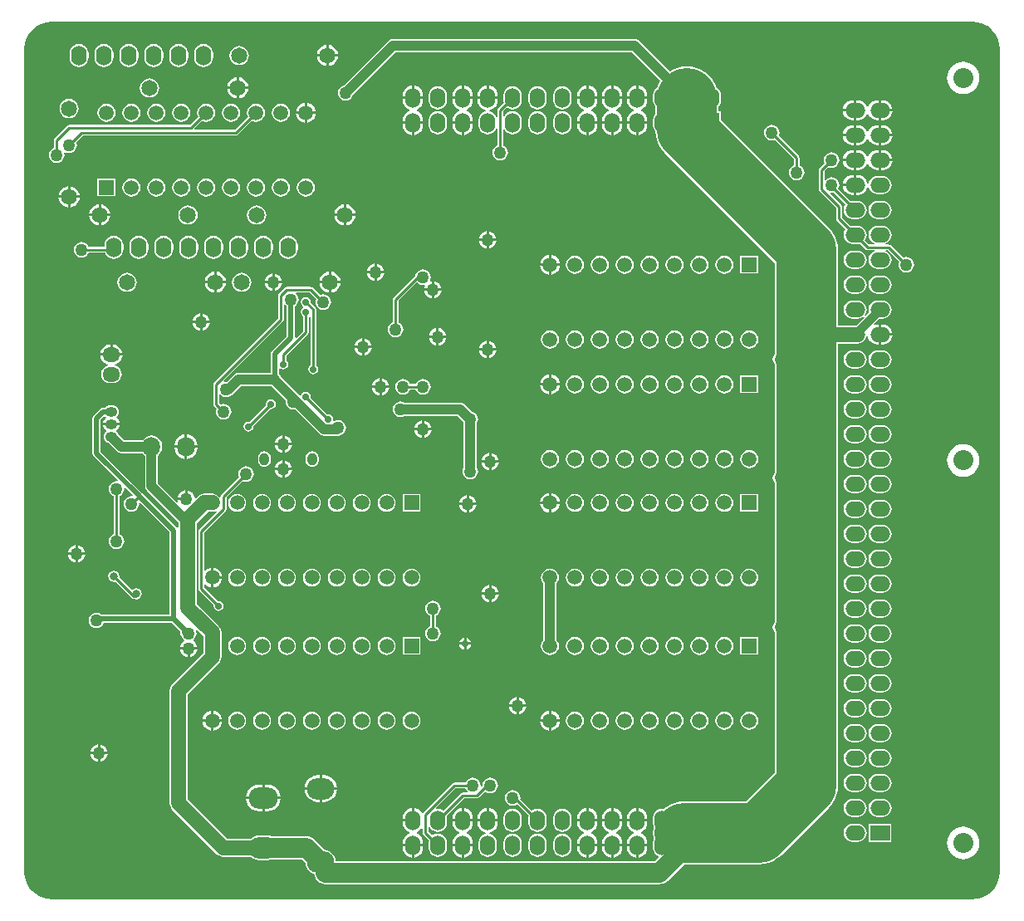
<source format=gbl>
G04 Layer_Physical_Order=2*
G04 Layer_Color=16711680*
%FSLAX25Y25*%
%MOIN*%
G70*
G01*
G75*
%ADD17C,0.02000*%
%ADD18C,0.04000*%
%ADD19C,0.01000*%
%ADD20C,0.08000*%
%ADD21C,0.03200*%
%ADD22O,0.11024X0.08661*%
%ADD23O,0.03937X0.05118*%
%ADD24O,0.07087X0.07874*%
%ADD25C,0.08000*%
%ADD26O,0.06299X0.07874*%
%ADD27C,0.06496*%
%ADD28O,0.07087X0.05906*%
%ADD29R,0.05906X0.05906*%
%ADD30C,0.05906*%
%ADD31O,0.06000X0.08000*%
%ADD32R,0.06000X0.08000*%
%ADD33O,0.08000X0.06000*%
%ADD34R,0.08000X0.06000*%
%ADD35O,0.04724X0.03937*%
%ADD36O,0.11811X0.08661*%
%ADD37C,0.05000*%
%ADD38C,0.02800*%
%ADD39C,0.03200*%
%ADD40C,0.24000*%
%ADD41C,0.06000*%
G36*
X383563Y353082D02*
X385194Y352690D01*
X386745Y352048D01*
X388176Y351171D01*
X389452Y350081D01*
X390541Y348805D01*
X391418Y347375D01*
X392060Y345824D01*
X392452Y344193D01*
X392583Y342536D01*
X392579Y342520D01*
Y11811D01*
X392583Y11795D01*
X392452Y10138D01*
X392060Y8506D01*
X391418Y6956D01*
X390541Y5525D01*
X389452Y4249D01*
X388176Y3159D01*
X386745Y2283D01*
X385194Y1640D01*
X383563Y1249D01*
X382380Y1156D01*
X381890Y1122D01*
X381890Y1122D01*
X381398Y1122D01*
X12308D01*
X12304Y1122D01*
X11811Y1122D01*
X11325Y1155D01*
X10138Y1249D01*
X8506Y1640D01*
X6956Y2283D01*
X5525Y3159D01*
X4249Y4249D01*
X3159Y5525D01*
X2283Y6956D01*
X1640Y8506D01*
X1249Y10138D01*
X1118Y11795D01*
X1122Y11811D01*
Y342520D01*
X1118Y342536D01*
X1249Y344193D01*
X1640Y345824D01*
X2283Y347375D01*
X3159Y348805D01*
X4249Y350081D01*
X5525Y351171D01*
X6956Y352048D01*
X8506Y352690D01*
X10138Y353082D01*
X11795Y353212D01*
X11811Y353209D01*
X381890D01*
X381906Y353212D01*
X383563Y353082D01*
D02*
G37*
%LPC*%
G36*
X345547Y141348D02*
X343547D01*
X342607Y141224D01*
X341732Y140861D01*
X340980Y140284D01*
X340403Y139532D01*
X340040Y138656D01*
X339916Y137716D01*
X340040Y136777D01*
X340403Y135901D01*
X340980Y135149D01*
X341732Y134572D01*
X342607Y134209D01*
X343547Y134086D01*
X345547D01*
X346487Y134209D01*
X347363Y134572D01*
X348115Y135149D01*
X348692Y135901D01*
X349055Y136777D01*
X349178Y137716D01*
X349055Y138656D01*
X348692Y139532D01*
X348115Y140284D01*
X347363Y140861D01*
X346487Y141224D01*
X345547Y141348D01*
D02*
G37*
G36*
X335547D02*
X333547D01*
X332608Y141224D01*
X331732Y140861D01*
X330980Y140284D01*
X330403Y139532D01*
X330040Y138656D01*
X329916Y137716D01*
X330040Y136777D01*
X330403Y135901D01*
X330980Y135149D01*
X331732Y134572D01*
X332608Y134209D01*
X333547Y134086D01*
X335547D01*
X336487Y134209D01*
X337363Y134572D01*
X338115Y135149D01*
X338692Y135901D01*
X339055Y136777D01*
X339178Y137716D01*
X339055Y138656D01*
X338692Y139532D01*
X338115Y140284D01*
X337363Y140861D01*
X336487Y141224D01*
X335547Y141348D01*
D02*
G37*
G36*
X77047Y134138D02*
Y130717D01*
X80468D01*
X80398Y131248D01*
X80000Y132210D01*
X79366Y133036D01*
X78541Y133669D01*
X77579Y134068D01*
X77047Y134138D01*
D02*
G37*
G36*
X21547Y143181D02*
X21134Y143126D01*
X20282Y142774D01*
X19551Y142213D01*
X18990Y141482D01*
X18637Y140630D01*
X18583Y140217D01*
X21547D01*
Y143181D01*
D02*
G37*
G36*
X25512Y139216D02*
X22547D01*
Y136252D01*
X22961Y136307D01*
X23812Y136659D01*
X24543Y137220D01*
X25104Y137951D01*
X25457Y138803D01*
X25512Y139216D01*
D02*
G37*
G36*
X21547D02*
X18583D01*
X18637Y138803D01*
X18990Y137951D01*
X19551Y137220D01*
X20282Y136659D01*
X21134Y136307D01*
X21547Y136252D01*
Y139216D01*
D02*
G37*
G36*
X292047Y133800D02*
X291120Y133678D01*
X290255Y133320D01*
X289513Y132750D01*
X288944Y132008D01*
X288586Y131144D01*
X288464Y130217D01*
X288586Y129289D01*
X288944Y128425D01*
X289513Y127683D01*
X290255Y127113D01*
X291120Y126755D01*
X292047Y126633D01*
X292975Y126755D01*
X293839Y127113D01*
X294581Y127683D01*
X295151Y128425D01*
X295509Y129289D01*
X295631Y130217D01*
X295509Y131144D01*
X295151Y132008D01*
X294581Y132750D01*
X293839Y133320D01*
X292975Y133678D01*
X292047Y133800D01*
D02*
G37*
G36*
X252047D02*
X251120Y133678D01*
X250255Y133320D01*
X249513Y132750D01*
X248944Y132008D01*
X248586Y131144D01*
X248464Y130217D01*
X248586Y129289D01*
X248944Y128425D01*
X249513Y127683D01*
X250255Y127113D01*
X251120Y126755D01*
X252047Y126633D01*
X252975Y126755D01*
X253839Y127113D01*
X254581Y127683D01*
X255151Y128425D01*
X255509Y129289D01*
X255631Y130217D01*
X255509Y131144D01*
X255151Y132008D01*
X254581Y132750D01*
X253839Y133320D01*
X252975Y133678D01*
X252047Y133800D01*
D02*
G37*
G36*
X242047D02*
X241120Y133678D01*
X240255Y133320D01*
X239513Y132750D01*
X238944Y132008D01*
X238586Y131144D01*
X238464Y130217D01*
X238586Y129289D01*
X238944Y128425D01*
X239513Y127683D01*
X240255Y127113D01*
X241120Y126755D01*
X242047Y126633D01*
X242975Y126755D01*
X243839Y127113D01*
X244581Y127683D01*
X245151Y128425D01*
X245509Y129289D01*
X245631Y130217D01*
X245509Y131144D01*
X245151Y132008D01*
X244581Y132750D01*
X243839Y133320D01*
X242975Y133678D01*
X242047Y133800D01*
D02*
G37*
G36*
X232047D02*
X231120Y133678D01*
X230256Y133320D01*
X229513Y132750D01*
X228944Y132008D01*
X228586Y131144D01*
X228464Y130217D01*
X228586Y129289D01*
X228944Y128425D01*
X229513Y127683D01*
X230256Y127113D01*
X231120Y126755D01*
X232047Y126633D01*
X232975Y126755D01*
X233839Y127113D01*
X234581Y127683D01*
X235151Y128425D01*
X235509Y129289D01*
X235631Y130217D01*
X235509Y131144D01*
X235151Y132008D01*
X234581Y132750D01*
X233839Y133320D01*
X232975Y133678D01*
X232047Y133800D01*
D02*
G37*
G36*
X282047D02*
X281120Y133678D01*
X280256Y133320D01*
X279513Y132750D01*
X278944Y132008D01*
X278586Y131144D01*
X278464Y130217D01*
X278586Y129289D01*
X278944Y128425D01*
X279513Y127683D01*
X280256Y127113D01*
X281120Y126755D01*
X282047Y126633D01*
X282975Y126755D01*
X283839Y127113D01*
X284581Y127683D01*
X285151Y128425D01*
X285509Y129289D01*
X285631Y130217D01*
X285509Y131144D01*
X285151Y132008D01*
X284581Y132750D01*
X283839Y133320D01*
X282975Y133678D01*
X282047Y133800D01*
D02*
G37*
G36*
X272047D02*
X271120Y133678D01*
X270255Y133320D01*
X269513Y132750D01*
X268944Y132008D01*
X268586Y131144D01*
X268464Y130217D01*
X268586Y129289D01*
X268944Y128425D01*
X269513Y127683D01*
X270255Y127113D01*
X271120Y126755D01*
X272047Y126633D01*
X272975Y126755D01*
X273839Y127113D01*
X274581Y127683D01*
X275151Y128425D01*
X275509Y129289D01*
X275631Y130217D01*
X275509Y131144D01*
X275151Y132008D01*
X274581Y132750D01*
X273839Y133320D01*
X272975Y133678D01*
X272047Y133800D01*
D02*
G37*
G36*
X262047D02*
X261120Y133678D01*
X260256Y133320D01*
X259513Y132750D01*
X258944Y132008D01*
X258586Y131144D01*
X258464Y130217D01*
X258586Y129289D01*
X258944Y128425D01*
X259513Y127683D01*
X260256Y127113D01*
X261120Y126755D01*
X262047Y126633D01*
X262975Y126755D01*
X263839Y127113D01*
X264581Y127683D01*
X265151Y128425D01*
X265509Y129289D01*
X265631Y130217D01*
X265509Y131144D01*
X265151Y132008D01*
X264581Y132750D01*
X263839Y133320D01*
X262975Y133678D01*
X262047Y133800D01*
D02*
G37*
G36*
X86547Y163800D02*
X85620Y163678D01*
X84755Y163320D01*
X84013Y162750D01*
X83444Y162008D01*
X83086Y161144D01*
X82964Y160216D01*
X83086Y159289D01*
X83444Y158425D01*
X84013Y157683D01*
X84755Y157113D01*
X85620Y156755D01*
X86547Y156633D01*
X87475Y156755D01*
X88339Y157113D01*
X89081Y157683D01*
X89651Y158425D01*
X90009Y159289D01*
X90131Y160216D01*
X90009Y161144D01*
X89651Y162008D01*
X89081Y162750D01*
X88339Y163320D01*
X87475Y163678D01*
X86547Y163800D01*
D02*
G37*
G36*
X215968Y159716D02*
X212547D01*
Y156296D01*
X213079Y156366D01*
X214041Y156764D01*
X214866Y157397D01*
X215500Y158223D01*
X215898Y159185D01*
X215968Y159716D01*
D02*
G37*
G36*
X211547D02*
X208126D01*
X208196Y159185D01*
X208594Y158223D01*
X209228Y157397D01*
X210054Y156764D01*
X211015Y156366D01*
X211547Y156296D01*
Y159716D01*
D02*
G37*
G36*
X116547Y163800D02*
X115620Y163678D01*
X114755Y163320D01*
X114013Y162750D01*
X113444Y162008D01*
X113086Y161144D01*
X112964Y160216D01*
X113086Y159289D01*
X113444Y158425D01*
X114013Y157683D01*
X114755Y157113D01*
X115620Y156755D01*
X116547Y156633D01*
X117475Y156755D01*
X118339Y157113D01*
X119081Y157683D01*
X119651Y158425D01*
X120009Y159289D01*
X120131Y160216D01*
X120009Y161144D01*
X119651Y162008D01*
X119081Y162750D01*
X118339Y163320D01*
X117475Y163678D01*
X116547Y163800D01*
D02*
G37*
G36*
X106547D02*
X105620Y163678D01*
X104755Y163320D01*
X104013Y162750D01*
X103444Y162008D01*
X103086Y161144D01*
X102964Y160216D01*
X103086Y159289D01*
X103444Y158425D01*
X104013Y157683D01*
X104755Y157113D01*
X105620Y156755D01*
X106547Y156633D01*
X107475Y156755D01*
X108339Y157113D01*
X109081Y157683D01*
X109651Y158425D01*
X110009Y159289D01*
X110131Y160216D01*
X110009Y161144D01*
X109651Y162008D01*
X109081Y162750D01*
X108339Y163320D01*
X107475Y163678D01*
X106547Y163800D01*
D02*
G37*
G36*
X96547D02*
X95620Y163678D01*
X94756Y163320D01*
X94013Y162750D01*
X93444Y162008D01*
X93086Y161144D01*
X92964Y160216D01*
X93086Y159289D01*
X93444Y158425D01*
X94013Y157683D01*
X94756Y157113D01*
X95620Y156755D01*
X96547Y156633D01*
X97475Y156755D01*
X98339Y157113D01*
X99081Y157683D01*
X99651Y158425D01*
X100009Y159289D01*
X100131Y160216D01*
X100009Y161144D01*
X99651Y162008D01*
X99081Y162750D01*
X98339Y163320D01*
X97475Y163678D01*
X96547Y163800D01*
D02*
G37*
G36*
X182512Y159216D02*
X179547D01*
Y156252D01*
X179961Y156307D01*
X180812Y156659D01*
X181544Y157220D01*
X182105Y157951D01*
X182457Y158803D01*
X182512Y159216D01*
D02*
G37*
G36*
X345547Y151348D02*
X343547D01*
X342607Y151224D01*
X341732Y150861D01*
X340980Y150284D01*
X340403Y149532D01*
X340040Y148656D01*
X339916Y147716D01*
X340040Y146777D01*
X340403Y145901D01*
X340980Y145149D01*
X341732Y144572D01*
X342607Y144209D01*
X343547Y144086D01*
X345547D01*
X346487Y144209D01*
X347363Y144572D01*
X348115Y145149D01*
X348692Y145901D01*
X349055Y146777D01*
X349178Y147716D01*
X349055Y148656D01*
X348692Y149532D01*
X348115Y150284D01*
X347363Y150861D01*
X346487Y151224D01*
X345547Y151348D01*
D02*
G37*
G36*
X335547D02*
X333547D01*
X332608Y151224D01*
X331732Y150861D01*
X330980Y150284D01*
X330403Y149532D01*
X330040Y148656D01*
X329916Y147716D01*
X330040Y146777D01*
X330403Y145901D01*
X330980Y145149D01*
X331732Y144572D01*
X332608Y144209D01*
X333547Y144086D01*
X335547D01*
X336487Y144209D01*
X337363Y144572D01*
X338115Y145149D01*
X338692Y145901D01*
X339055Y146777D01*
X339178Y147716D01*
X339055Y148656D01*
X338692Y149532D01*
X338115Y150284D01*
X337363Y150861D01*
X336487Y151224D01*
X335547Y151348D01*
D02*
G37*
G36*
X22547Y143181D02*
Y140217D01*
X25512D01*
X25457Y140630D01*
X25104Y141482D01*
X24543Y142213D01*
X23812Y142774D01*
X22961Y143126D01*
X22547Y143181D01*
D02*
G37*
G36*
X178547Y159216D02*
X175583D01*
X175637Y158803D01*
X175990Y157951D01*
X176551Y157220D01*
X177282Y156659D01*
X178134Y156307D01*
X178547Y156252D01*
Y159216D01*
D02*
G37*
G36*
X345547Y161348D02*
X343547D01*
X342607Y161224D01*
X341732Y160861D01*
X340980Y160284D01*
X340403Y159532D01*
X340040Y158656D01*
X339916Y157717D01*
X340040Y156777D01*
X340403Y155901D01*
X340980Y155149D01*
X341732Y154572D01*
X342607Y154209D01*
X343547Y154086D01*
X345547D01*
X346487Y154209D01*
X347363Y154572D01*
X348115Y155149D01*
X348692Y155901D01*
X349055Y156777D01*
X349178Y157717D01*
X349055Y158656D01*
X348692Y159532D01*
X348115Y160284D01*
X347363Y160861D01*
X346487Y161224D01*
X345547Y161348D01*
D02*
G37*
G36*
X335547D02*
X333547D01*
X332608Y161224D01*
X331732Y160861D01*
X330980Y160284D01*
X330403Y159532D01*
X330040Y158656D01*
X329916Y157717D01*
X330040Y156777D01*
X330403Y155901D01*
X330980Y155149D01*
X331732Y154572D01*
X332608Y154209D01*
X333547Y154086D01*
X335547D01*
X336487Y154209D01*
X337363Y154572D01*
X338115Y155149D01*
X338692Y155901D01*
X339055Y156777D01*
X339178Y157717D01*
X339055Y158656D01*
X338692Y159532D01*
X338115Y160284D01*
X337363Y160861D01*
X336487Y161224D01*
X335547Y161348D01*
D02*
G37*
G36*
X222047Y133800D02*
X221120Y133678D01*
X220255Y133320D01*
X219513Y132750D01*
X218944Y132008D01*
X218586Y131144D01*
X218464Y130217D01*
X218586Y129289D01*
X218944Y128425D01*
X219513Y127683D01*
X220255Y127113D01*
X221120Y126755D01*
X222047Y126633D01*
X222975Y126755D01*
X223839Y127113D01*
X224581Y127683D01*
X225151Y128425D01*
X225509Y129289D01*
X225631Y130217D01*
X225509Y131144D01*
X225151Y132008D01*
X224581Y132750D01*
X223839Y133320D01*
X222975Y133678D01*
X222047Y133800D01*
D02*
G37*
G36*
X345547Y121348D02*
X343547D01*
X342607Y121224D01*
X341732Y120861D01*
X340980Y120284D01*
X340403Y119532D01*
X340040Y118656D01*
X339916Y117717D01*
X340040Y116777D01*
X340403Y115901D01*
X340980Y115149D01*
X341732Y114572D01*
X342607Y114209D01*
X343547Y114085D01*
X345547D01*
X346487Y114209D01*
X347363Y114572D01*
X348115Y115149D01*
X348692Y115901D01*
X349055Y116777D01*
X349178Y117717D01*
X349055Y118656D01*
X348692Y119532D01*
X348115Y120284D01*
X347363Y120861D01*
X346487Y121224D01*
X345547Y121348D01*
D02*
G37*
G36*
X335547D02*
X333547D01*
X332608Y121224D01*
X331732Y120861D01*
X330980Y120284D01*
X330403Y119532D01*
X330040Y118656D01*
X329916Y117717D01*
X330040Y116777D01*
X330403Y115901D01*
X330980Y115149D01*
X331732Y114572D01*
X332608Y114209D01*
X333547Y114085D01*
X335547D01*
X336487Y114209D01*
X337363Y114572D01*
X338115Y115149D01*
X338692Y115901D01*
X339055Y116777D01*
X339178Y117717D01*
X339055Y118656D01*
X338692Y119532D01*
X338115Y120284D01*
X337363Y120861D01*
X336487Y121224D01*
X335547Y121348D01*
D02*
G37*
G36*
X165047Y120843D02*
X164238Y120737D01*
X163484Y120424D01*
X162836Y119928D01*
X162339Y119280D01*
X162027Y118526D01*
X161920Y117717D01*
X162027Y116907D01*
X162339Y116153D01*
X162836Y115506D01*
X163484Y115009D01*
X163926Y114826D01*
Y110607D01*
X163484Y110424D01*
X162836Y109927D01*
X162339Y109280D01*
X162027Y108526D01*
X161920Y107717D01*
X162027Y106907D01*
X162339Y106153D01*
X162836Y105506D01*
X163484Y105009D01*
X164238Y104696D01*
X165047Y104590D01*
X165857Y104696D01*
X166611Y105009D01*
X167258Y105506D01*
X167755Y106153D01*
X168068Y106907D01*
X168174Y107717D01*
X168068Y108526D01*
X167755Y109280D01*
X167258Y109927D01*
X166611Y110424D01*
X166169Y110607D01*
Y114826D01*
X166611Y115009D01*
X167258Y115506D01*
X167755Y116153D01*
X168068Y116907D01*
X168174Y117717D01*
X168068Y118526D01*
X167755Y119280D01*
X167258Y119928D01*
X166611Y120424D01*
X165857Y120737D01*
X165047Y120843D01*
D02*
G37*
G36*
X37047Y132960D02*
X36189Y132789D01*
X35461Y132303D01*
X34975Y131575D01*
X34804Y130717D01*
X34975Y129858D01*
X35461Y129130D01*
X36189Y128644D01*
X37047Y128473D01*
X37595Y128582D01*
X44254Y121923D01*
X44254Y121923D01*
X44618Y121680D01*
X45047Y121595D01*
X45047Y121595D01*
X45436D01*
X46047Y121473D01*
X46906Y121644D01*
X47633Y122130D01*
X48120Y122858D01*
X48290Y123716D01*
X48120Y124575D01*
X47633Y125303D01*
X46906Y125789D01*
X46047Y125960D01*
X45189Y125789D01*
X44461Y125303D01*
X44084Y125266D01*
X39181Y130169D01*
X39290Y130717D01*
X39120Y131575D01*
X38633Y132303D01*
X37906Y132789D01*
X37047Y132960D01*
D02*
G37*
G36*
X191512Y123216D02*
X188547D01*
Y120252D01*
X188961Y120307D01*
X189812Y120659D01*
X190543Y121220D01*
X191104Y121951D01*
X191457Y122803D01*
X191512Y123216D01*
D02*
G37*
G36*
X187547D02*
X184583D01*
X184637Y122803D01*
X184990Y121951D01*
X185551Y121220D01*
X186282Y120659D01*
X187134Y120307D01*
X187547Y120252D01*
Y123216D01*
D02*
G37*
G36*
X178547Y106064D02*
Y104217D01*
X180395D01*
X180308Y104653D01*
X179778Y105447D01*
X178984Y105977D01*
X178547Y106064D01*
D02*
G37*
G36*
X180395Y103217D02*
X178547D01*
Y101369D01*
X178984Y101456D01*
X179778Y101986D01*
X180308Y102780D01*
X180395Y103217D01*
D02*
G37*
G36*
X177547D02*
X175700D01*
X175786Y102780D01*
X176317Y101986D01*
X177111Y101456D01*
X177547Y101369D01*
Y103217D01*
D02*
G37*
G36*
X295600Y106269D02*
X288494D01*
Y99164D01*
X295600D01*
Y106269D01*
D02*
G37*
G36*
X177547Y106064D02*
X177111Y105977D01*
X176317Y105447D01*
X175786Y104653D01*
X175700Y104217D01*
X177547D01*
Y106064D01*
D02*
G37*
G36*
X345547Y111348D02*
X343547D01*
X342607Y111224D01*
X341732Y110861D01*
X340980Y110284D01*
X340403Y109532D01*
X340040Y108656D01*
X339916Y107717D01*
X340040Y106777D01*
X340403Y105901D01*
X340980Y105149D01*
X341732Y104572D01*
X342607Y104209D01*
X343547Y104086D01*
X345547D01*
X346487Y104209D01*
X347363Y104572D01*
X348115Y105149D01*
X348692Y105901D01*
X349055Y106777D01*
X349178Y107717D01*
X349055Y108656D01*
X348692Y109532D01*
X348115Y110284D01*
X347363Y110861D01*
X346487Y111224D01*
X345547Y111348D01*
D02*
G37*
G36*
X335547D02*
X333547D01*
X332608Y111224D01*
X331732Y110861D01*
X330980Y110284D01*
X330403Y109532D01*
X330040Y108656D01*
X329916Y107717D01*
X330040Y106777D01*
X330403Y105901D01*
X330980Y105149D01*
X331732Y104572D01*
X332608Y104209D01*
X333547Y104086D01*
X335547D01*
X336487Y104209D01*
X337363Y104572D01*
X338115Y105149D01*
X338692Y105901D01*
X339055Y106777D01*
X339178Y107717D01*
X339055Y108656D01*
X338692Y109532D01*
X338115Y110284D01*
X337363Y110861D01*
X336487Y111224D01*
X335547Y111348D01*
D02*
G37*
G36*
X126547Y133800D02*
X125620Y133678D01*
X124756Y133320D01*
X124013Y132750D01*
X123444Y132008D01*
X123086Y131144D01*
X122964Y130217D01*
X123086Y129289D01*
X123444Y128425D01*
X124013Y127683D01*
X124756Y127113D01*
X125620Y126755D01*
X126547Y126633D01*
X127475Y126755D01*
X128339Y127113D01*
X129081Y127683D01*
X129651Y128425D01*
X130008Y129289D01*
X130131Y130217D01*
X130008Y131144D01*
X129651Y132008D01*
X129081Y132750D01*
X128339Y133320D01*
X127475Y133678D01*
X126547Y133800D01*
D02*
G37*
G36*
X116547D02*
X115620Y133678D01*
X114755Y133320D01*
X114013Y132750D01*
X113444Y132008D01*
X113086Y131144D01*
X112964Y130217D01*
X113086Y129289D01*
X113444Y128425D01*
X114013Y127683D01*
X114755Y127113D01*
X115620Y126755D01*
X116547Y126633D01*
X117475Y126755D01*
X118339Y127113D01*
X119081Y127683D01*
X119651Y128425D01*
X120009Y129289D01*
X120131Y130217D01*
X120009Y131144D01*
X119651Y132008D01*
X119081Y132750D01*
X118339Y133320D01*
X117475Y133678D01*
X116547Y133800D01*
D02*
G37*
G36*
X106547D02*
X105620Y133678D01*
X104755Y133320D01*
X104013Y132750D01*
X103444Y132008D01*
X103086Y131144D01*
X102964Y130217D01*
X103086Y129289D01*
X103444Y128425D01*
X104013Y127683D01*
X104755Y127113D01*
X105620Y126755D01*
X106547Y126633D01*
X107475Y126755D01*
X108339Y127113D01*
X109081Y127683D01*
X109651Y128425D01*
X110009Y129289D01*
X110131Y130217D01*
X110009Y131144D01*
X109651Y132008D01*
X109081Y132750D01*
X108339Y133320D01*
X107475Y133678D01*
X106547Y133800D01*
D02*
G37*
G36*
X156547D02*
X155620Y133678D01*
X154755Y133320D01*
X154013Y132750D01*
X153444Y132008D01*
X153086Y131144D01*
X152964Y130217D01*
X153086Y129289D01*
X153444Y128425D01*
X154013Y127683D01*
X154755Y127113D01*
X155620Y126755D01*
X156547Y126633D01*
X157475Y126755D01*
X158339Y127113D01*
X159081Y127683D01*
X159651Y128425D01*
X160009Y129289D01*
X160131Y130217D01*
X160009Y131144D01*
X159651Y132008D01*
X159081Y132750D01*
X158339Y133320D01*
X157475Y133678D01*
X156547Y133800D01*
D02*
G37*
G36*
X146547D02*
X145620Y133678D01*
X144755Y133320D01*
X144013Y132750D01*
X143444Y132008D01*
X143086Y131144D01*
X142964Y130217D01*
X143086Y129289D01*
X143444Y128425D01*
X144013Y127683D01*
X144755Y127113D01*
X145620Y126755D01*
X146547Y126633D01*
X147475Y126755D01*
X148339Y127113D01*
X149081Y127683D01*
X149651Y128425D01*
X150008Y129289D01*
X150131Y130217D01*
X150008Y131144D01*
X149651Y132008D01*
X149081Y132750D01*
X148339Y133320D01*
X147475Y133678D01*
X146547Y133800D01*
D02*
G37*
G36*
X136547D02*
X135620Y133678D01*
X134756Y133320D01*
X134013Y132750D01*
X133444Y132008D01*
X133086Y131144D01*
X132964Y130217D01*
X133086Y129289D01*
X133444Y128425D01*
X134013Y127683D01*
X134756Y127113D01*
X135620Y126755D01*
X136547Y126633D01*
X137475Y126755D01*
X138339Y127113D01*
X139081Y127683D01*
X139651Y128425D01*
X140008Y129289D01*
X140131Y130217D01*
X140008Y131144D01*
X139651Y132008D01*
X139081Y132750D01*
X138339Y133320D01*
X137475Y133678D01*
X136547Y133800D01*
D02*
G37*
G36*
X96547D02*
X95620Y133678D01*
X94756Y133320D01*
X94013Y132750D01*
X93444Y132008D01*
X93086Y131144D01*
X92964Y130217D01*
X93086Y129289D01*
X93444Y128425D01*
X94013Y127683D01*
X94756Y127113D01*
X95620Y126755D01*
X96547Y126633D01*
X97475Y126755D01*
X98339Y127113D01*
X99081Y127683D01*
X99651Y128425D01*
X100009Y129289D01*
X100131Y130217D01*
X100009Y131144D01*
X99651Y132008D01*
X99081Y132750D01*
X98339Y133320D01*
X97475Y133678D01*
X96547Y133800D01*
D02*
G37*
G36*
X187547Y127181D02*
X187134Y127126D01*
X186282Y126774D01*
X185551Y126213D01*
X184990Y125482D01*
X184637Y124630D01*
X184583Y124216D01*
X187547D01*
Y127181D01*
D02*
G37*
G36*
X345547Y131348D02*
X343547D01*
X342607Y131224D01*
X341732Y130861D01*
X340980Y130284D01*
X340403Y129532D01*
X340040Y128656D01*
X339916Y127717D01*
X340040Y126777D01*
X340403Y125901D01*
X340980Y125149D01*
X341732Y124572D01*
X342607Y124209D01*
X343547Y124085D01*
X345547D01*
X346487Y124209D01*
X347363Y124572D01*
X348115Y125149D01*
X348692Y125901D01*
X349055Y126777D01*
X349178Y127717D01*
X349055Y128656D01*
X348692Y129532D01*
X348115Y130284D01*
X347363Y130861D01*
X346487Y131224D01*
X345547Y131348D01*
D02*
G37*
G36*
X335547D02*
X333547D01*
X332608Y131224D01*
X331732Y130861D01*
X330980Y130284D01*
X330403Y129532D01*
X330040Y128656D01*
X329916Y127717D01*
X330040Y126777D01*
X330403Y125901D01*
X330980Y125149D01*
X331732Y124572D01*
X332608Y124209D01*
X333547Y124085D01*
X335547D01*
X336487Y124209D01*
X337363Y124572D01*
X338115Y125149D01*
X338692Y125901D01*
X339055Y126777D01*
X339178Y127717D01*
X339055Y128656D01*
X338692Y129532D01*
X338115Y130284D01*
X337363Y130861D01*
X336487Y131224D01*
X335547Y131348D01*
D02*
G37*
G36*
X86547Y133800D02*
X85620Y133678D01*
X84755Y133320D01*
X84013Y132750D01*
X83444Y132008D01*
X83086Y131144D01*
X82964Y130217D01*
X83086Y129289D01*
X83444Y128425D01*
X84013Y127683D01*
X84755Y127113D01*
X85620Y126755D01*
X86547Y126633D01*
X87475Y126755D01*
X88339Y127113D01*
X89081Y127683D01*
X89651Y128425D01*
X90009Y129289D01*
X90131Y130217D01*
X90009Y131144D01*
X89651Y132008D01*
X89081Y132750D01*
X88339Y133320D01*
X87475Y133678D01*
X86547Y133800D01*
D02*
G37*
G36*
X80468Y129717D02*
X77047D01*
Y126295D01*
X77579Y126365D01*
X78541Y126764D01*
X79366Y127397D01*
X80000Y128223D01*
X80398Y129185D01*
X80468Y129717D01*
D02*
G37*
G36*
X188547Y127181D02*
Y124216D01*
X191512D01*
X191457Y124630D01*
X191104Y125482D01*
X190543Y126213D01*
X189812Y126774D01*
X188961Y127126D01*
X188547Y127181D01*
D02*
G37*
G36*
X126547Y163800D02*
X125620Y163678D01*
X124756Y163320D01*
X124013Y162750D01*
X123444Y162008D01*
X123086Y161144D01*
X122964Y160216D01*
X123086Y159289D01*
X123444Y158425D01*
X124013Y157683D01*
X124756Y157113D01*
X125620Y156755D01*
X126547Y156633D01*
X127475Y156755D01*
X128339Y157113D01*
X129081Y157683D01*
X129651Y158425D01*
X130008Y159289D01*
X130131Y160216D01*
X130008Y161144D01*
X129651Y162008D01*
X129081Y162750D01*
X128339Y163320D01*
X127475Y163678D01*
X126547Y163800D01*
D02*
G37*
G36*
X105547Y177181D02*
Y174216D01*
X108512D01*
X108457Y174630D01*
X108105Y175482D01*
X107544Y176213D01*
X106812Y176774D01*
X105961Y177126D01*
X105547Y177181D01*
D02*
G37*
G36*
X104547D02*
X104134Y177126D01*
X103282Y176774D01*
X102551Y176213D01*
X101990Y175482D01*
X101637Y174630D01*
X101583Y174216D01*
X104547D01*
Y177181D01*
D02*
G37*
G36*
X292047Y181300D02*
X291120Y181178D01*
X290255Y180820D01*
X289513Y180250D01*
X288944Y179508D01*
X288586Y178644D01*
X288464Y177717D01*
X288586Y176789D01*
X288944Y175925D01*
X289513Y175183D01*
X290255Y174613D01*
X291120Y174255D01*
X292047Y174133D01*
X292975Y174255D01*
X293839Y174613D01*
X294581Y175183D01*
X295151Y175925D01*
X295509Y176789D01*
X295631Y177717D01*
X295509Y178644D01*
X295151Y179508D01*
X294581Y180250D01*
X293839Y180820D01*
X292975Y181178D01*
X292047Y181300D01*
D02*
G37*
G36*
X187547Y180181D02*
X187134Y180126D01*
X186282Y179774D01*
X185551Y179213D01*
X184990Y178482D01*
X184637Y177630D01*
X184583Y177216D01*
X187547D01*
Y180181D01*
D02*
G37*
G36*
X116654Y180898D02*
X115983Y180809D01*
X115358Y180551D01*
X114822Y180139D01*
X114410Y179602D01*
X114151Y178978D01*
X114063Y178307D01*
Y177126D01*
X114151Y176455D01*
X114410Y175831D01*
X114822Y175294D01*
X115358Y174882D01*
X115983Y174624D01*
X116654Y174535D01*
X117324Y174624D01*
X117949Y174882D01*
X118485Y175294D01*
X118897Y175831D01*
X119156Y176455D01*
X119244Y177126D01*
Y178307D01*
X119156Y178978D01*
X118897Y179602D01*
X118485Y180139D01*
X117949Y180551D01*
X117324Y180809D01*
X116654Y180898D01*
D02*
G37*
G36*
X97441D02*
X96770Y180809D01*
X96146Y180551D01*
X95609Y180139D01*
X95197Y179602D01*
X94938Y178978D01*
X94850Y178307D01*
Y177126D01*
X94938Y176455D01*
X95197Y175831D01*
X95609Y175294D01*
X96146Y174882D01*
X96770Y174624D01*
X97441Y174535D01*
X98111Y174624D01*
X98736Y174882D01*
X99273Y175294D01*
X99685Y175831D01*
X99943Y176455D01*
X100032Y177126D01*
Y178307D01*
X99943Y178978D01*
X99685Y179602D01*
X99273Y180139D01*
X98736Y180551D01*
X98111Y180809D01*
X97441Y180898D01*
D02*
G37*
G36*
X282047Y181300D02*
X281120Y181178D01*
X280256Y180820D01*
X279513Y180250D01*
X278944Y179508D01*
X278586Y178644D01*
X278464Y177717D01*
X278586Y176789D01*
X278944Y175925D01*
X279513Y175183D01*
X280256Y174613D01*
X281120Y174255D01*
X282047Y174133D01*
X282975Y174255D01*
X283839Y174613D01*
X284581Y175183D01*
X285151Y175925D01*
X285509Y176789D01*
X285631Y177717D01*
X285509Y178644D01*
X285151Y179508D01*
X284581Y180250D01*
X283839Y180820D01*
X282975Y181178D01*
X282047Y181300D01*
D02*
G37*
G36*
X242047D02*
X241120Y181178D01*
X240255Y180820D01*
X239513Y180250D01*
X238944Y179508D01*
X238586Y178644D01*
X238464Y177717D01*
X238586Y176789D01*
X238944Y175925D01*
X239513Y175183D01*
X240255Y174613D01*
X241120Y174255D01*
X242047Y174133D01*
X242975Y174255D01*
X243839Y174613D01*
X244581Y175183D01*
X245151Y175925D01*
X245509Y176789D01*
X245631Y177717D01*
X245509Y178644D01*
X245151Y179508D01*
X244581Y180250D01*
X243839Y180820D01*
X242975Y181178D01*
X242047Y181300D01*
D02*
G37*
G36*
X232047D02*
X231120Y181178D01*
X230256Y180820D01*
X229513Y180250D01*
X228944Y179508D01*
X228586Y178644D01*
X228464Y177717D01*
X228586Y176789D01*
X228944Y175925D01*
X229513Y175183D01*
X230256Y174613D01*
X231120Y174255D01*
X232047Y174133D01*
X232975Y174255D01*
X233839Y174613D01*
X234581Y175183D01*
X235151Y175925D01*
X235509Y176789D01*
X235631Y177717D01*
X235509Y178644D01*
X235151Y179508D01*
X234581Y180250D01*
X233839Y180820D01*
X232975Y181178D01*
X232047Y181300D01*
D02*
G37*
G36*
X222047D02*
X221120Y181178D01*
X220255Y180820D01*
X219513Y180250D01*
X218944Y179508D01*
X218586Y178644D01*
X218464Y177717D01*
X218586Y176789D01*
X218944Y175925D01*
X219513Y175183D01*
X220255Y174613D01*
X221120Y174255D01*
X222047Y174133D01*
X222975Y174255D01*
X223839Y174613D01*
X224581Y175183D01*
X225151Y175925D01*
X225509Y176789D01*
X225631Y177717D01*
X225509Y178644D01*
X225151Y179508D01*
X224581Y180250D01*
X223839Y180820D01*
X222975Y181178D01*
X222047Y181300D01*
D02*
G37*
G36*
X272047D02*
X271120Y181178D01*
X270255Y180820D01*
X269513Y180250D01*
X268944Y179508D01*
X268586Y178644D01*
X268464Y177717D01*
X268586Y176789D01*
X268944Y175925D01*
X269513Y175183D01*
X270255Y174613D01*
X271120Y174255D01*
X272047Y174133D01*
X272975Y174255D01*
X273839Y174613D01*
X274581Y175183D01*
X275151Y175925D01*
X275509Y176789D01*
X275631Y177717D01*
X275509Y178644D01*
X275151Y179508D01*
X274581Y180250D01*
X273839Y180820D01*
X272975Y181178D01*
X272047Y181300D01*
D02*
G37*
G36*
X262047D02*
X261120Y181178D01*
X260256Y180820D01*
X259513Y180250D01*
X258944Y179508D01*
X258586Y178644D01*
X258464Y177717D01*
X258586Y176789D01*
X258944Y175925D01*
X259513Y175183D01*
X260256Y174613D01*
X261120Y174255D01*
X262047Y174133D01*
X262975Y174255D01*
X263839Y174613D01*
X264581Y175183D01*
X265151Y175925D01*
X265509Y176789D01*
X265631Y177717D01*
X265509Y178644D01*
X265151Y179508D01*
X264581Y180250D01*
X263839Y180820D01*
X262975Y181178D01*
X262047Y181300D01*
D02*
G37*
G36*
X252047D02*
X251120Y181178D01*
X250255Y180820D01*
X249513Y180250D01*
X248944Y179508D01*
X248586Y178644D01*
X248464Y177717D01*
X248586Y176789D01*
X248944Y175925D01*
X249513Y175183D01*
X250255Y174613D01*
X251120Y174255D01*
X252047Y174133D01*
X252975Y174255D01*
X253839Y174613D01*
X254581Y175183D01*
X255151Y175925D01*
X255509Y176789D01*
X255631Y177717D01*
X255509Y178644D01*
X255151Y179508D01*
X254581Y180250D01*
X253839Y180820D01*
X252975Y181178D01*
X252047Y181300D01*
D02*
G37*
G36*
X104547Y187181D02*
X104134Y187126D01*
X103282Y186774D01*
X102551Y186213D01*
X101990Y185482D01*
X101637Y184630D01*
X101583Y184216D01*
X104547D01*
Y187181D01*
D02*
G37*
G36*
X345547Y191348D02*
X343547D01*
X342607Y191224D01*
X341732Y190861D01*
X340980Y190284D01*
X340403Y189532D01*
X340040Y188656D01*
X339916Y187716D01*
X340040Y186777D01*
X340403Y185901D01*
X340980Y185149D01*
X341732Y184572D01*
X342607Y184209D01*
X343547Y184086D01*
X345547D01*
X346487Y184209D01*
X347363Y184572D01*
X348115Y185149D01*
X348692Y185901D01*
X349055Y186777D01*
X349178Y187716D01*
X349055Y188656D01*
X348692Y189532D01*
X348115Y190284D01*
X347363Y190861D01*
X346487Y191224D01*
X345547Y191348D01*
D02*
G37*
G36*
X335547D02*
X333547D01*
X332608Y191224D01*
X331732Y190861D01*
X330980Y190284D01*
X330403Y189532D01*
X330040Y188656D01*
X329916Y187716D01*
X330040Y186777D01*
X330403Y185901D01*
X330980Y185149D01*
X331732Y184572D01*
X332608Y184209D01*
X333547Y184086D01*
X335547D01*
X336487Y184209D01*
X337363Y184572D01*
X338115Y185149D01*
X338692Y185901D01*
X339055Y186777D01*
X339178Y187716D01*
X339055Y188656D01*
X338692Y189532D01*
X338115Y190284D01*
X337363Y190861D01*
X336487Y191224D01*
X335547Y191348D01*
D02*
G37*
G36*
X164512Y189216D02*
X161547D01*
Y186252D01*
X161961Y186307D01*
X162812Y186659D01*
X163543Y187220D01*
X164104Y187951D01*
X164457Y188803D01*
X164512Y189216D01*
D02*
G37*
G36*
X160547D02*
X157583D01*
X157637Y188803D01*
X157990Y187951D01*
X158551Y187220D01*
X159282Y186659D01*
X160134Y186307D01*
X160547Y186252D01*
Y189216D01*
D02*
G37*
G36*
X105547Y187181D02*
Y184216D01*
X108512D01*
X108457Y184630D01*
X108105Y185482D01*
X107544Y186213D01*
X106812Y186774D01*
X105961Y187126D01*
X105547Y187181D01*
D02*
G37*
G36*
X66437Y187627D02*
Y183217D01*
X70505D01*
X70363Y184296D01*
X69906Y185401D01*
X69177Y186351D01*
X68228Y187079D01*
X67123Y187537D01*
X66437Y187627D01*
D02*
G37*
G36*
X70505Y182217D02*
X66437D01*
Y177806D01*
X67123Y177896D01*
X68228Y178354D01*
X69177Y179083D01*
X69906Y180032D01*
X70363Y181137D01*
X70505Y182217D01*
D02*
G37*
G36*
X65437D02*
X61369D01*
X61511Y181137D01*
X61968Y180032D01*
X62697Y179083D01*
X63646Y178354D01*
X64751Y177896D01*
X65437Y177806D01*
Y182217D01*
D02*
G37*
G36*
X188547Y180181D02*
Y177216D01*
X191512D01*
X191457Y177630D01*
X191104Y178482D01*
X190543Y179213D01*
X189812Y179774D01*
X188961Y180126D01*
X188547Y180181D01*
D02*
G37*
G36*
X65437Y187627D02*
X64751Y187537D01*
X63646Y187079D01*
X62697Y186351D01*
X61968Y185401D01*
X61511Y184296D01*
X61369Y183217D01*
X65437D01*
Y187627D01*
D02*
G37*
G36*
X108512Y183217D02*
X105547D01*
Y180252D01*
X105961Y180307D01*
X106812Y180659D01*
X107544Y181220D01*
X108105Y181951D01*
X108457Y182803D01*
X108512Y183217D01*
D02*
G37*
G36*
X104547D02*
X101583D01*
X101637Y182803D01*
X101990Y181951D01*
X102551Y181220D01*
X103282Y180659D01*
X104134Y180307D01*
X104547Y180252D01*
Y183217D01*
D02*
G37*
G36*
X212047Y181300D02*
X211120Y181178D01*
X210256Y180820D01*
X209513Y180250D01*
X208944Y179508D01*
X208586Y178644D01*
X208464Y177717D01*
X208586Y176789D01*
X208944Y175925D01*
X209513Y175183D01*
X210256Y174613D01*
X211120Y174255D01*
X212047Y174133D01*
X212975Y174255D01*
X213839Y174613D01*
X214581Y175183D01*
X215151Y175925D01*
X215509Y176789D01*
X215631Y177717D01*
X215509Y178644D01*
X215151Y179508D01*
X214581Y180250D01*
X213839Y180820D01*
X212975Y181178D01*
X212047Y181300D01*
D02*
G37*
G36*
X160100Y163769D02*
X152995D01*
Y156664D01*
X160100D01*
Y163769D01*
D02*
G37*
G36*
X282047Y163800D02*
X281120Y163678D01*
X280256Y163320D01*
X279513Y162750D01*
X278944Y162008D01*
X278586Y161144D01*
X278464Y160216D01*
X278586Y159289D01*
X278944Y158425D01*
X279513Y157683D01*
X280256Y157113D01*
X281120Y156755D01*
X282047Y156633D01*
X282975Y156755D01*
X283839Y157113D01*
X284581Y157683D01*
X285151Y158425D01*
X285509Y159289D01*
X285631Y160216D01*
X285509Y161144D01*
X285151Y162008D01*
X284581Y162750D01*
X283839Y163320D01*
X282975Y163678D01*
X282047Y163800D01*
D02*
G37*
G36*
X272047D02*
X271120Y163678D01*
X270255Y163320D01*
X269513Y162750D01*
X268944Y162008D01*
X268586Y161144D01*
X268464Y160216D01*
X268586Y159289D01*
X268944Y158425D01*
X269513Y157683D01*
X270255Y157113D01*
X271120Y156755D01*
X272047Y156633D01*
X272975Y156755D01*
X273839Y157113D01*
X274581Y157683D01*
X275151Y158425D01*
X275509Y159289D01*
X275631Y160216D01*
X275509Y161144D01*
X275151Y162008D01*
X274581Y162750D01*
X273839Y163320D01*
X272975Y163678D01*
X272047Y163800D01*
D02*
G37*
G36*
X179547Y163181D02*
Y160216D01*
X182512D01*
X182457Y160630D01*
X182105Y161482D01*
X181544Y162213D01*
X180812Y162774D01*
X179961Y163126D01*
X179547Y163181D01*
D02*
G37*
G36*
X178547D02*
X178134Y163126D01*
X177282Y162774D01*
X176551Y162213D01*
X175990Y161482D01*
X175637Y160630D01*
X175583Y160216D01*
X178547D01*
Y163181D01*
D02*
G37*
G36*
X295600Y163769D02*
X288494D01*
Y156664D01*
X295600D01*
Y163769D01*
D02*
G37*
G36*
X262047Y163800D02*
X261120Y163678D01*
X260256Y163320D01*
X259513Y162750D01*
X258944Y162008D01*
X258586Y161144D01*
X258464Y160216D01*
X258586Y159289D01*
X258944Y158425D01*
X259513Y157683D01*
X260256Y157113D01*
X261120Y156755D01*
X262047Y156633D01*
X262975Y156755D01*
X263839Y157113D01*
X264581Y157683D01*
X265151Y158425D01*
X265509Y159289D01*
X265631Y160216D01*
X265509Y161144D01*
X265151Y162008D01*
X264581Y162750D01*
X263839Y163320D01*
X262975Y163678D01*
X262047Y163800D01*
D02*
G37*
G36*
X222047D02*
X221120Y163678D01*
X220255Y163320D01*
X219513Y162750D01*
X218944Y162008D01*
X218586Y161144D01*
X218464Y160216D01*
X218586Y159289D01*
X218944Y158425D01*
X219513Y157683D01*
X220255Y157113D01*
X221120Y156755D01*
X222047Y156633D01*
X222975Y156755D01*
X223839Y157113D01*
X224581Y157683D01*
X225151Y158425D01*
X225509Y159289D01*
X225631Y160216D01*
X225509Y161144D01*
X225151Y162008D01*
X224581Y162750D01*
X223839Y163320D01*
X222975Y163678D01*
X222047Y163800D01*
D02*
G37*
G36*
X146547D02*
X145620Y163678D01*
X144755Y163320D01*
X144013Y162750D01*
X143444Y162008D01*
X143086Y161144D01*
X142964Y160216D01*
X143086Y159289D01*
X143444Y158425D01*
X144013Y157683D01*
X144755Y157113D01*
X145620Y156755D01*
X146547Y156633D01*
X147475Y156755D01*
X148339Y157113D01*
X149081Y157683D01*
X149651Y158425D01*
X150008Y159289D01*
X150131Y160216D01*
X150008Y161144D01*
X149651Y162008D01*
X149081Y162750D01*
X148339Y163320D01*
X147475Y163678D01*
X146547Y163800D01*
D02*
G37*
G36*
X136547D02*
X135620Y163678D01*
X134756Y163320D01*
X134013Y162750D01*
X133444Y162008D01*
X133086Y161144D01*
X132964Y160216D01*
X133086Y159289D01*
X133444Y158425D01*
X134013Y157683D01*
X134756Y157113D01*
X135620Y156755D01*
X136547Y156633D01*
X137475Y156755D01*
X138339Y157113D01*
X139081Y157683D01*
X139651Y158425D01*
X140008Y159289D01*
X140131Y160216D01*
X140008Y161144D01*
X139651Y162008D01*
X139081Y162750D01*
X138339Y163320D01*
X137475Y163678D01*
X136547Y163800D01*
D02*
G37*
G36*
X252047D02*
X251120Y163678D01*
X250255Y163320D01*
X249513Y162750D01*
X248944Y162008D01*
X248586Y161144D01*
X248464Y160216D01*
X248586Y159289D01*
X248944Y158425D01*
X249513Y157683D01*
X250255Y157113D01*
X251120Y156755D01*
X252047Y156633D01*
X252975Y156755D01*
X253839Y157113D01*
X254581Y157683D01*
X255151Y158425D01*
X255509Y159289D01*
X255631Y160216D01*
X255509Y161144D01*
X255151Y162008D01*
X254581Y162750D01*
X253839Y163320D01*
X252975Y163678D01*
X252047Y163800D01*
D02*
G37*
G36*
X242047D02*
X241120Y163678D01*
X240255Y163320D01*
X239513Y162750D01*
X238944Y162008D01*
X238586Y161144D01*
X238464Y160216D01*
X238586Y159289D01*
X238944Y158425D01*
X239513Y157683D01*
X240255Y157113D01*
X241120Y156755D01*
X242047Y156633D01*
X242975Y156755D01*
X243839Y157113D01*
X244581Y157683D01*
X245151Y158425D01*
X245509Y159289D01*
X245631Y160216D01*
X245509Y161144D01*
X245151Y162008D01*
X244581Y162750D01*
X243839Y163320D01*
X242975Y163678D01*
X242047Y163800D01*
D02*
G37*
G36*
X232047D02*
X231120Y163678D01*
X230256Y163320D01*
X229513Y162750D01*
X228944Y162008D01*
X228586Y161144D01*
X228464Y160216D01*
X228586Y159289D01*
X228944Y158425D01*
X229513Y157683D01*
X230256Y157113D01*
X231120Y156755D01*
X232047Y156633D01*
X232975Y156755D01*
X233839Y157113D01*
X234581Y157683D01*
X235151Y158425D01*
X235509Y159289D01*
X235631Y160216D01*
X235509Y161144D01*
X235151Y162008D01*
X234581Y162750D01*
X233839Y163320D01*
X232975Y163678D01*
X232047Y163800D01*
D02*
G37*
G36*
X187547Y176216D02*
X184583D01*
X184637Y175803D01*
X184990Y174951D01*
X185551Y174220D01*
X186282Y173659D01*
X187134Y173307D01*
X187547Y173252D01*
Y176216D01*
D02*
G37*
G36*
X377953Y183702D02*
X376677Y183577D01*
X375451Y183205D01*
X374321Y182601D01*
X373330Y181788D01*
X372517Y180797D01*
X371913Y179667D01*
X371541Y178441D01*
X371416Y177165D01*
X371541Y175890D01*
X371913Y174664D01*
X372517Y173534D01*
X373330Y172543D01*
X374321Y171730D01*
X375451Y171126D01*
X376677Y170754D01*
X377953Y170628D01*
X379228Y170754D01*
X380454Y171126D01*
X381585Y171730D01*
X382575Y172543D01*
X383388Y173534D01*
X383992Y174664D01*
X384364Y175890D01*
X384490Y177165D01*
X384364Y178441D01*
X383992Y179667D01*
X383388Y180797D01*
X382575Y181788D01*
X381585Y182601D01*
X380454Y183205D01*
X379228Y183577D01*
X377953Y183702D01*
D02*
G37*
G36*
X108512Y173216D02*
X105547D01*
Y170252D01*
X105961Y170307D01*
X106812Y170659D01*
X107544Y171220D01*
X108105Y171951D01*
X108457Y172803D01*
X108512Y173216D01*
D02*
G37*
G36*
X345547Y181348D02*
X343547D01*
X342607Y181224D01*
X341732Y180861D01*
X340980Y180284D01*
X340403Y179532D01*
X340040Y178656D01*
X339916Y177717D01*
X340040Y176777D01*
X340403Y175901D01*
X340980Y175149D01*
X341732Y174572D01*
X342607Y174209D01*
X343547Y174085D01*
X345547D01*
X346487Y174209D01*
X347363Y174572D01*
X348115Y175149D01*
X348692Y175901D01*
X349055Y176777D01*
X349178Y177717D01*
X349055Y178656D01*
X348692Y179532D01*
X348115Y180284D01*
X347363Y180861D01*
X346487Y181224D01*
X345547Y181348D01*
D02*
G37*
G36*
X335547D02*
X333547D01*
X332608Y181224D01*
X331732Y180861D01*
X330980Y180284D01*
X330403Y179532D01*
X330040Y178656D01*
X329916Y177717D01*
X330040Y176777D01*
X330403Y175901D01*
X330980Y175149D01*
X331732Y174572D01*
X332608Y174209D01*
X333547Y174085D01*
X335547D01*
X336487Y174209D01*
X337363Y174572D01*
X338115Y175149D01*
X338692Y175901D01*
X339055Y176777D01*
X339178Y177717D01*
X339055Y178656D01*
X338692Y179532D01*
X338115Y180284D01*
X337363Y180861D01*
X336487Y181224D01*
X335547Y181348D01*
D02*
G37*
G36*
X191512Y176216D02*
X188547D01*
Y173252D01*
X188961Y173307D01*
X189812Y173659D01*
X190543Y174220D01*
X191104Y174951D01*
X191457Y175803D01*
X191512Y176216D01*
D02*
G37*
G36*
X104547Y173216D02*
X101583D01*
X101637Y172803D01*
X101990Y171951D01*
X102551Y171220D01*
X103282Y170659D01*
X104134Y170307D01*
X104547Y170252D01*
Y173216D01*
D02*
G37*
G36*
X65547Y165181D02*
X65134Y165126D01*
X64282Y164774D01*
X63551Y164213D01*
X62990Y163482D01*
X62637Y162630D01*
X62583Y162216D01*
X65547D01*
Y165181D01*
D02*
G37*
G36*
X212547Y164138D02*
Y160716D01*
X215968D01*
X215898Y161248D01*
X215500Y162210D01*
X214866Y163036D01*
X214041Y163669D01*
X213079Y164068D01*
X212547Y164138D01*
D02*
G37*
G36*
X211547D02*
X211015Y164068D01*
X210054Y163669D01*
X209228Y163036D01*
X208594Y162210D01*
X208196Y161248D01*
X208126Y160716D01*
X211547D01*
Y164138D01*
D02*
G37*
G36*
X152047Y200843D02*
X151238Y200737D01*
X150484Y200424D01*
X149836Y199927D01*
X149339Y199280D01*
X149027Y198526D01*
X148921Y197716D01*
X149027Y196907D01*
X149339Y196153D01*
X149836Y195506D01*
X150484Y195009D01*
X151238Y194696D01*
X152047Y194590D01*
X152857Y194696D01*
X153611Y195009D01*
X153722Y195094D01*
X174961D01*
X177009Y193046D01*
X177027Y192907D01*
X177339Y192153D01*
X177425Y192042D01*
Y174391D01*
X177339Y174280D01*
X177027Y173526D01*
X176920Y172716D01*
X177027Y171907D01*
X177339Y171153D01*
X177836Y170506D01*
X178484Y170009D01*
X179238Y169696D01*
X180047Y169590D01*
X180857Y169696D01*
X181611Y170009D01*
X182258Y170506D01*
X182755Y171153D01*
X183068Y171907D01*
X183174Y172716D01*
X183068Y173526D01*
X182755Y174280D01*
X182670Y174391D01*
Y192042D01*
X182755Y192153D01*
X183068Y192907D01*
X183174Y193717D01*
X183068Y194526D01*
X182755Y195280D01*
X182258Y195928D01*
X181611Y196424D01*
X180857Y196737D01*
X180717Y196755D01*
X177902Y199571D01*
X177358Y199988D01*
X176726Y200250D01*
X176047Y200339D01*
X176047Y200339D01*
X153722D01*
X153611Y200424D01*
X152857Y200737D01*
X152047Y200843D01*
D02*
G37*
G36*
X345547Y171348D02*
X343547D01*
X342607Y171224D01*
X341732Y170861D01*
X340980Y170284D01*
X340403Y169532D01*
X340040Y168656D01*
X339916Y167717D01*
X340040Y166777D01*
X340403Y165901D01*
X340980Y165149D01*
X341732Y164572D01*
X342607Y164209D01*
X343547Y164085D01*
X345547D01*
X346487Y164209D01*
X347363Y164572D01*
X348115Y165149D01*
X348692Y165901D01*
X349055Y166777D01*
X349178Y167717D01*
X349055Y168656D01*
X348692Y169532D01*
X348115Y170284D01*
X347363Y170861D01*
X346487Y171224D01*
X345547Y171348D01*
D02*
G37*
G36*
X335547D02*
X333547D01*
X332608Y171224D01*
X331732Y170861D01*
X330980Y170284D01*
X330403Y169532D01*
X330040Y168656D01*
X329916Y167717D01*
X330040Y166777D01*
X330403Y165901D01*
X330980Y165149D01*
X331732Y164572D01*
X332608Y164209D01*
X333547Y164085D01*
X335547D01*
X336487Y164209D01*
X337363Y164572D01*
X338115Y165149D01*
X338692Y165901D01*
X339055Y166777D01*
X339178Y167717D01*
X339055Y168656D01*
X338692Y169532D01*
X338115Y170284D01*
X337363Y170861D01*
X336487Y171224D01*
X335547Y171348D01*
D02*
G37*
G36*
X160100Y106269D02*
X152995D01*
Y99164D01*
X160100D01*
Y106269D01*
D02*
G37*
G36*
X345547Y41348D02*
X343547D01*
X342607Y41224D01*
X341732Y40861D01*
X340980Y40284D01*
X340403Y39532D01*
X340040Y38656D01*
X339916Y37716D01*
X340040Y36777D01*
X340403Y35901D01*
X340980Y35149D01*
X341732Y34572D01*
X342607Y34209D01*
X343547Y34086D01*
X345547D01*
X346487Y34209D01*
X347363Y34572D01*
X348115Y35149D01*
X348692Y35901D01*
X349055Y36777D01*
X349178Y37716D01*
X349055Y38656D01*
X348692Y39532D01*
X348115Y40284D01*
X347363Y40861D01*
X346487Y41224D01*
X345547Y41348D01*
D02*
G37*
G36*
X335547D02*
X333547D01*
X332608Y41224D01*
X331732Y40861D01*
X330980Y40284D01*
X330403Y39532D01*
X330040Y38656D01*
X329916Y37716D01*
X330040Y36777D01*
X330403Y35901D01*
X330980Y35149D01*
X331732Y34572D01*
X332608Y34209D01*
X333547Y34086D01*
X335547D01*
X336487Y34209D01*
X337363Y34572D01*
X338115Y35149D01*
X338692Y35901D01*
X339055Y36777D01*
X339178Y37716D01*
X339055Y38656D01*
X338692Y39532D01*
X338115Y40284D01*
X337363Y40861D01*
X336487Y41224D01*
X335547Y41348D01*
D02*
G37*
G36*
X247547Y37685D02*
Y33217D01*
X251082D01*
Y33716D01*
X250944Y34761D01*
X250541Y35734D01*
X249900Y36569D01*
X249064Y37211D01*
X248091Y37614D01*
X247547Y37685D01*
D02*
G37*
G36*
X119547Y44980D02*
X113555D01*
X113673Y44089D01*
X114210Y42792D01*
X115064Y41678D01*
X116178Y40824D01*
X117474Y40287D01*
X118866Y40104D01*
X119547D01*
Y44980D01*
D02*
G37*
G36*
X103933Y41216D02*
X97547D01*
Y36340D01*
X98622D01*
X100014Y36523D01*
X101310Y37060D01*
X102424Y37915D01*
X103278Y39028D01*
X103815Y40325D01*
X103933Y41216D01*
D02*
G37*
G36*
X96547D02*
X90162D01*
X90279Y40325D01*
X90816Y39028D01*
X91671Y37915D01*
X92784Y37060D01*
X94081Y36523D01*
X95472Y36340D01*
X96547D01*
Y41216D01*
D02*
G37*
G36*
X237547Y37685D02*
Y33217D01*
X241082D01*
Y33716D01*
X240944Y34761D01*
X240541Y35734D01*
X239900Y36569D01*
X239065Y37211D01*
X238091Y37614D01*
X237547Y37685D01*
D02*
G37*
G36*
X246547D02*
X246003Y37614D01*
X245030Y37211D01*
X244194Y36569D01*
X243553Y35734D01*
X243150Y34761D01*
X243013Y33716D01*
Y33217D01*
X246547D01*
Y37685D01*
D02*
G37*
G36*
X236547D02*
X236003Y37614D01*
X235030Y37211D01*
X234194Y36569D01*
X233553Y35734D01*
X233150Y34761D01*
X233013Y33716D01*
Y33217D01*
X236547D01*
Y37685D01*
D02*
G37*
G36*
X226547D02*
X226003Y37614D01*
X225030Y37211D01*
X224194Y36569D01*
X223553Y35734D01*
X223150Y34761D01*
X223013Y33716D01*
Y33217D01*
X226547D01*
Y37685D01*
D02*
G37*
G36*
X227547D02*
Y33217D01*
X231082D01*
Y33716D01*
X230944Y34761D01*
X230541Y35734D01*
X229900Y36569D01*
X229064Y37211D01*
X228091Y37614D01*
X227547Y37685D01*
D02*
G37*
G36*
X187547D02*
Y33217D01*
X191082D01*
Y33716D01*
X190944Y34761D01*
X190541Y35734D01*
X189900Y36569D01*
X189065Y37211D01*
X188092Y37614D01*
X187547Y37685D01*
D02*
G37*
G36*
X177547D02*
Y33217D01*
X181082D01*
Y33716D01*
X180944Y34761D01*
X180541Y35734D01*
X179900Y36569D01*
X179065Y37211D01*
X178092Y37614D01*
X177547Y37685D01*
D02*
G37*
G36*
X345547Y61348D02*
X343547D01*
X342607Y61224D01*
X341732Y60861D01*
X340980Y60284D01*
X340403Y59532D01*
X340040Y58656D01*
X339916Y57717D01*
X340040Y56777D01*
X340403Y55901D01*
X340980Y55149D01*
X341732Y54572D01*
X342607Y54209D01*
X343547Y54085D01*
X345547D01*
X346487Y54209D01*
X347363Y54572D01*
X348115Y55149D01*
X348692Y55901D01*
X349055Y56777D01*
X349178Y57717D01*
X349055Y58656D01*
X348692Y59532D01*
X348115Y60284D01*
X347363Y60861D01*
X346487Y61224D01*
X345547Y61348D01*
D02*
G37*
G36*
X335547D02*
X333547D01*
X332608Y61224D01*
X331732Y60861D01*
X330980Y60284D01*
X330403Y59532D01*
X330040Y58656D01*
X329916Y57717D01*
X330040Y56777D01*
X330403Y55901D01*
X330980Y55149D01*
X331732Y54572D01*
X332608Y54209D01*
X333547Y54085D01*
X335547D01*
X336487Y54209D01*
X337363Y54572D01*
X338115Y55149D01*
X338692Y55901D01*
X339055Y56777D01*
X339178Y57717D01*
X339055Y58656D01*
X338692Y59532D01*
X338115Y60284D01*
X337363Y60861D01*
X336487Y61224D01*
X335547Y61348D01*
D02*
G37*
G36*
X188047Y49843D02*
X187238Y49737D01*
X186484Y49424D01*
X185836Y48928D01*
X185339Y48280D01*
X185027Y47526D01*
X184921Y46716D01*
X184945Y46532D01*
X184911Y46510D01*
X184612Y46210D01*
X184138Y46444D01*
X184174Y46716D01*
X184067Y47526D01*
X183755Y48280D01*
X183258Y48928D01*
X182611Y49424D01*
X181857Y49737D01*
X181047Y49843D01*
X180238Y49737D01*
X179484Y49424D01*
X178836Y48928D01*
X178339Y48280D01*
X178156Y47838D01*
X173683D01*
X173683Y47838D01*
X173254Y47753D01*
X172890Y47510D01*
X172890Y47510D01*
X161254Y35874D01*
X161112Y35661D01*
X160598Y35663D01*
X160566Y35675D01*
X160541Y35734D01*
X159900Y36569D01*
X159064Y37211D01*
X158091Y37614D01*
X157547Y37685D01*
Y32717D01*
X157047D01*
Y32217D01*
X153013D01*
Y31716D01*
X153150Y30672D01*
X153553Y29699D01*
X154194Y28864D01*
X155030Y28223D01*
X155598Y27987D01*
Y27446D01*
X155030Y27211D01*
X154194Y26569D01*
X153553Y25734D01*
X153150Y24761D01*
X153013Y23717D01*
Y23216D01*
X157047D01*
X161082D01*
Y23717D01*
X160944Y24761D01*
X160541Y25734D01*
X159900Y26569D01*
X159064Y27211D01*
X158496Y27446D01*
Y27987D01*
X159064Y28223D01*
X159900Y28864D01*
X160426Y29549D01*
X160926Y29379D01*
Y27717D01*
X160926Y27716D01*
X161011Y27287D01*
X161254Y26923D01*
X163538Y24640D01*
X163416Y23717D01*
Y21716D01*
X163540Y20777D01*
X163903Y19901D01*
X164480Y19149D01*
X165232Y18572D01*
X166107Y18209D01*
X167047Y18086D01*
X167987Y18209D01*
X168863Y18572D01*
X169615Y19149D01*
X170192Y19901D01*
X170555Y20777D01*
X170678Y21716D01*
Y23717D01*
X170555Y24656D01*
X170192Y25532D01*
X169615Y26284D01*
X168863Y26861D01*
X167987Y27224D01*
X167047Y27348D01*
X166107Y27224D01*
X165232Y26861D01*
X164811Y26539D01*
X163169Y28181D01*
Y30366D01*
X163669Y30466D01*
X163903Y29901D01*
X164480Y29149D01*
X165232Y28572D01*
X166107Y28209D01*
X167047Y28086D01*
X167987Y28209D01*
X168863Y28572D01*
X169615Y29149D01*
X170192Y29901D01*
X170555Y30777D01*
X170678Y31716D01*
Y33716D01*
X170557Y34640D01*
X177512Y41595D01*
X182704D01*
X182704Y41595D01*
X183133Y41680D01*
X183497Y41923D01*
X185974Y44400D01*
X186484Y44009D01*
X187238Y43696D01*
X188047Y43590D01*
X188856Y43696D01*
X189611Y44009D01*
X190258Y44506D01*
X190755Y45153D01*
X191068Y45907D01*
X191174Y46716D01*
X191068Y47526D01*
X190755Y48280D01*
X190258Y48928D01*
X189611Y49424D01*
X188856Y49737D01*
X188047Y49843D01*
D02*
G37*
G36*
X30547Y63181D02*
X30134Y63126D01*
X29282Y62774D01*
X28551Y62213D01*
X27990Y61482D01*
X27637Y60630D01*
X27583Y60216D01*
X30547D01*
Y63181D01*
D02*
G37*
G36*
X34512Y59216D02*
X31547D01*
Y56252D01*
X31961Y56307D01*
X32812Y56659D01*
X33544Y57220D01*
X34104Y57951D01*
X34457Y58803D01*
X34512Y59216D01*
D02*
G37*
G36*
X30547D02*
X27583D01*
X27637Y58803D01*
X27990Y57951D01*
X28551Y57220D01*
X29282Y56659D01*
X30134Y56307D01*
X30547Y56252D01*
Y59216D01*
D02*
G37*
G36*
X121228Y50857D02*
X120547D01*
Y45980D01*
X126539D01*
X126422Y46872D01*
X125885Y48169D01*
X125030Y49282D01*
X123917Y50137D01*
X122620Y50674D01*
X121228Y50857D01*
D02*
G37*
G36*
X98622Y47093D02*
X97547D01*
Y42217D01*
X103933D01*
X103815Y43108D01*
X103278Y44405D01*
X102424Y45518D01*
X101310Y46373D01*
X100014Y46910D01*
X98622Y47093D01*
D02*
G37*
G36*
X96547D02*
X95472D01*
X94081Y46910D01*
X92784Y46373D01*
X91671Y45518D01*
X90816Y44405D01*
X90279Y43108D01*
X90162Y42217D01*
X96547D01*
Y47093D01*
D02*
G37*
G36*
X126539Y44980D02*
X120547D01*
Y40104D01*
X121228D01*
X122620Y40287D01*
X123917Y40824D01*
X125030Y41678D01*
X125885Y42792D01*
X126422Y44089D01*
X126539Y44980D01*
D02*
G37*
G36*
X119547Y50857D02*
X118866D01*
X117474Y50674D01*
X116178Y50137D01*
X115064Y49282D01*
X114210Y48169D01*
X113673Y46872D01*
X113555Y45980D01*
X119547D01*
Y50857D01*
D02*
G37*
G36*
X345547Y51348D02*
X343547D01*
X342607Y51224D01*
X341732Y50861D01*
X340980Y50284D01*
X340403Y49532D01*
X340040Y48656D01*
X339916Y47717D01*
X340040Y46777D01*
X340403Y45901D01*
X340980Y45149D01*
X341732Y44572D01*
X342607Y44209D01*
X343547Y44085D01*
X345547D01*
X346487Y44209D01*
X347363Y44572D01*
X348115Y45149D01*
X348692Y45901D01*
X349055Y46777D01*
X349178Y47717D01*
X349055Y48656D01*
X348692Y49532D01*
X348115Y50284D01*
X347363Y50861D01*
X346487Y51224D01*
X345547Y51348D01*
D02*
G37*
G36*
X335547D02*
X333547D01*
X332608Y51224D01*
X331732Y50861D01*
X330980Y50284D01*
X330403Y49532D01*
X330040Y48656D01*
X329916Y47717D01*
X330040Y46777D01*
X330403Y45901D01*
X330980Y45149D01*
X331732Y44572D01*
X332608Y44209D01*
X333547Y44085D01*
X335547D01*
X336487Y44209D01*
X337363Y44572D01*
X338115Y45149D01*
X338692Y45901D01*
X339055Y46777D01*
X339178Y47717D01*
X339055Y48656D01*
X338692Y49532D01*
X338115Y50284D01*
X337363Y50861D01*
X336487Y51224D01*
X335547Y51348D01*
D02*
G37*
G36*
X186547Y37685D02*
X186003Y37614D01*
X185030Y37211D01*
X184194Y36569D01*
X183553Y35734D01*
X183150Y34761D01*
X183013Y33716D01*
Y33217D01*
X186547D01*
Y37685D01*
D02*
G37*
G36*
X161082Y22217D02*
X157547D01*
Y17748D01*
X158091Y17819D01*
X159064Y18223D01*
X159900Y18864D01*
X160541Y19699D01*
X160944Y20672D01*
X161082Y21716D01*
Y22217D01*
D02*
G37*
G36*
X251082D02*
X247547D01*
Y17748D01*
X248091Y17819D01*
X249064Y18223D01*
X249900Y18864D01*
X250541Y19699D01*
X250944Y20672D01*
X251082Y21716D01*
Y22217D01*
D02*
G37*
G36*
X241082D02*
X237547D01*
Y17748D01*
X238091Y17819D01*
X239065Y18223D01*
X239900Y18864D01*
X240541Y19699D01*
X240944Y20672D01*
X241082Y21716D01*
Y22217D01*
D02*
G37*
G36*
X197047Y27348D02*
X196107Y27224D01*
X195232Y26861D01*
X194480Y26284D01*
X193903Y25532D01*
X193540Y24656D01*
X193416Y23717D01*
Y21716D01*
X193540Y20777D01*
X193903Y19901D01*
X194480Y19149D01*
X195232Y18572D01*
X196107Y18209D01*
X197047Y18086D01*
X197987Y18209D01*
X198863Y18572D01*
X199615Y19149D01*
X200192Y19901D01*
X200555Y20777D01*
X200678Y21716D01*
Y23717D01*
X200555Y24656D01*
X200192Y25532D01*
X199615Y26284D01*
X198863Y26861D01*
X197987Y27224D01*
X197047Y27348D01*
D02*
G37*
G36*
X191082Y32217D02*
X187047D01*
X183013D01*
Y31716D01*
X183150Y30672D01*
X183553Y29699D01*
X184194Y28864D01*
X185030Y28223D01*
X186003Y27819D01*
X186402Y27767D01*
Y27263D01*
X186107Y27224D01*
X185232Y26861D01*
X184480Y26284D01*
X183903Y25532D01*
X183540Y24656D01*
X183416Y23717D01*
Y21716D01*
X183540Y20777D01*
X183903Y19901D01*
X184480Y19149D01*
X185232Y18572D01*
X186107Y18209D01*
X187047Y18086D01*
X187987Y18209D01*
X188863Y18572D01*
X189615Y19149D01*
X190192Y19901D01*
X190555Y20777D01*
X190678Y21716D01*
Y23717D01*
X190555Y24656D01*
X190192Y25532D01*
X189615Y26284D01*
X188863Y26861D01*
X187987Y27224D01*
X187692Y27263D01*
Y27767D01*
X188092Y27819D01*
X189065Y28223D01*
X189900Y28864D01*
X190541Y29699D01*
X190944Y30672D01*
X191082Y31716D01*
Y32217D01*
D02*
G37*
G36*
X181082Y22217D02*
X177547D01*
Y17748D01*
X178092Y17819D01*
X179065Y18223D01*
X179900Y18864D01*
X180541Y19699D01*
X180944Y20672D01*
X181082Y21716D01*
Y22217D01*
D02*
G37*
G36*
X231082D02*
X227547D01*
Y17748D01*
X228091Y17819D01*
X229064Y18223D01*
X229900Y18864D01*
X230541Y19699D01*
X230944Y20672D01*
X231082Y21716D01*
Y22217D01*
D02*
G37*
G36*
X176547D02*
X173013D01*
Y21716D01*
X173150Y20672D01*
X173553Y19699D01*
X174194Y18864D01*
X175030Y18223D01*
X176003Y17819D01*
X176547Y17748D01*
Y22217D01*
D02*
G37*
G36*
X156547D02*
X153013D01*
Y21716D01*
X153150Y20672D01*
X153553Y19699D01*
X154194Y18864D01*
X155030Y18223D01*
X156003Y17819D01*
X156547Y17748D01*
Y22217D01*
D02*
G37*
G36*
X377953Y30159D02*
X376677Y30033D01*
X375451Y29661D01*
X374321Y29057D01*
X373330Y28244D01*
X372517Y27254D01*
X371913Y26124D01*
X371541Y24897D01*
X371416Y23622D01*
X371541Y22347D01*
X371913Y21120D01*
X372517Y19990D01*
X373330Y19000D01*
X374321Y18187D01*
X375451Y17583D01*
X376677Y17211D01*
X377953Y17085D01*
X379228Y17211D01*
X380454Y17583D01*
X381585Y18187D01*
X382575Y19000D01*
X383388Y19990D01*
X383992Y21120D01*
X384364Y22347D01*
X384490Y23622D01*
X384364Y24897D01*
X383992Y26124D01*
X383388Y27254D01*
X382575Y28244D01*
X381585Y29057D01*
X380454Y29661D01*
X379228Y30033D01*
X377953Y30159D01*
D02*
G37*
G36*
X246547Y22217D02*
X243013D01*
Y21716D01*
X243150Y20672D01*
X243553Y19699D01*
X244194Y18864D01*
X245030Y18223D01*
X246003Y17819D01*
X246547Y17748D01*
Y22217D01*
D02*
G37*
G36*
X236547D02*
X233013D01*
Y21716D01*
X233150Y20672D01*
X233553Y19699D01*
X234194Y18864D01*
X235030Y18223D01*
X236003Y17819D01*
X236547Y17748D01*
Y22217D01*
D02*
G37*
G36*
X226547D02*
X223013D01*
Y21716D01*
X223150Y20672D01*
X223553Y19699D01*
X224194Y18864D01*
X225030Y18223D01*
X226003Y17819D01*
X226547Y17748D01*
Y22217D01*
D02*
G37*
G36*
X197047Y44843D02*
X196238Y44737D01*
X195484Y44424D01*
X194836Y43927D01*
X194339Y43280D01*
X194027Y42526D01*
X193921Y41717D01*
X194027Y40907D01*
X194339Y40153D01*
X194836Y39506D01*
X195484Y39009D01*
X196238Y38696D01*
X197047Y38590D01*
X197856Y38696D01*
X198611Y39009D01*
X198926Y39251D01*
X203538Y34640D01*
X203416Y33716D01*
Y31716D01*
X203540Y30777D01*
X203903Y29901D01*
X204480Y29149D01*
X205232Y28572D01*
X206107Y28209D01*
X207047Y28086D01*
X207987Y28209D01*
X208863Y28572D01*
X209615Y29149D01*
X210192Y29901D01*
X210555Y30777D01*
X210678Y31716D01*
Y33716D01*
X210555Y34656D01*
X210192Y35532D01*
X209615Y36284D01*
X208863Y36861D01*
X207987Y37224D01*
X207047Y37348D01*
X206107Y37224D01*
X205232Y36861D01*
X204811Y36539D01*
X200111Y41239D01*
X200174Y41717D01*
X200067Y42526D01*
X199755Y43280D01*
X199258Y43927D01*
X198611Y44424D01*
X197856Y44737D01*
X197047Y44843D01*
D02*
G37*
G36*
Y37348D02*
X196107Y37224D01*
X195232Y36861D01*
X194480Y36284D01*
X193903Y35532D01*
X193540Y34656D01*
X193416Y33716D01*
Y31716D01*
X193540Y30777D01*
X193903Y29901D01*
X194480Y29149D01*
X195232Y28572D01*
X196107Y28209D01*
X197047Y28086D01*
X197987Y28209D01*
X198863Y28572D01*
X199615Y29149D01*
X200192Y29901D01*
X200555Y30777D01*
X200678Y31716D01*
Y33716D01*
X200555Y34656D01*
X200192Y35532D01*
X199615Y36284D01*
X198863Y36861D01*
X197987Y37224D01*
X197047Y37348D01*
D02*
G37*
G36*
X349147Y31317D02*
X339947D01*
Y24116D01*
X349147D01*
Y31317D01*
D02*
G37*
G36*
X176547Y37685D02*
X176003Y37614D01*
X175030Y37211D01*
X174194Y36569D01*
X173553Y35734D01*
X173150Y34761D01*
X173013Y33716D01*
Y33217D01*
X176547D01*
Y37685D01*
D02*
G37*
G36*
X156547D02*
X156003Y37614D01*
X155030Y37211D01*
X154194Y36569D01*
X153553Y35734D01*
X153150Y34761D01*
X153013Y33716D01*
Y33217D01*
X156547D01*
Y37685D01*
D02*
G37*
G36*
X217047Y37348D02*
X216108Y37224D01*
X215232Y36861D01*
X214480Y36284D01*
X213903Y35532D01*
X213540Y34656D01*
X213416Y33716D01*
Y31716D01*
X213540Y30777D01*
X213903Y29901D01*
X214480Y29149D01*
X215232Y28572D01*
X216108Y28209D01*
X217047Y28086D01*
X217987Y28209D01*
X218863Y28572D01*
X219615Y29149D01*
X220192Y29901D01*
X220555Y30777D01*
X220678Y31716D01*
Y33716D01*
X220555Y34656D01*
X220192Y35532D01*
X219615Y36284D01*
X218863Y36861D01*
X217987Y37224D01*
X217047Y37348D01*
D02*
G37*
G36*
X335547Y31348D02*
X333547D01*
X332608Y31224D01*
X331732Y30861D01*
X330980Y30284D01*
X330403Y29532D01*
X330040Y28656D01*
X329916Y27716D01*
X330040Y26777D01*
X330403Y25901D01*
X330980Y25149D01*
X331732Y24572D01*
X332608Y24209D01*
X333547Y24085D01*
X335547D01*
X336487Y24209D01*
X337363Y24572D01*
X338115Y25149D01*
X338692Y25901D01*
X339055Y26777D01*
X339178Y27716D01*
X339055Y28656D01*
X338692Y29532D01*
X338115Y30284D01*
X337363Y30861D01*
X336487Y31224D01*
X335547Y31348D01*
D02*
G37*
G36*
X181082Y32217D02*
X177047D01*
X173013D01*
Y31716D01*
X173150Y30672D01*
X173553Y29699D01*
X174194Y28864D01*
X175030Y28223D01*
X175598Y27987D01*
Y27446D01*
X175030Y27211D01*
X174194Y26569D01*
X173553Y25734D01*
X173150Y24761D01*
X173013Y23717D01*
Y23216D01*
X177047D01*
X181082D01*
Y23717D01*
X180944Y24761D01*
X180541Y25734D01*
X179900Y26569D01*
X179065Y27211D01*
X178496Y27446D01*
Y27987D01*
X179065Y28223D01*
X179900Y28864D01*
X180541Y29699D01*
X180944Y30672D01*
X181082Y31716D01*
Y32217D01*
D02*
G37*
G36*
X217047Y27348D02*
X216108Y27224D01*
X215232Y26861D01*
X214480Y26284D01*
X213903Y25532D01*
X213540Y24656D01*
X213416Y23717D01*
Y21716D01*
X213540Y20777D01*
X213903Y19901D01*
X214480Y19149D01*
X215232Y18572D01*
X216108Y18209D01*
X217047Y18086D01*
X217987Y18209D01*
X218863Y18572D01*
X219615Y19149D01*
X220192Y19901D01*
X220555Y20777D01*
X220678Y21716D01*
Y23717D01*
X220555Y24656D01*
X220192Y25532D01*
X219615Y26284D01*
X218863Y26861D01*
X217987Y27224D01*
X217047Y27348D01*
D02*
G37*
G36*
X207047D02*
X206107Y27224D01*
X205232Y26861D01*
X204480Y26284D01*
X203903Y25532D01*
X203540Y24656D01*
X203416Y23717D01*
Y21716D01*
X203540Y20777D01*
X203903Y19901D01*
X204480Y19149D01*
X205232Y18572D01*
X206107Y18209D01*
X207047Y18086D01*
X207987Y18209D01*
X208863Y18572D01*
X209615Y19149D01*
X210192Y19901D01*
X210555Y20777D01*
X210678Y21716D01*
Y23717D01*
X210555Y24656D01*
X210192Y25532D01*
X209615Y26284D01*
X208863Y26861D01*
X207987Y27224D01*
X207047Y27348D01*
D02*
G37*
G36*
X251082Y32217D02*
X247047D01*
X243013D01*
Y31716D01*
X243150Y30672D01*
X243553Y29699D01*
X244194Y28864D01*
X245030Y28223D01*
X245598Y27987D01*
Y27446D01*
X245030Y27211D01*
X244194Y26569D01*
X243553Y25734D01*
X243150Y24761D01*
X243013Y23717D01*
Y23216D01*
X247047D01*
X251082D01*
Y23717D01*
X250944Y24761D01*
X250541Y25734D01*
X249900Y26569D01*
X249064Y27211D01*
X248496Y27446D01*
Y27987D01*
X249064Y28223D01*
X249900Y28864D01*
X250541Y29699D01*
X250944Y30672D01*
X251082Y31716D01*
Y32217D01*
D02*
G37*
G36*
X241082D02*
X237047D01*
X233013D01*
Y31716D01*
X233150Y30672D01*
X233553Y29699D01*
X234194Y28864D01*
X235030Y28223D01*
X235598Y27987D01*
Y27446D01*
X235030Y27211D01*
X234194Y26569D01*
X233553Y25734D01*
X233150Y24761D01*
X233013Y23717D01*
Y23216D01*
X237047D01*
X241082D01*
Y23717D01*
X240944Y24761D01*
X240541Y25734D01*
X239900Y26569D01*
X239065Y27211D01*
X238496Y27446D01*
Y27987D01*
X239065Y28223D01*
X239900Y28864D01*
X240541Y29699D01*
X240944Y30672D01*
X241082Y31716D01*
Y32217D01*
D02*
G37*
G36*
X231082D02*
X227047D01*
X223013D01*
Y31716D01*
X223150Y30672D01*
X223553Y29699D01*
X224194Y28864D01*
X225030Y28223D01*
X225598Y27987D01*
Y27446D01*
X225030Y27211D01*
X224194Y26569D01*
X223553Y25734D01*
X223150Y24761D01*
X223013Y23717D01*
Y23216D01*
X227047D01*
X231082D01*
Y23717D01*
X230944Y24761D01*
X230541Y25734D01*
X229900Y26569D01*
X229064Y27211D01*
X228496Y27446D01*
Y27987D01*
X229064Y28223D01*
X229900Y28864D01*
X230541Y29699D01*
X230944Y30672D01*
X231082Y31716D01*
Y32217D01*
D02*
G37*
G36*
X31547Y63181D02*
Y60216D01*
X34512D01*
X34457Y60630D01*
X34104Y61482D01*
X33544Y62213D01*
X32812Y62774D01*
X31961Y63126D01*
X31547Y63181D01*
D02*
G37*
G36*
X66547Y101216D02*
X63583D01*
X63637Y100803D01*
X63990Y99951D01*
X64551Y99220D01*
X65282Y98659D01*
X66134Y98307D01*
X66547Y98252D01*
Y101216D01*
D02*
G37*
G36*
X345547Y101348D02*
X343547D01*
X342607Y101224D01*
X341732Y100861D01*
X340980Y100284D01*
X340403Y99532D01*
X340040Y98656D01*
X339916Y97716D01*
X340040Y96777D01*
X340403Y95901D01*
X340980Y95149D01*
X341732Y94572D01*
X342607Y94209D01*
X343547Y94086D01*
X345547D01*
X346487Y94209D01*
X347363Y94572D01*
X348115Y95149D01*
X348692Y95901D01*
X349055Y96777D01*
X349178Y97716D01*
X349055Y98656D01*
X348692Y99532D01*
X348115Y100284D01*
X347363Y100861D01*
X346487Y101224D01*
X345547Y101348D01*
D02*
G37*
G36*
X335547D02*
X333547D01*
X332608Y101224D01*
X331732Y100861D01*
X330980Y100284D01*
X330403Y99532D01*
X330040Y98656D01*
X329916Y97716D01*
X330040Y96777D01*
X330403Y95901D01*
X330980Y95149D01*
X331732Y94572D01*
X332608Y94209D01*
X333547Y94086D01*
X335547D01*
X336487Y94209D01*
X337363Y94572D01*
X338115Y95149D01*
X338692Y95901D01*
X339055Y96777D01*
X339178Y97716D01*
X339055Y98656D01*
X338692Y99532D01*
X338115Y100284D01*
X337363Y100861D01*
X336487Y101224D01*
X335547Y101348D01*
D02*
G37*
G36*
X96547Y106300D02*
X95620Y106178D01*
X94756Y105820D01*
X94013Y105250D01*
X93444Y104508D01*
X93086Y103644D01*
X92964Y102717D01*
X93086Y101789D01*
X93444Y100925D01*
X94013Y100183D01*
X94756Y99613D01*
X95620Y99255D01*
X96547Y99133D01*
X97475Y99255D01*
X98339Y99613D01*
X99081Y100183D01*
X99651Y100925D01*
X100009Y101789D01*
X100131Y102717D01*
X100009Y103644D01*
X99651Y104508D01*
X99081Y105250D01*
X98339Y105820D01*
X97475Y106178D01*
X96547Y106300D01*
D02*
G37*
G36*
X86547D02*
X85620Y106178D01*
X84755Y105820D01*
X84013Y105250D01*
X83444Y104508D01*
X83086Y103644D01*
X82964Y102717D01*
X83086Y101789D01*
X83444Y100925D01*
X84013Y100183D01*
X84755Y99613D01*
X85620Y99255D01*
X86547Y99133D01*
X87475Y99255D01*
X88339Y99613D01*
X89081Y100183D01*
X89651Y100925D01*
X90009Y101789D01*
X90131Y102717D01*
X90009Y103644D01*
X89651Y104508D01*
X89081Y105250D01*
X88339Y105820D01*
X87475Y106178D01*
X86547Y106300D01*
D02*
G37*
G36*
X70512Y101216D02*
X67547D01*
Y98252D01*
X67961Y98307D01*
X68812Y98659D01*
X69543Y99220D01*
X70104Y99951D01*
X70457Y100803D01*
X70512Y101216D01*
D02*
G37*
G36*
X345547Y91348D02*
X343547D01*
X342607Y91224D01*
X341732Y90861D01*
X340980Y90284D01*
X340403Y89532D01*
X340040Y88656D01*
X339916Y87717D01*
X340040Y86777D01*
X340403Y85901D01*
X340980Y85149D01*
X341732Y84572D01*
X342607Y84209D01*
X343547Y84086D01*
X345547D01*
X346487Y84209D01*
X347363Y84572D01*
X348115Y85149D01*
X348692Y85901D01*
X349055Y86777D01*
X349178Y87717D01*
X349055Y88656D01*
X348692Y89532D01*
X348115Y90284D01*
X347363Y90861D01*
X346487Y91224D01*
X345547Y91348D01*
D02*
G37*
G36*
X202512Y78216D02*
X199547D01*
Y75252D01*
X199961Y75307D01*
X200812Y75659D01*
X201543Y76220D01*
X202104Y76951D01*
X202457Y77803D01*
X202512Y78216D01*
D02*
G37*
G36*
X198547D02*
X195583D01*
X195637Y77803D01*
X195990Y76951D01*
X196551Y76220D01*
X197282Y75659D01*
X198134Y75307D01*
X198547Y75252D01*
Y78216D01*
D02*
G37*
G36*
X345547Y81348D02*
X343547D01*
X342607Y81224D01*
X341732Y80861D01*
X340980Y80284D01*
X340403Y79532D01*
X340040Y78656D01*
X339916Y77716D01*
X340040Y76777D01*
X340403Y75901D01*
X340980Y75149D01*
X341732Y74572D01*
X342607Y74209D01*
X343547Y74085D01*
X345547D01*
X346487Y74209D01*
X347363Y74572D01*
X348115Y75149D01*
X348692Y75901D01*
X349055Y76777D01*
X349178Y77716D01*
X349055Y78656D01*
X348692Y79532D01*
X348115Y80284D01*
X347363Y80861D01*
X346487Y81224D01*
X345547Y81348D01*
D02*
G37*
G36*
X335547Y91348D02*
X333547D01*
X332608Y91224D01*
X331732Y90861D01*
X330980Y90284D01*
X330403Y89532D01*
X330040Y88656D01*
X329916Y87717D01*
X330040Y86777D01*
X330403Y85901D01*
X330980Y85149D01*
X331732Y84572D01*
X332608Y84209D01*
X333547Y84086D01*
X335547D01*
X336487Y84209D01*
X337363Y84572D01*
X338115Y85149D01*
X338692Y85901D01*
X339055Y86777D01*
X339178Y87717D01*
X339055Y88656D01*
X338692Y89532D01*
X338115Y90284D01*
X337363Y90861D01*
X336487Y91224D01*
X335547Y91348D01*
D02*
G37*
G36*
X199547Y82181D02*
Y79216D01*
X202512D01*
X202457Y79630D01*
X202104Y80482D01*
X201543Y81213D01*
X200812Y81774D01*
X199961Y82126D01*
X199547Y82181D01*
D02*
G37*
G36*
X198547D02*
X198134Y82126D01*
X197282Y81774D01*
X196551Y81213D01*
X195990Y80482D01*
X195637Y79630D01*
X195583Y79216D01*
X198547D01*
Y82181D01*
D02*
G37*
G36*
X252047Y106300D02*
X251120Y106178D01*
X250255Y105820D01*
X249513Y105250D01*
X248944Y104508D01*
X248586Y103644D01*
X248464Y102717D01*
X248586Y101789D01*
X248944Y100925D01*
X249513Y100183D01*
X250255Y99613D01*
X251120Y99255D01*
X252047Y99133D01*
X252975Y99255D01*
X253839Y99613D01*
X254581Y100183D01*
X255151Y100925D01*
X255509Y101789D01*
X255631Y102717D01*
X255509Y103644D01*
X255151Y104508D01*
X254581Y105250D01*
X253839Y105820D01*
X252975Y106178D01*
X252047Y106300D01*
D02*
G37*
G36*
X242047D02*
X241120Y106178D01*
X240255Y105820D01*
X239513Y105250D01*
X238944Y104508D01*
X238586Y103644D01*
X238464Y102717D01*
X238586Y101789D01*
X238944Y100925D01*
X239513Y100183D01*
X240255Y99613D01*
X241120Y99255D01*
X242047Y99133D01*
X242975Y99255D01*
X243839Y99613D01*
X244581Y100183D01*
X245151Y100925D01*
X245509Y101789D01*
X245631Y102717D01*
X245509Y103644D01*
X245151Y104508D01*
X244581Y105250D01*
X243839Y105820D01*
X242975Y106178D01*
X242047Y106300D01*
D02*
G37*
G36*
X232047D02*
X231120Y106178D01*
X230256Y105820D01*
X229513Y105250D01*
X228944Y104508D01*
X228586Y103644D01*
X228464Y102717D01*
X228586Y101789D01*
X228944Y100925D01*
X229513Y100183D01*
X230256Y99613D01*
X231120Y99255D01*
X232047Y99133D01*
X232975Y99255D01*
X233839Y99613D01*
X234581Y100183D01*
X235151Y100925D01*
X235509Y101789D01*
X235631Y102717D01*
X235509Y103644D01*
X235151Y104508D01*
X234581Y105250D01*
X233839Y105820D01*
X232975Y106178D01*
X232047Y106300D01*
D02*
G37*
G36*
X282047D02*
X281120Y106178D01*
X280256Y105820D01*
X279513Y105250D01*
X278944Y104508D01*
X278586Y103644D01*
X278464Y102717D01*
X278586Y101789D01*
X278944Y100925D01*
X279513Y100183D01*
X280256Y99613D01*
X281120Y99255D01*
X282047Y99133D01*
X282975Y99255D01*
X283839Y99613D01*
X284581Y100183D01*
X285151Y100925D01*
X285509Y101789D01*
X285631Y102717D01*
X285509Y103644D01*
X285151Y104508D01*
X284581Y105250D01*
X283839Y105820D01*
X282975Y106178D01*
X282047Y106300D01*
D02*
G37*
G36*
X272047D02*
X271120Y106178D01*
X270255Y105820D01*
X269513Y105250D01*
X268944Y104508D01*
X268586Y103644D01*
X268464Y102717D01*
X268586Y101789D01*
X268944Y100925D01*
X269513Y100183D01*
X270255Y99613D01*
X271120Y99255D01*
X272047Y99133D01*
X272975Y99255D01*
X273839Y99613D01*
X274581Y100183D01*
X275151Y100925D01*
X275509Y101789D01*
X275631Y102717D01*
X275509Y103644D01*
X275151Y104508D01*
X274581Y105250D01*
X273839Y105820D01*
X272975Y106178D01*
X272047Y106300D01*
D02*
G37*
G36*
X262047D02*
X261120Y106178D01*
X260256Y105820D01*
X259513Y105250D01*
X258944Y104508D01*
X258586Y103644D01*
X258464Y102717D01*
X258586Y101789D01*
X258944Y100925D01*
X259513Y100183D01*
X260256Y99613D01*
X261120Y99255D01*
X262047Y99133D01*
X262975Y99255D01*
X263839Y99613D01*
X264581Y100183D01*
X265151Y100925D01*
X265509Y101789D01*
X265631Y102717D01*
X265509Y103644D01*
X265151Y104508D01*
X264581Y105250D01*
X263839Y105820D01*
X262975Y106178D01*
X262047Y106300D01*
D02*
G37*
G36*
X222047D02*
X221120Y106178D01*
X220255Y105820D01*
X219513Y105250D01*
X218944Y104508D01*
X218586Y103644D01*
X218464Y102717D01*
X218586Y101789D01*
X218944Y100925D01*
X219513Y100183D01*
X220255Y99613D01*
X221120Y99255D01*
X222047Y99133D01*
X222975Y99255D01*
X223839Y99613D01*
X224581Y100183D01*
X225151Y100925D01*
X225509Y101789D01*
X225631Y102717D01*
X225509Y103644D01*
X225151Y104508D01*
X224581Y105250D01*
X223839Y105820D01*
X222975Y106178D01*
X222047Y106300D01*
D02*
G37*
G36*
X126547D02*
X125620Y106178D01*
X124756Y105820D01*
X124013Y105250D01*
X123444Y104508D01*
X123086Y103644D01*
X122964Y102717D01*
X123086Y101789D01*
X123444Y100925D01*
X124013Y100183D01*
X124756Y99613D01*
X125620Y99255D01*
X126547Y99133D01*
X127475Y99255D01*
X128339Y99613D01*
X129081Y100183D01*
X129651Y100925D01*
X130008Y101789D01*
X130131Y102717D01*
X130008Y103644D01*
X129651Y104508D01*
X129081Y105250D01*
X128339Y105820D01*
X127475Y106178D01*
X126547Y106300D01*
D02*
G37*
G36*
X116547D02*
X115620Y106178D01*
X114755Y105820D01*
X114013Y105250D01*
X113444Y104508D01*
X113086Y103644D01*
X112964Y102717D01*
X113086Y101789D01*
X113444Y100925D01*
X114013Y100183D01*
X114755Y99613D01*
X115620Y99255D01*
X116547Y99133D01*
X117475Y99255D01*
X118339Y99613D01*
X119081Y100183D01*
X119651Y100925D01*
X120009Y101789D01*
X120131Y102717D01*
X120009Y103644D01*
X119651Y104508D01*
X119081Y105250D01*
X118339Y105820D01*
X117475Y106178D01*
X116547Y106300D01*
D02*
G37*
G36*
X106547D02*
X105620Y106178D01*
X104755Y105820D01*
X104013Y105250D01*
X103444Y104508D01*
X103086Y103644D01*
X102964Y102717D01*
X103086Y101789D01*
X103444Y100925D01*
X104013Y100183D01*
X104755Y99613D01*
X105620Y99255D01*
X106547Y99133D01*
X107475Y99255D01*
X108339Y99613D01*
X109081Y100183D01*
X109651Y100925D01*
X110009Y101789D01*
X110131Y102717D01*
X110009Y103644D01*
X109651Y104508D01*
X109081Y105250D01*
X108339Y105820D01*
X107475Y106178D01*
X106547Y106300D01*
D02*
G37*
G36*
X212047Y133800D02*
X211120Y133678D01*
X210256Y133320D01*
X209513Y132750D01*
X208944Y132008D01*
X208586Y131144D01*
X208464Y130217D01*
X208586Y129289D01*
X208944Y128425D01*
X209425Y127798D01*
Y105135D01*
X208944Y104508D01*
X208586Y103644D01*
X208464Y102717D01*
X208586Y101789D01*
X208944Y100925D01*
X209513Y100183D01*
X210256Y99613D01*
X211120Y99255D01*
X212047Y99133D01*
X212975Y99255D01*
X213839Y99613D01*
X214581Y100183D01*
X215151Y100925D01*
X215509Y101789D01*
X215631Y102717D01*
X215509Y103644D01*
X215151Y104508D01*
X214670Y105135D01*
Y127798D01*
X215151Y128425D01*
X215509Y129289D01*
X215631Y130217D01*
X215509Y131144D01*
X215151Y132008D01*
X214581Y132750D01*
X213839Y133320D01*
X212975Y133678D01*
X212047Y133800D01*
D02*
G37*
G36*
X146547Y106300D02*
X145620Y106178D01*
X144755Y105820D01*
X144013Y105250D01*
X143444Y104508D01*
X143086Y103644D01*
X142964Y102717D01*
X143086Y101789D01*
X143444Y100925D01*
X144013Y100183D01*
X144755Y99613D01*
X145620Y99255D01*
X146547Y99133D01*
X147475Y99255D01*
X148339Y99613D01*
X149081Y100183D01*
X149651Y100925D01*
X150008Y101789D01*
X150131Y102717D01*
X150008Y103644D01*
X149651Y104508D01*
X149081Y105250D01*
X148339Y105820D01*
X147475Y106178D01*
X146547Y106300D01*
D02*
G37*
G36*
X136547D02*
X135620Y106178D01*
X134756Y105820D01*
X134013Y105250D01*
X133444Y104508D01*
X133086Y103644D01*
X132964Y102717D01*
X133086Y101789D01*
X133444Y100925D01*
X134013Y100183D01*
X134756Y99613D01*
X135620Y99255D01*
X136547Y99133D01*
X137475Y99255D01*
X138339Y99613D01*
X139081Y100183D01*
X139651Y100925D01*
X140008Y101789D01*
X140131Y102717D01*
X140008Y103644D01*
X139651Y104508D01*
X139081Y105250D01*
X138339Y105820D01*
X137475Y106178D01*
X136547Y106300D01*
D02*
G37*
G36*
X335547Y81348D02*
X333547D01*
X332608Y81224D01*
X331732Y80861D01*
X330980Y80284D01*
X330403Y79532D01*
X330040Y78656D01*
X329916Y77716D01*
X330040Y76777D01*
X330403Y75901D01*
X330980Y75149D01*
X331732Y74572D01*
X332608Y74209D01*
X333547Y74085D01*
X335547D01*
X336487Y74209D01*
X337363Y74572D01*
X338115Y75149D01*
X338692Y75901D01*
X339055Y76777D01*
X339178Y77716D01*
X339055Y78656D01*
X338692Y79532D01*
X338115Y80284D01*
X337363Y80861D01*
X336487Y81224D01*
X335547Y81348D01*
D02*
G37*
G36*
X116547Y76300D02*
X115620Y76178D01*
X114755Y75820D01*
X114013Y75250D01*
X113444Y74508D01*
X113086Y73644D01*
X112964Y72716D01*
X113086Y71789D01*
X113444Y70925D01*
X114013Y70183D01*
X114755Y69613D01*
X115620Y69255D01*
X116547Y69133D01*
X117475Y69255D01*
X118339Y69613D01*
X119081Y70183D01*
X119651Y70925D01*
X120009Y71789D01*
X120131Y72716D01*
X120009Y73644D01*
X119651Y74508D01*
X119081Y75250D01*
X118339Y75820D01*
X117475Y76178D01*
X116547Y76300D01*
D02*
G37*
G36*
X106547D02*
X105620Y76178D01*
X104755Y75820D01*
X104013Y75250D01*
X103444Y74508D01*
X103086Y73644D01*
X102964Y72716D01*
X103086Y71789D01*
X103444Y70925D01*
X104013Y70183D01*
X104755Y69613D01*
X105620Y69255D01*
X106547Y69133D01*
X107475Y69255D01*
X108339Y69613D01*
X109081Y70183D01*
X109651Y70925D01*
X110009Y71789D01*
X110131Y72716D01*
X110009Y73644D01*
X109651Y74508D01*
X109081Y75250D01*
X108339Y75820D01*
X107475Y76178D01*
X106547Y76300D01*
D02*
G37*
G36*
X96547D02*
X95620Y76178D01*
X94756Y75820D01*
X94013Y75250D01*
X93444Y74508D01*
X93086Y73644D01*
X92964Y72716D01*
X93086Y71789D01*
X93444Y70925D01*
X94013Y70183D01*
X94756Y69613D01*
X95620Y69255D01*
X96547Y69133D01*
X97475Y69255D01*
X98339Y69613D01*
X99081Y70183D01*
X99651Y70925D01*
X100009Y71789D01*
X100131Y72716D01*
X100009Y73644D01*
X99651Y74508D01*
X99081Y75250D01*
X98339Y75820D01*
X97475Y76178D01*
X96547Y76300D01*
D02*
G37*
G36*
X146547D02*
X145620Y76178D01*
X144755Y75820D01*
X144013Y75250D01*
X143444Y74508D01*
X143086Y73644D01*
X142964Y72716D01*
X143086Y71789D01*
X143444Y70925D01*
X144013Y70183D01*
X144755Y69613D01*
X145620Y69255D01*
X146547Y69133D01*
X147475Y69255D01*
X148339Y69613D01*
X149081Y70183D01*
X149651Y70925D01*
X150008Y71789D01*
X150131Y72716D01*
X150008Y73644D01*
X149651Y74508D01*
X149081Y75250D01*
X148339Y75820D01*
X147475Y76178D01*
X146547Y76300D01*
D02*
G37*
G36*
X136547D02*
X135620Y76178D01*
X134756Y75820D01*
X134013Y75250D01*
X133444Y74508D01*
X133086Y73644D01*
X132964Y72716D01*
X133086Y71789D01*
X133444Y70925D01*
X134013Y70183D01*
X134756Y69613D01*
X135620Y69255D01*
X136547Y69133D01*
X137475Y69255D01*
X138339Y69613D01*
X139081Y70183D01*
X139651Y70925D01*
X140008Y71789D01*
X140131Y72716D01*
X140008Y73644D01*
X139651Y74508D01*
X139081Y75250D01*
X138339Y75820D01*
X137475Y76178D01*
X136547Y76300D01*
D02*
G37*
G36*
X126547D02*
X125620Y76178D01*
X124756Y75820D01*
X124013Y75250D01*
X123444Y74508D01*
X123086Y73644D01*
X122964Y72716D01*
X123086Y71789D01*
X123444Y70925D01*
X124013Y70183D01*
X124756Y69613D01*
X125620Y69255D01*
X126547Y69133D01*
X127475Y69255D01*
X128339Y69613D01*
X129081Y70183D01*
X129651Y70925D01*
X130008Y71789D01*
X130131Y72716D01*
X130008Y73644D01*
X129651Y74508D01*
X129081Y75250D01*
X128339Y75820D01*
X127475Y76178D01*
X126547Y76300D01*
D02*
G37*
G36*
X86547D02*
X85620Y76178D01*
X84755Y75820D01*
X84013Y75250D01*
X83444Y74508D01*
X83086Y73644D01*
X82964Y72716D01*
X83086Y71789D01*
X83444Y70925D01*
X84013Y70183D01*
X84755Y69613D01*
X85620Y69255D01*
X86547Y69133D01*
X87475Y69255D01*
X88339Y69613D01*
X89081Y70183D01*
X89651Y70925D01*
X90009Y71789D01*
X90131Y72716D01*
X90009Y73644D01*
X89651Y74508D01*
X89081Y75250D01*
X88339Y75820D01*
X87475Y76178D01*
X86547Y76300D01*
D02*
G37*
G36*
X76047Y72216D02*
X72626D01*
X72696Y71685D01*
X73094Y70723D01*
X73728Y69897D01*
X74554Y69264D01*
X75515Y68866D01*
X76047Y68796D01*
Y72216D01*
D02*
G37*
G36*
X345547Y71348D02*
X343547D01*
X342607Y71224D01*
X341732Y70861D01*
X340980Y70284D01*
X340403Y69532D01*
X340040Y68656D01*
X339916Y67716D01*
X340040Y66777D01*
X340403Y65901D01*
X340980Y65149D01*
X341732Y64572D01*
X342607Y64209D01*
X343547Y64086D01*
X345547D01*
X346487Y64209D01*
X347363Y64572D01*
X348115Y65149D01*
X348692Y65901D01*
X349055Y66777D01*
X349178Y67716D01*
X349055Y68656D01*
X348692Y69532D01*
X348115Y70284D01*
X347363Y70861D01*
X346487Y71224D01*
X345547Y71348D01*
D02*
G37*
G36*
X335547D02*
X333547D01*
X332608Y71224D01*
X331732Y70861D01*
X330980Y70284D01*
X330403Y69532D01*
X330040Y68656D01*
X329916Y67716D01*
X330040Y66777D01*
X330403Y65901D01*
X330980Y65149D01*
X331732Y64572D01*
X332608Y64209D01*
X333547Y64086D01*
X335547D01*
X336487Y64209D01*
X337363Y64572D01*
X338115Y65149D01*
X338692Y65901D01*
X339055Y66777D01*
X339178Y67716D01*
X339055Y68656D01*
X338692Y69532D01*
X338115Y70284D01*
X337363Y70861D01*
X336487Y71224D01*
X335547Y71348D01*
D02*
G37*
G36*
X215968Y72216D02*
X212547D01*
Y68796D01*
X213079Y68866D01*
X214041Y69264D01*
X214866Y69897D01*
X215500Y70723D01*
X215898Y71685D01*
X215968Y72216D01*
D02*
G37*
G36*
X80468D02*
X77047D01*
Y68796D01*
X77579Y68866D01*
X78541Y69264D01*
X79366Y69897D01*
X80000Y70723D01*
X80398Y71685D01*
X80468Y72216D01*
D02*
G37*
G36*
X211547D02*
X208126D01*
X208196Y71685D01*
X208594Y70723D01*
X209228Y69897D01*
X210054Y69264D01*
X211015Y68866D01*
X211547Y68796D01*
Y72216D01*
D02*
G37*
G36*
X76047Y76638D02*
X75515Y76568D01*
X74554Y76169D01*
X73728Y75536D01*
X73094Y74710D01*
X72696Y73748D01*
X72626Y73216D01*
X76047D01*
Y76638D01*
D02*
G37*
G36*
X292047Y76300D02*
X291120Y76178D01*
X290255Y75820D01*
X289513Y75250D01*
X288944Y74508D01*
X288586Y73644D01*
X288464Y72716D01*
X288586Y71789D01*
X288944Y70925D01*
X289513Y70183D01*
X290255Y69613D01*
X291120Y69255D01*
X292047Y69133D01*
X292975Y69255D01*
X293839Y69613D01*
X294581Y70183D01*
X295151Y70925D01*
X295509Y71789D01*
X295631Y72716D01*
X295509Y73644D01*
X295151Y74508D01*
X294581Y75250D01*
X293839Y75820D01*
X292975Y76178D01*
X292047Y76300D01*
D02*
G37*
G36*
X282047D02*
X281120Y76178D01*
X280256Y75820D01*
X279513Y75250D01*
X278944Y74508D01*
X278586Y73644D01*
X278464Y72716D01*
X278586Y71789D01*
X278944Y70925D01*
X279513Y70183D01*
X280256Y69613D01*
X281120Y69255D01*
X282047Y69133D01*
X282975Y69255D01*
X283839Y69613D01*
X284581Y70183D01*
X285151Y70925D01*
X285509Y71789D01*
X285631Y72716D01*
X285509Y73644D01*
X285151Y74508D01*
X284581Y75250D01*
X283839Y75820D01*
X282975Y76178D01*
X282047Y76300D01*
D02*
G37*
G36*
X212547Y76638D02*
Y73216D01*
X215968D01*
X215898Y73748D01*
X215500Y74710D01*
X214866Y75536D01*
X214041Y76169D01*
X213079Y76568D01*
X212547Y76638D01*
D02*
G37*
G36*
X77047D02*
Y73216D01*
X80468D01*
X80398Y73748D01*
X80000Y74710D01*
X79366Y75536D01*
X78541Y76169D01*
X77579Y76568D01*
X77047Y76638D01*
D02*
G37*
G36*
X211547D02*
X211015Y76568D01*
X210054Y76169D01*
X209228Y75536D01*
X208594Y74710D01*
X208196Y73748D01*
X208126Y73216D01*
X211547D01*
Y76638D01*
D02*
G37*
G36*
X272047Y76300D02*
X271120Y76178D01*
X270255Y75820D01*
X269513Y75250D01*
X268944Y74508D01*
X268586Y73644D01*
X268464Y72716D01*
X268586Y71789D01*
X268944Y70925D01*
X269513Y70183D01*
X270255Y69613D01*
X271120Y69255D01*
X272047Y69133D01*
X272975Y69255D01*
X273839Y69613D01*
X274581Y70183D01*
X275151Y70925D01*
X275509Y71789D01*
X275631Y72716D01*
X275509Y73644D01*
X275151Y74508D01*
X274581Y75250D01*
X273839Y75820D01*
X272975Y76178D01*
X272047Y76300D01*
D02*
G37*
G36*
X232047D02*
X231120Y76178D01*
X230256Y75820D01*
X229513Y75250D01*
X228944Y74508D01*
X228586Y73644D01*
X228464Y72716D01*
X228586Y71789D01*
X228944Y70925D01*
X229513Y70183D01*
X230256Y69613D01*
X231120Y69255D01*
X232047Y69133D01*
X232975Y69255D01*
X233839Y69613D01*
X234581Y70183D01*
X235151Y70925D01*
X235509Y71789D01*
X235631Y72716D01*
X235509Y73644D01*
X235151Y74508D01*
X234581Y75250D01*
X233839Y75820D01*
X232975Y76178D01*
X232047Y76300D01*
D02*
G37*
G36*
X222047D02*
X221120Y76178D01*
X220255Y75820D01*
X219513Y75250D01*
X218944Y74508D01*
X218586Y73644D01*
X218464Y72716D01*
X218586Y71789D01*
X218944Y70925D01*
X219513Y70183D01*
X220255Y69613D01*
X221120Y69255D01*
X222047Y69133D01*
X222975Y69255D01*
X223839Y69613D01*
X224581Y70183D01*
X225151Y70925D01*
X225509Y71789D01*
X225631Y72716D01*
X225509Y73644D01*
X225151Y74508D01*
X224581Y75250D01*
X223839Y75820D01*
X222975Y76178D01*
X222047Y76300D01*
D02*
G37*
G36*
X156547D02*
X155620Y76178D01*
X154755Y75820D01*
X154013Y75250D01*
X153444Y74508D01*
X153086Y73644D01*
X152964Y72716D01*
X153086Y71789D01*
X153444Y70925D01*
X154013Y70183D01*
X154755Y69613D01*
X155620Y69255D01*
X156547Y69133D01*
X157475Y69255D01*
X158339Y69613D01*
X159081Y70183D01*
X159651Y70925D01*
X160009Y71789D01*
X160131Y72716D01*
X160009Y73644D01*
X159651Y74508D01*
X159081Y75250D01*
X158339Y75820D01*
X157475Y76178D01*
X156547Y76300D01*
D02*
G37*
G36*
X262047D02*
X261120Y76178D01*
X260256Y75820D01*
X259513Y75250D01*
X258944Y74508D01*
X258586Y73644D01*
X258464Y72716D01*
X258586Y71789D01*
X258944Y70925D01*
X259513Y70183D01*
X260256Y69613D01*
X261120Y69255D01*
X262047Y69133D01*
X262975Y69255D01*
X263839Y69613D01*
X264581Y70183D01*
X265151Y70925D01*
X265509Y71789D01*
X265631Y72716D01*
X265509Y73644D01*
X265151Y74508D01*
X264581Y75250D01*
X263839Y75820D01*
X262975Y76178D01*
X262047Y76300D01*
D02*
G37*
G36*
X252047D02*
X251120Y76178D01*
X250255Y75820D01*
X249513Y75250D01*
X248944Y74508D01*
X248586Y73644D01*
X248464Y72716D01*
X248586Y71789D01*
X248944Y70925D01*
X249513Y70183D01*
X250255Y69613D01*
X251120Y69255D01*
X252047Y69133D01*
X252975Y69255D01*
X253839Y69613D01*
X254581Y70183D01*
X255151Y70925D01*
X255509Y71789D01*
X255631Y72716D01*
X255509Y73644D01*
X255151Y74508D01*
X254581Y75250D01*
X253839Y75820D01*
X252975Y76178D01*
X252047Y76300D01*
D02*
G37*
G36*
X242047D02*
X241120Y76178D01*
X240255Y75820D01*
X239513Y75250D01*
X238944Y74508D01*
X238586Y73644D01*
X238464Y72716D01*
X238586Y71789D01*
X238944Y70925D01*
X239513Y70183D01*
X240255Y69613D01*
X241120Y69255D01*
X242047Y69133D01*
X242975Y69255D01*
X243839Y69613D01*
X244581Y70183D01*
X245151Y70925D01*
X245509Y71789D01*
X245631Y72716D01*
X245509Y73644D01*
X245151Y74508D01*
X244581Y75250D01*
X243839Y75820D01*
X242975Y76178D01*
X242047Y76300D01*
D02*
G37*
G36*
X246547Y312216D02*
X243013D01*
Y311717D01*
X243150Y310672D01*
X243553Y309699D01*
X244194Y308864D01*
X245030Y308223D01*
X246003Y307820D01*
X246547Y307748D01*
Y312216D01*
D02*
G37*
G36*
X156547D02*
X153013D01*
Y311717D01*
X153150Y310672D01*
X153553Y309699D01*
X154194Y308864D01*
X155030Y308223D01*
X156003Y307820D01*
X156547Y307748D01*
Y312216D01*
D02*
G37*
G36*
X349516Y307217D02*
X345047D01*
Y303682D01*
X345547D01*
X346591Y303819D01*
X347565Y304222D01*
X348400Y304864D01*
X349041Y305699D01*
X349444Y306672D01*
X349516Y307217D01*
D02*
G37*
G36*
X236547Y312216D02*
X233013D01*
Y311717D01*
X233150Y310672D01*
X233553Y309699D01*
X234194Y308864D01*
X235030Y308223D01*
X236003Y307820D01*
X236547Y307748D01*
Y312216D01*
D02*
G37*
G36*
X226547D02*
X223013D01*
Y311717D01*
X223150Y310672D01*
X223553Y309699D01*
X224194Y308864D01*
X225030Y308223D01*
X226003Y307820D01*
X226547Y307748D01*
Y312216D01*
D02*
G37*
G36*
X176547D02*
X173013D01*
Y311717D01*
X173150Y310672D01*
X173553Y309699D01*
X174194Y308864D01*
X175030Y308223D01*
X176003Y307820D01*
X176547Y307748D01*
Y312216D01*
D02*
G37*
G36*
X334047Y307217D02*
X329578D01*
X329650Y306672D01*
X330053Y305699D01*
X330694Y304864D01*
X331530Y304222D01*
X332503Y303819D01*
X333547Y303682D01*
X334047D01*
Y307217D01*
D02*
G37*
G36*
X325047Y300843D02*
X324238Y300737D01*
X323484Y300424D01*
X322836Y299927D01*
X322339Y299280D01*
X322027Y298526D01*
X321920Y297716D01*
X322027Y296907D01*
X322210Y296465D01*
X320254Y294510D01*
X320011Y294146D01*
X319926Y293717D01*
X319926Y293717D01*
Y286060D01*
X319926Y286060D01*
X320011Y285630D01*
X320254Y285267D01*
X326926Y278595D01*
Y274217D01*
X326926Y274217D01*
X327011Y273787D01*
X327254Y273424D01*
X330725Y269952D01*
X330403Y269532D01*
X330040Y268656D01*
X329916Y267717D01*
X330040Y266777D01*
X330403Y265901D01*
X330980Y265149D01*
X331732Y264572D01*
X332608Y264209D01*
X333547Y264086D01*
X335547D01*
X336471Y264207D01*
X338754Y261924D01*
X338754Y261924D01*
X339118Y261680D01*
X339547Y261595D01*
X339547Y261595D01*
X342197D01*
X342296Y261095D01*
X341732Y260861D01*
X340980Y260284D01*
X340403Y259532D01*
X340040Y258656D01*
X339916Y257716D01*
X340040Y256777D01*
X340403Y255901D01*
X340980Y255149D01*
X341732Y254572D01*
X342607Y254209D01*
X343547Y254085D01*
X345547D01*
X346487Y254209D01*
X347363Y254572D01*
X348115Y255149D01*
X348692Y255901D01*
X349055Y256777D01*
X349178Y257716D01*
X349055Y258656D01*
X348692Y259532D01*
X348115Y260284D01*
X347363Y260861D01*
X346798Y261095D01*
X346898Y261595D01*
X347583D01*
X352210Y256968D01*
X352027Y256526D01*
X351921Y255716D01*
X352027Y254907D01*
X352339Y254153D01*
X352836Y253506D01*
X353484Y253009D01*
X354238Y252696D01*
X355047Y252590D01*
X355856Y252696D01*
X356611Y253009D01*
X357258Y253506D01*
X357755Y254153D01*
X358067Y254907D01*
X358174Y255716D01*
X358067Y256526D01*
X357755Y257280D01*
X357258Y257927D01*
X356611Y258424D01*
X355856Y258737D01*
X355047Y258843D01*
X354238Y258737D01*
X353796Y258554D01*
X348840Y263510D01*
X348476Y263753D01*
X348047Y263838D01*
X348047Y263838D01*
X346898D01*
X346798Y264338D01*
X347363Y264572D01*
X348115Y265149D01*
X348692Y265901D01*
X349055Y266777D01*
X349178Y267717D01*
X349055Y268656D01*
X348692Y269532D01*
X348115Y270284D01*
X347363Y270861D01*
X346487Y271224D01*
X345547Y271348D01*
X343547D01*
X342607Y271224D01*
X341732Y270861D01*
X340980Y270284D01*
X340403Y269532D01*
X340040Y268656D01*
X339916Y267717D01*
X340040Y266777D01*
X340403Y265901D01*
X340980Y265149D01*
X341732Y264572D01*
X342296Y264338D01*
X342197Y263838D01*
X340012D01*
X338369Y265481D01*
X338692Y265901D01*
X339055Y266777D01*
X339178Y267717D01*
X339055Y268656D01*
X338692Y269532D01*
X338115Y270284D01*
X337363Y270861D01*
X336487Y271224D01*
X335547Y271348D01*
X333547D01*
X332624Y271226D01*
X329169Y274681D01*
Y279060D01*
X329083Y279489D01*
X328840Y279853D01*
X328840Y279853D01*
X324541Y284152D01*
X324775Y284626D01*
X325047Y284590D01*
X325856Y284696D01*
X325945Y284733D01*
X330725Y279952D01*
X330403Y279532D01*
X330040Y278656D01*
X329916Y277716D01*
X330040Y276777D01*
X330403Y275901D01*
X330980Y275149D01*
X331732Y274572D01*
X332608Y274209D01*
X333547Y274085D01*
X335547D01*
X336487Y274209D01*
X337363Y274572D01*
X338115Y275149D01*
X338692Y275901D01*
X339055Y276777D01*
X339178Y277716D01*
X339055Y278656D01*
X338692Y279532D01*
X338115Y280284D01*
X337363Y280861D01*
X336487Y281224D01*
X335547Y281348D01*
X333547D01*
X332624Y281226D01*
X327730Y286120D01*
X327755Y286153D01*
X328067Y286907D01*
X328174Y287717D01*
X328067Y288526D01*
X327755Y289280D01*
X327258Y289928D01*
X326611Y290424D01*
X325856Y290737D01*
X325047Y290843D01*
X324238Y290737D01*
X323484Y290424D01*
X322836Y289928D01*
X322669Y289709D01*
X322169Y289879D01*
Y293252D01*
X323796Y294879D01*
X324238Y294696D01*
X325047Y294590D01*
X325856Y294696D01*
X326611Y295009D01*
X327258Y295506D01*
X327755Y296153D01*
X328067Y296907D01*
X328174Y297716D01*
X328067Y298526D01*
X327755Y299280D01*
X327258Y299927D01*
X326611Y300424D01*
X325856Y300737D01*
X325047Y300843D01*
D02*
G37*
G36*
X349516Y297217D02*
X345047D01*
Y293682D01*
X345547D01*
X346591Y293819D01*
X347565Y294222D01*
X348400Y294864D01*
X349041Y295699D01*
X349444Y296672D01*
X349516Y297217D01*
D02*
G37*
G36*
X334047D02*
X329578D01*
X329650Y296672D01*
X330053Y295699D01*
X330694Y294864D01*
X331530Y294222D01*
X332503Y293819D01*
X333547Y293682D01*
X334047D01*
Y297217D01*
D02*
G37*
G36*
X344047Y301751D02*
X343547D01*
X342503Y301614D01*
X341530Y301210D01*
X340694Y300569D01*
X340053Y299734D01*
X339818Y299166D01*
X339277D01*
X339041Y299734D01*
X338400Y300569D01*
X337564Y301210D01*
X336591Y301614D01*
X335547Y301751D01*
X335047D01*
Y297716D01*
Y293682D01*
X335547D01*
X336591Y293819D01*
X337564Y294222D01*
X338400Y294864D01*
X339041Y295699D01*
X339277Y296268D01*
X339818D01*
X340053Y295699D01*
X340694Y294864D01*
X341530Y294222D01*
X342503Y293819D01*
X343547Y293682D01*
X344047D01*
Y297716D01*
Y301751D01*
D02*
G37*
G36*
X345547D02*
X345047D01*
Y298217D01*
X349516D01*
X349444Y298761D01*
X349041Y299734D01*
X348400Y300569D01*
X347565Y301210D01*
X346591Y301614D01*
X345547Y301751D01*
D02*
G37*
G36*
X334047D02*
X333547D01*
X332503Y301614D01*
X331530Y301210D01*
X330694Y300569D01*
X330053Y299734D01*
X329650Y298761D01*
X329578Y298217D01*
X334047D01*
Y301751D01*
D02*
G37*
G36*
X345547Y311751D02*
X345047D01*
Y308217D01*
X349516D01*
X349444Y308761D01*
X349041Y309734D01*
X348400Y310569D01*
X347565Y311210D01*
X346591Y311614D01*
X345547Y311751D01*
D02*
G37*
G36*
X334047D02*
X333547D01*
X332503Y311614D01*
X331530Y311210D01*
X330694Y310569D01*
X330053Y309734D01*
X329650Y308761D01*
X329578Y308217D01*
X334047D01*
Y311751D01*
D02*
G37*
G36*
X217047Y317348D02*
X216108Y317224D01*
X215232Y316861D01*
X214480Y316284D01*
X213903Y315532D01*
X213540Y314656D01*
X213416Y313717D01*
Y311717D01*
X213540Y310777D01*
X213903Y309901D01*
X214480Y309149D01*
X215232Y308572D01*
X216108Y308209D01*
X217047Y308085D01*
X217987Y308209D01*
X218863Y308572D01*
X219615Y309149D01*
X220192Y309901D01*
X220555Y310777D01*
X220678Y311717D01*
Y313717D01*
X220555Y314656D01*
X220192Y315532D01*
X219615Y316284D01*
X218863Y316861D01*
X217987Y317224D01*
X217047Y317348D01*
D02*
G37*
G36*
X117968Y316216D02*
X114547D01*
Y312795D01*
X115079Y312865D01*
X116041Y313264D01*
X116866Y313897D01*
X117500Y314723D01*
X117898Y315685D01*
X117968Y316216D01*
D02*
G37*
G36*
X113547D02*
X110126D01*
X110196Y315685D01*
X110594Y314723D01*
X111228Y313897D01*
X112054Y313264D01*
X113015Y312865D01*
X113547Y312795D01*
Y316216D01*
D02*
G37*
G36*
X344047Y311751D02*
X343547D01*
X342503Y311614D01*
X341530Y311210D01*
X340694Y310569D01*
X340053Y309734D01*
X339818Y309166D01*
X339277D01*
X339041Y309734D01*
X338400Y310569D01*
X337564Y311210D01*
X336591Y311614D01*
X335547Y311751D01*
X335047D01*
Y307716D01*
Y303682D01*
X335547D01*
X336591Y303819D01*
X337564Y304222D01*
X338400Y304864D01*
X339041Y305699D01*
X339277Y306268D01*
X339818D01*
X340053Y305699D01*
X340694Y304864D01*
X341530Y304222D01*
X342503Y303819D01*
X343547Y303682D01*
X344047D01*
Y307716D01*
Y311751D01*
D02*
G37*
G36*
X207047Y317348D02*
X206107Y317224D01*
X205232Y316861D01*
X204480Y316284D01*
X203903Y315532D01*
X203540Y314656D01*
X203416Y313717D01*
Y311717D01*
X203540Y310777D01*
X203903Y309901D01*
X204480Y309149D01*
X205232Y308572D01*
X206107Y308209D01*
X207047Y308085D01*
X207987Y308209D01*
X208863Y308572D01*
X209615Y309149D01*
X210192Y309901D01*
X210555Y310777D01*
X210678Y311717D01*
Y313717D01*
X210555Y314656D01*
X210192Y315532D01*
X209615Y316284D01*
X208863Y316861D01*
X207987Y317224D01*
X207047Y317348D01*
D02*
G37*
G36*
X231082Y312216D02*
X227547D01*
Y307748D01*
X228091Y307820D01*
X229064Y308223D01*
X229900Y308864D01*
X230541Y309699D01*
X230944Y310672D01*
X231082Y311717D01*
Y312216D01*
D02*
G37*
G36*
X181082D02*
X177547D01*
Y307748D01*
X178092Y307820D01*
X179065Y308223D01*
X179900Y308864D01*
X180541Y309699D01*
X180944Y310672D01*
X181082Y311717D01*
Y312216D01*
D02*
G37*
G36*
X161082D02*
X157547D01*
Y307748D01*
X158091Y307820D01*
X159064Y308223D01*
X159900Y308864D01*
X160541Y309699D01*
X160944Y310672D01*
X161082Y311717D01*
Y312216D01*
D02*
G37*
G36*
X167047Y317348D02*
X166107Y317224D01*
X165232Y316861D01*
X164480Y316284D01*
X163903Y315532D01*
X163540Y314656D01*
X163416Y313717D01*
Y311717D01*
X163540Y310777D01*
X163903Y309901D01*
X164480Y309149D01*
X165232Y308572D01*
X166107Y308209D01*
X167047Y308085D01*
X167987Y308209D01*
X168863Y308572D01*
X169615Y309149D01*
X170192Y309901D01*
X170555Y310777D01*
X170678Y311717D01*
Y313717D01*
X170555Y314656D01*
X170192Y315532D01*
X169615Y316284D01*
X168863Y316861D01*
X167987Y317224D01*
X167047Y317348D01*
D02*
G37*
G36*
X251082Y312216D02*
X247547D01*
Y307748D01*
X248091Y307820D01*
X249064Y308223D01*
X249900Y308864D01*
X250541Y309699D01*
X250944Y310672D01*
X251082Y311717D01*
Y312216D01*
D02*
G37*
G36*
X241082D02*
X237547D01*
Y307748D01*
X238091Y307820D01*
X239065Y308223D01*
X239900Y308864D01*
X240541Y309699D01*
X240944Y310672D01*
X241082Y311717D01*
Y312216D01*
D02*
G37*
G36*
X301047Y311843D02*
X300238Y311737D01*
X299484Y311424D01*
X298836Y310928D01*
X298339Y310280D01*
X298027Y309526D01*
X297920Y308717D01*
X298027Y307907D01*
X298339Y307153D01*
X298836Y306506D01*
X299484Y306009D01*
X300238Y305696D01*
X301047Y305590D01*
X301856Y305696D01*
X302298Y305879D01*
X309926Y298252D01*
Y295607D01*
X309484Y295424D01*
X308836Y294928D01*
X308339Y294280D01*
X308027Y293526D01*
X307921Y292717D01*
X308027Y291907D01*
X308339Y291153D01*
X308836Y290506D01*
X309484Y290009D01*
X310238Y289696D01*
X311047Y289590D01*
X311857Y289696D01*
X312611Y290009D01*
X313258Y290506D01*
X313755Y291153D01*
X314068Y291907D01*
X314174Y292717D01*
X314068Y293526D01*
X313755Y294280D01*
X313258Y294928D01*
X312611Y295424D01*
X312169Y295607D01*
Y298716D01*
X312169Y298716D01*
X312083Y299146D01*
X311840Y299510D01*
X311840Y299510D01*
X303884Y307466D01*
X304067Y307907D01*
X304174Y308717D01*
X304067Y309526D01*
X303755Y310280D01*
X303258Y310928D01*
X302611Y311424D01*
X301856Y311737D01*
X301047Y311843D01*
D02*
G37*
G36*
X130264Y279935D02*
Y276217D01*
X133983D01*
X133903Y276825D01*
X133474Y277859D01*
X132793Y278746D01*
X131906Y279427D01*
X130873Y279855D01*
X130264Y279935D01*
D02*
G37*
G36*
X31831Y279935D02*
Y276217D01*
X35550D01*
X35469Y276825D01*
X35041Y277859D01*
X34360Y278746D01*
X33473Y279427D01*
X32440Y279855D01*
X31831Y279935D01*
D02*
G37*
G36*
X30831D02*
X30222Y279855D01*
X29188Y279427D01*
X28301Y278746D01*
X27620Y277859D01*
X27192Y276825D01*
X27112Y276217D01*
X30831D01*
Y279935D01*
D02*
G37*
G36*
X44047Y290300D02*
X43120Y290178D01*
X42255Y289820D01*
X41513Y289250D01*
X40944Y288508D01*
X40586Y287644D01*
X40464Y286717D01*
X40586Y285789D01*
X40944Y284925D01*
X41513Y284183D01*
X42255Y283613D01*
X43120Y283255D01*
X44047Y283133D01*
X44975Y283255D01*
X45839Y283613D01*
X46581Y284183D01*
X47151Y284925D01*
X47509Y285789D01*
X47631Y286717D01*
X47509Y287644D01*
X47151Y288508D01*
X46581Y289250D01*
X45839Y289820D01*
X44975Y290178D01*
X44047Y290300D01*
D02*
G37*
G36*
X23266Y282500D02*
X19547D01*
Y278781D01*
X20156Y278861D01*
X21190Y279289D01*
X22077Y279970D01*
X22758Y280858D01*
X23186Y281891D01*
X23266Y282500D01*
D02*
G37*
G36*
X18547D02*
X14828D01*
X14909Y281891D01*
X15337Y280858D01*
X16017Y279970D01*
X16905Y279289D01*
X17938Y278861D01*
X18547Y278781D01*
Y282500D01*
D02*
G37*
G36*
X129264Y279935D02*
X128655Y279855D01*
X127621Y279427D01*
X126734Y278746D01*
X126053Y277859D01*
X125625Y276825D01*
X125545Y276217D01*
X129264D01*
Y279935D01*
D02*
G37*
G36*
Y275217D02*
X125545D01*
X125625Y274608D01*
X126053Y273574D01*
X126734Y272687D01*
X127621Y272006D01*
X128655Y271578D01*
X129264Y271498D01*
Y275217D01*
D02*
G37*
G36*
X35550D02*
X31831D01*
Y271498D01*
X32440Y271578D01*
X33473Y272006D01*
X34360Y272687D01*
X35041Y273574D01*
X35469Y274608D01*
X35550Y275217D01*
D02*
G37*
G36*
X30831D02*
X27112D01*
X27192Y274608D01*
X27620Y273574D01*
X28301Y272687D01*
X29188Y272006D01*
X30222Y271578D01*
X30831Y271498D01*
Y275217D01*
D02*
G37*
G36*
X345547Y281348D02*
X343547D01*
X342607Y281224D01*
X341732Y280861D01*
X340980Y280284D01*
X340403Y279532D01*
X340040Y278656D01*
X339916Y277716D01*
X340040Y276777D01*
X340403Y275901D01*
X340980Y275149D01*
X341732Y274572D01*
X342607Y274209D01*
X343547Y274085D01*
X345547D01*
X346487Y274209D01*
X347363Y274572D01*
X348115Y275149D01*
X348692Y275901D01*
X349055Y276777D01*
X349178Y277716D01*
X349055Y278656D01*
X348692Y279532D01*
X348115Y280284D01*
X347363Y280861D01*
X346487Y281224D01*
X345547Y281348D01*
D02*
G37*
G36*
X94331Y279598D02*
X93326Y279466D01*
X92390Y279078D01*
X91586Y278461D01*
X90970Y277657D01*
X90582Y276721D01*
X90450Y275716D01*
X90582Y274712D01*
X90970Y273776D01*
X91586Y272972D01*
X92390Y272355D01*
X93326Y271968D01*
X94331Y271835D01*
X95335Y271968D01*
X96271Y272355D01*
X97075Y272972D01*
X97692Y273776D01*
X98080Y274712D01*
X98212Y275716D01*
X98080Y276721D01*
X97692Y277657D01*
X97075Y278461D01*
X96271Y279078D01*
X95335Y279466D01*
X94331Y279598D01*
D02*
G37*
G36*
X66764D02*
X65759Y279466D01*
X64823Y279078D01*
X64019Y278461D01*
X63402Y277657D01*
X63015Y276721D01*
X62883Y275716D01*
X63015Y274712D01*
X63402Y273776D01*
X64019Y272972D01*
X64823Y272355D01*
X65759Y271968D01*
X66764Y271835D01*
X67768Y271968D01*
X68704Y272355D01*
X69508Y272972D01*
X70125Y273776D01*
X70513Y274712D01*
X70645Y275716D01*
X70513Y276721D01*
X70125Y277657D01*
X69508Y278461D01*
X68704Y279078D01*
X67768Y279466D01*
X66764Y279598D01*
D02*
G37*
G36*
X19547Y287219D02*
Y283500D01*
X23266D01*
X23186Y284109D01*
X22758Y285142D01*
X22077Y286030D01*
X21190Y286711D01*
X20156Y287139D01*
X19547Y287219D01*
D02*
G37*
G36*
X18547D02*
X17938Y287139D01*
X16905Y286711D01*
X16017Y286030D01*
X15337Y285142D01*
X14909Y284109D01*
X14828Y283500D01*
X18547D01*
Y287219D01*
D02*
G37*
G36*
X37600Y290269D02*
X30494D01*
Y283164D01*
X37600D01*
Y290269D01*
D02*
G37*
G36*
X334047Y291751D02*
X333547D01*
X332503Y291614D01*
X331530Y291211D01*
X330694Y290569D01*
X330053Y289734D01*
X329650Y288761D01*
X329578Y288216D01*
X334047D01*
Y291751D01*
D02*
G37*
G36*
X335547D02*
X335047D01*
Y287717D01*
Y283682D01*
X335547D01*
X336591Y283820D01*
X337564Y284223D01*
X338400Y284864D01*
X339041Y285699D01*
X339444Y286672D01*
X339497Y287071D01*
X340001D01*
X340040Y286777D01*
X340403Y285901D01*
X340980Y285149D01*
X341732Y284572D01*
X342607Y284209D01*
X343547Y284085D01*
X345547D01*
X346487Y284209D01*
X347363Y284572D01*
X348115Y285149D01*
X348692Y285901D01*
X349055Y286777D01*
X349178Y287717D01*
X349055Y288656D01*
X348692Y289532D01*
X348115Y290284D01*
X347363Y290861D01*
X346487Y291224D01*
X345547Y291348D01*
X343547D01*
X342607Y291224D01*
X341732Y290861D01*
X340980Y290284D01*
X340403Y289532D01*
X340040Y288656D01*
X340001Y288362D01*
X339497D01*
X339444Y288761D01*
X339041Y289734D01*
X338400Y290569D01*
X337564Y291211D01*
X336591Y291614D01*
X335547Y291751D01*
D02*
G37*
G36*
X334047Y287216D02*
X329578D01*
X329650Y286672D01*
X330053Y285699D01*
X330694Y284864D01*
X331530Y284223D01*
X332503Y283820D01*
X333547Y283682D01*
X334047D01*
Y287216D01*
D02*
G37*
G36*
X114047Y290300D02*
X113120Y290178D01*
X112256Y289820D01*
X111513Y289250D01*
X110944Y288508D01*
X110586Y287644D01*
X110464Y286717D01*
X110586Y285789D01*
X110944Y284925D01*
X111513Y284183D01*
X112256Y283613D01*
X113120Y283255D01*
X114047Y283133D01*
X114975Y283255D01*
X115839Y283613D01*
X116581Y284183D01*
X117151Y284925D01*
X117508Y285789D01*
X117631Y286717D01*
X117508Y287644D01*
X117151Y288508D01*
X116581Y289250D01*
X115839Y289820D01*
X114975Y290178D01*
X114047Y290300D01*
D02*
G37*
G36*
X74047D02*
X73120Y290178D01*
X72255Y289820D01*
X71513Y289250D01*
X70944Y288508D01*
X70586Y287644D01*
X70464Y286717D01*
X70586Y285789D01*
X70944Y284925D01*
X71513Y284183D01*
X72255Y283613D01*
X73120Y283255D01*
X74047Y283133D01*
X74975Y283255D01*
X75839Y283613D01*
X76581Y284183D01*
X77151Y284925D01*
X77509Y285789D01*
X77631Y286717D01*
X77509Y287644D01*
X77151Y288508D01*
X76581Y289250D01*
X75839Y289820D01*
X74975Y290178D01*
X74047Y290300D01*
D02*
G37*
G36*
X64047D02*
X63120Y290178D01*
X62256Y289820D01*
X61513Y289250D01*
X60944Y288508D01*
X60586Y287644D01*
X60464Y286717D01*
X60586Y285789D01*
X60944Y284925D01*
X61513Y284183D01*
X62256Y283613D01*
X63120Y283255D01*
X64047Y283133D01*
X64975Y283255D01*
X65839Y283613D01*
X66581Y284183D01*
X67151Y284925D01*
X67509Y285789D01*
X67631Y286717D01*
X67509Y287644D01*
X67151Y288508D01*
X66581Y289250D01*
X65839Y289820D01*
X64975Y290178D01*
X64047Y290300D01*
D02*
G37*
G36*
X54047D02*
X53120Y290178D01*
X52255Y289820D01*
X51513Y289250D01*
X50944Y288508D01*
X50586Y287644D01*
X50464Y286717D01*
X50586Y285789D01*
X50944Y284925D01*
X51513Y284183D01*
X52255Y283613D01*
X53120Y283255D01*
X54047Y283133D01*
X54975Y283255D01*
X55839Y283613D01*
X56581Y284183D01*
X57151Y284925D01*
X57509Y285789D01*
X57631Y286717D01*
X57509Y287644D01*
X57151Y288508D01*
X56581Y289250D01*
X55839Y289820D01*
X54975Y290178D01*
X54047Y290300D01*
D02*
G37*
G36*
X104047D02*
X103120Y290178D01*
X102255Y289820D01*
X101513Y289250D01*
X100944Y288508D01*
X100586Y287644D01*
X100464Y286717D01*
X100586Y285789D01*
X100944Y284925D01*
X101513Y284183D01*
X102255Y283613D01*
X103120Y283255D01*
X104047Y283133D01*
X104975Y283255D01*
X105839Y283613D01*
X106581Y284183D01*
X107151Y284925D01*
X107509Y285789D01*
X107631Y286717D01*
X107509Y287644D01*
X107151Y288508D01*
X106581Y289250D01*
X105839Y289820D01*
X104975Y290178D01*
X104047Y290300D01*
D02*
G37*
G36*
X94047D02*
X93120Y290178D01*
X92256Y289820D01*
X91513Y289250D01*
X90944Y288508D01*
X90586Y287644D01*
X90464Y286717D01*
X90586Y285789D01*
X90944Y284925D01*
X91513Y284183D01*
X92256Y283613D01*
X93120Y283255D01*
X94047Y283133D01*
X94975Y283255D01*
X95839Y283613D01*
X96581Y284183D01*
X97151Y284925D01*
X97509Y285789D01*
X97631Y286717D01*
X97509Y287644D01*
X97151Y288508D01*
X96581Y289250D01*
X95839Y289820D01*
X94975Y290178D01*
X94047Y290300D01*
D02*
G37*
G36*
X84047D02*
X83120Y290178D01*
X82256Y289820D01*
X81513Y289250D01*
X80944Y288508D01*
X80586Y287644D01*
X80464Y286717D01*
X80586Y285789D01*
X80944Y284925D01*
X81513Y284183D01*
X82256Y283613D01*
X83120Y283255D01*
X84047Y283133D01*
X84975Y283255D01*
X85839Y283613D01*
X86581Y284183D01*
X87151Y284925D01*
X87509Y285789D01*
X87631Y286717D01*
X87509Y287644D01*
X87151Y288508D01*
X86581Y289250D01*
X85839Y289820D01*
X84975Y290178D01*
X84047Y290300D01*
D02*
G37*
G36*
X34047Y320300D02*
X33120Y320178D01*
X32256Y319820D01*
X31513Y319250D01*
X30944Y318508D01*
X30586Y317644D01*
X30464Y316717D01*
X30586Y315789D01*
X30944Y314925D01*
X31513Y314183D01*
X32256Y313613D01*
X33120Y313255D01*
X34047Y313133D01*
X34975Y313255D01*
X35839Y313613D01*
X36581Y314183D01*
X37151Y314925D01*
X37509Y315789D01*
X37631Y316717D01*
X37509Y317644D01*
X37151Y318508D01*
X36581Y319250D01*
X35839Y319820D01*
X34975Y320178D01*
X34047Y320300D01*
D02*
G37*
G36*
X237547Y327685D02*
Y323217D01*
X241082D01*
Y323716D01*
X240944Y324761D01*
X240541Y325734D01*
X239900Y326569D01*
X239065Y327210D01*
X238091Y327614D01*
X237547Y327685D01*
D02*
G37*
G36*
X227547D02*
Y323217D01*
X231082D01*
Y323716D01*
X230944Y324761D01*
X230541Y325734D01*
X229900Y326569D01*
X229064Y327210D01*
X228091Y327614D01*
X227547Y327685D01*
D02*
G37*
G36*
X187547D02*
Y323217D01*
X191082D01*
Y323716D01*
X190944Y324761D01*
X190541Y325734D01*
X189900Y326569D01*
X189065Y327210D01*
X188092Y327614D01*
X187547Y327685D01*
D02*
G37*
G36*
X86264Y330935D02*
X85655Y330855D01*
X84621Y330427D01*
X83734Y329746D01*
X83053Y328859D01*
X82625Y327825D01*
X82545Y327217D01*
X86264D01*
Y330935D01*
D02*
G37*
G36*
X377953Y337246D02*
X376677Y337120D01*
X375451Y336748D01*
X374321Y336144D01*
X373330Y335331D01*
X372517Y334340D01*
X371913Y333210D01*
X371541Y331984D01*
X371416Y330709D01*
X371541Y329433D01*
X371913Y328207D01*
X372517Y327077D01*
X373330Y326086D01*
X374321Y325273D01*
X375451Y324669D01*
X376677Y324297D01*
X377953Y324172D01*
X379228Y324297D01*
X380454Y324669D01*
X381585Y325273D01*
X382575Y326086D01*
X383388Y327077D01*
X383992Y328207D01*
X384364Y329433D01*
X384490Y330709D01*
X384364Y331984D01*
X383992Y333210D01*
X383388Y334340D01*
X382575Y335331D01*
X381585Y336144D01*
X380454Y336748D01*
X379228Y337120D01*
X377953Y337246D01*
D02*
G37*
G36*
X247547Y327685D02*
Y323217D01*
X251082D01*
Y323716D01*
X250944Y324761D01*
X250541Y325734D01*
X249900Y326569D01*
X249064Y327210D01*
X248091Y327614D01*
X247547Y327685D01*
D02*
G37*
G36*
X177547D02*
Y323217D01*
X181082D01*
Y323716D01*
X180944Y324761D01*
X180541Y325734D01*
X179900Y326569D01*
X179065Y327210D01*
X178092Y327614D01*
X177547Y327685D01*
D02*
G37*
G36*
X226547D02*
X226003Y327614D01*
X225030Y327210D01*
X224194Y326569D01*
X223553Y325734D01*
X223150Y324761D01*
X223013Y323716D01*
Y323217D01*
X226547D01*
Y327685D01*
D02*
G37*
G36*
X186547D02*
X186003Y327614D01*
X185030Y327210D01*
X184194Y326569D01*
X183553Y325734D01*
X183150Y324761D01*
X183013Y323716D01*
Y323217D01*
X186547D01*
Y327685D01*
D02*
G37*
G36*
X176547D02*
X176003Y327614D01*
X175030Y327210D01*
X174194Y326569D01*
X173553Y325734D01*
X173150Y324761D01*
X173013Y323716D01*
Y323217D01*
X176547D01*
Y327685D01*
D02*
G37*
G36*
X157547D02*
Y323217D01*
X161082D01*
Y323716D01*
X160944Y324761D01*
X160541Y325734D01*
X159900Y326569D01*
X159064Y327210D01*
X158091Y327614D01*
X157547Y327685D01*
D02*
G37*
G36*
X246547D02*
X246003Y327614D01*
X245030Y327210D01*
X244194Y326569D01*
X243553Y325734D01*
X243150Y324761D01*
X243013Y323716D01*
Y323217D01*
X246547D01*
Y327685D01*
D02*
G37*
G36*
X236547D02*
X236003Y327614D01*
X235030Y327210D01*
X234194Y326569D01*
X233553Y325734D01*
X233150Y324761D01*
X233013Y323716D01*
Y323217D01*
X236547D01*
Y327685D01*
D02*
G37*
G36*
X87331Y343598D02*
X86326Y343465D01*
X85390Y343078D01*
X84586Y342461D01*
X83969Y341657D01*
X83582Y340721D01*
X83450Y339717D01*
X83582Y338712D01*
X83969Y337776D01*
X84586Y336972D01*
X85390Y336355D01*
X86326Y335968D01*
X87331Y335835D01*
X88335Y335968D01*
X89271Y336355D01*
X90075Y336972D01*
X90692Y337776D01*
X91080Y338712D01*
X91212Y339717D01*
X91080Y340721D01*
X90692Y341657D01*
X90075Y342461D01*
X89271Y343078D01*
X88335Y343465D01*
X87331Y343598D01*
D02*
G37*
G36*
X122264Y339216D02*
X118545D01*
X118625Y338608D01*
X119053Y337574D01*
X119734Y336687D01*
X120621Y336006D01*
X121655Y335578D01*
X122264Y335498D01*
Y339216D01*
D02*
G37*
G36*
X126983D02*
X123264D01*
Y335498D01*
X123873Y335578D01*
X124906Y336006D01*
X125794Y336687D01*
X126474Y337574D01*
X126902Y338608D01*
X126983Y339216D01*
D02*
G37*
G36*
X246047Y346339D02*
X246047Y346339D01*
X149047D01*
X149047Y346339D01*
X148369Y346250D01*
X147736Y345988D01*
X147193Y345571D01*
X147193Y345571D01*
X129377Y327755D01*
X129238Y327737D01*
X128484Y327424D01*
X127836Y326927D01*
X127339Y326280D01*
X127027Y325526D01*
X126920Y324716D01*
X127027Y323907D01*
X127339Y323153D01*
X127836Y322506D01*
X128484Y322009D01*
X129238Y321696D01*
X130047Y321590D01*
X130857Y321696D01*
X131611Y322009D01*
X132258Y322506D01*
X132755Y323153D01*
X133068Y323907D01*
X133086Y324046D01*
X150134Y341094D01*
X244961D01*
X256475Y329580D01*
X255786Y328454D01*
X255077Y326742D01*
X254480Y326284D01*
X253903Y325532D01*
X253540Y324656D01*
X253416Y323716D01*
Y321716D01*
X253540Y320777D01*
X253903Y319901D01*
X254408Y319242D01*
Y316191D01*
X253903Y315532D01*
X253540Y314656D01*
X253416Y313717D01*
Y311717D01*
X253540Y310777D01*
X253903Y309901D01*
X254450Y309188D01*
X254564Y307739D01*
X255027Y305811D01*
X255786Y303979D01*
X256822Y302288D01*
X258110Y300779D01*
X302408Y256481D01*
Y220216D01*
X302426Y219996D01*
X302336Y219928D01*
X301839Y219280D01*
X301527Y218526D01*
X301420Y217717D01*
X301527Y216907D01*
X301839Y216153D01*
X302336Y215506D01*
X302408Y215450D01*
Y172483D01*
X302336Y172427D01*
X301839Y171780D01*
X301527Y171026D01*
X301420Y170217D01*
X301527Y169407D01*
X301839Y168653D01*
X302336Y168006D01*
X302408Y167950D01*
Y114716D01*
Y112483D01*
X302336Y112427D01*
X301839Y111780D01*
X301527Y111026D01*
X301420Y110216D01*
X301527Y109407D01*
X301839Y108653D01*
X302336Y108006D01*
X302408Y107950D01*
Y51952D01*
X290812Y40356D01*
X266047D01*
X264070Y40200D01*
X262142Y39737D01*
X260309Y38978D01*
X258618Y37942D01*
X257806Y37248D01*
X257047Y37348D01*
X256107Y37224D01*
X255232Y36861D01*
X254480Y36284D01*
X253903Y35532D01*
X253540Y34656D01*
X253416Y33716D01*
Y31716D01*
X253540Y30777D01*
X253720Y30343D01*
X253564Y29694D01*
X253408Y27716D01*
X253564Y25739D01*
X253720Y25090D01*
X253540Y24656D01*
X253416Y23717D01*
Y21716D01*
X253540Y20777D01*
X253903Y19901D01*
X254480Y19149D01*
X255232Y18572D01*
X255601Y18419D01*
X255698Y17929D01*
X254125Y16356D01*
X126148D01*
X126032Y17240D01*
X125535Y18439D01*
X124745Y19469D01*
X123715Y20260D01*
X122515Y20757D01*
X121697Y20864D01*
X117564Y24997D01*
X116603Y25735D01*
X115484Y26198D01*
X114884Y26277D01*
X114284Y26356D01*
X114283Y26356D01*
X100305D01*
X99909Y26520D01*
X98622Y26690D01*
X95472D01*
X94185Y26520D01*
X92986Y26024D01*
X92105Y25348D01*
X82551D01*
X66678Y41221D01*
Y83213D01*
X79115Y95649D01*
X79115Y95649D01*
X79692Y96401D01*
X80055Y97277D01*
X80178Y98216D01*
Y102717D01*
Y108217D01*
X80055Y109156D01*
X79692Y110032D01*
X79115Y110784D01*
X79115Y110784D01*
X70278Y119621D01*
Y152034D01*
X74829Y156586D01*
X76547D01*
X77487Y156709D01*
X77930Y156893D01*
X78214Y156469D01*
X71254Y149510D01*
X71011Y149146D01*
X70926Y148716D01*
X70926Y148716D01*
Y125717D01*
X70926Y125716D01*
X71011Y125287D01*
X71254Y124924D01*
X77083Y119094D01*
X77008Y118717D01*
X77163Y117936D01*
X77605Y117275D01*
X78267Y116833D01*
X79047Y116677D01*
X79828Y116833D01*
X80489Y117275D01*
X80931Y117936D01*
X81086Y118717D01*
X80931Y119497D01*
X80489Y120159D01*
X79828Y120600D01*
X79047Y120756D01*
X78669Y120680D01*
X73169Y126181D01*
Y127349D01*
X73642Y127509D01*
X73728Y127397D01*
X74554Y126764D01*
X75515Y126365D01*
X76047Y126295D01*
Y130217D01*
Y134138D01*
X75515Y134068D01*
X74554Y133669D01*
X73728Y133036D01*
X73642Y132924D01*
X73169Y133084D01*
Y148252D01*
X81840Y156923D01*
X81840Y156923D01*
X82083Y157287D01*
X82169Y157717D01*
Y162252D01*
X88796Y168879D01*
X89238Y168696D01*
X90047Y168590D01*
X90856Y168696D01*
X91611Y169009D01*
X92258Y169506D01*
X92755Y170153D01*
X93067Y170907D01*
X93174Y171716D01*
X93067Y172526D01*
X92755Y173280D01*
X92258Y173927D01*
X91611Y174424D01*
X90856Y174737D01*
X90047Y174843D01*
X89238Y174737D01*
X88484Y174424D01*
X87836Y173927D01*
X87339Y173280D01*
X87027Y172526D01*
X86920Y171716D01*
X87027Y170907D01*
X87210Y170466D01*
X80254Y163510D01*
X80011Y163146D01*
X79926Y162716D01*
X79926Y162716D01*
Y162549D01*
X79426Y162379D01*
X79115Y162784D01*
X78363Y163361D01*
X77487Y163724D01*
X76547Y163848D01*
X73326D01*
X73325Y163848D01*
X72386Y163724D01*
X71510Y163361D01*
X70758Y162784D01*
X70036Y162062D01*
X69508Y162242D01*
X69457Y162630D01*
X69104Y163482D01*
X68543Y164213D01*
X67812Y164774D01*
X66961Y165126D01*
X66547Y165181D01*
Y161716D01*
X66047D01*
Y161216D01*
X62583D01*
X62637Y160803D01*
X62665Y160737D01*
X62241Y160453D01*
X54780Y167914D01*
Y179113D01*
X55112Y179368D01*
X55777Y180233D01*
X56194Y181241D01*
X56336Y182323D01*
Y183110D01*
X56194Y184192D01*
X55777Y185200D01*
X55112Y186065D01*
X54247Y186729D01*
X53239Y187147D01*
X52157Y187289D01*
X51076Y187147D01*
X50068Y186729D01*
X49202Y186065D01*
X48645Y185339D01*
X41133D01*
X38843Y187630D01*
X38684Y188012D01*
X38273Y188548D01*
X38127Y188661D01*
X38096Y188735D01*
X38141Y189280D01*
X38558Y189599D01*
X39034Y190219D01*
X39333Y190942D01*
X39369Y191217D01*
X36047D01*
X32725D01*
X32761Y190942D01*
X33061Y190219D01*
X33536Y189599D01*
X33953Y189280D01*
X33998Y188735D01*
X33968Y188661D01*
X33822Y188548D01*
X33410Y188012D01*
X33151Y187387D01*
X33063Y186716D01*
X33151Y186046D01*
X33410Y185421D01*
X33822Y184885D01*
X34358Y184473D01*
X34740Y184315D01*
X38193Y180862D01*
X38193Y180862D01*
X38736Y180445D01*
X39369Y180183D01*
X40047Y180094D01*
X48645D01*
X49202Y179368D01*
X49535Y179113D01*
Y166828D01*
X49535Y166828D01*
X49624Y166149D01*
X49886Y165517D01*
X50303Y164974D01*
X63016Y152261D01*
Y150135D01*
X62920Y150058D01*
X62250Y150161D01*
X62201Y150234D01*
X48565Y163870D01*
X48456Y163943D01*
X48383Y164052D01*
X31679Y180756D01*
Y193371D01*
X33127Y194820D01*
X33680Y194800D01*
X33853Y194605D01*
X33801Y194036D01*
X33536Y193834D01*
X33061Y193214D01*
X32761Y192491D01*
X32725Y192217D01*
X36047D01*
X39369D01*
X39333Y192491D01*
X39034Y193214D01*
X38558Y193834D01*
X38141Y194153D01*
X38096Y194698D01*
X38127Y194773D01*
X38273Y194885D01*
X38684Y195421D01*
X38943Y196046D01*
X39032Y196716D01*
X38943Y197387D01*
X38684Y198012D01*
X38273Y198548D01*
X37736Y198960D01*
X37111Y199219D01*
X36441Y199307D01*
X35653D01*
X34983Y199219D01*
X34358Y198960D01*
X33822Y198548D01*
X33668Y198348D01*
X32717D01*
X32092Y198224D01*
X31563Y197870D01*
X28894Y195201D01*
X28540Y194671D01*
X28416Y194047D01*
Y180080D01*
X28540Y179456D01*
X28894Y178927D01*
X38538Y169283D01*
X38304Y168809D01*
X38047Y168843D01*
X37238Y168737D01*
X36484Y168424D01*
X35836Y167928D01*
X35339Y167280D01*
X35027Y166526D01*
X34920Y165717D01*
X35027Y164907D01*
X35339Y164153D01*
X35836Y163506D01*
X36484Y163009D01*
X36926Y162826D01*
Y147607D01*
X36484Y147424D01*
X35836Y146927D01*
X35339Y146280D01*
X35027Y145526D01*
X34920Y144717D01*
X35027Y143907D01*
X35339Y143153D01*
X35836Y142506D01*
X36484Y142009D01*
X37238Y141696D01*
X38047Y141590D01*
X38857Y141696D01*
X39611Y142009D01*
X40258Y142506D01*
X40755Y143153D01*
X41067Y143907D01*
X41174Y144717D01*
X41067Y145526D01*
X40755Y146280D01*
X40258Y146927D01*
X39611Y147424D01*
X39169Y147607D01*
Y162826D01*
X39611Y163009D01*
X40258Y163506D01*
X40755Y164153D01*
X41067Y164907D01*
X41174Y165717D01*
X41140Y165973D01*
X41614Y166207D01*
X44538Y163283D01*
X44304Y162810D01*
X44047Y162843D01*
X43238Y162737D01*
X42484Y162424D01*
X41836Y161927D01*
X41339Y161280D01*
X41027Y160526D01*
X40920Y159716D01*
X41027Y158907D01*
X41339Y158153D01*
X41836Y157506D01*
X42484Y157009D01*
X43238Y156696D01*
X44047Y156590D01*
X44857Y156696D01*
X45611Y157009D01*
X46258Y157506D01*
X46755Y158153D01*
X47067Y158907D01*
X47174Y159716D01*
X47140Y159973D01*
X47614Y160207D01*
X59416Y148405D01*
Y115348D01*
X32028D01*
X31611Y115668D01*
X30856Y115981D01*
X30047Y116087D01*
X29238Y115981D01*
X28484Y115668D01*
X27836Y115172D01*
X27339Y114524D01*
X27027Y113770D01*
X26921Y112961D01*
X27027Y112151D01*
X27339Y111397D01*
X27836Y110750D01*
X28484Y110253D01*
X29238Y109940D01*
X30047Y109834D01*
X30856Y109940D01*
X31611Y110253D01*
X32258Y110750D01*
X32755Y111397D01*
X33040Y112085D01*
X60372D01*
X63682Y108775D01*
Y108035D01*
X63806Y107411D01*
X63999Y107123D01*
X64027Y106907D01*
X64339Y106153D01*
X64836Y105506D01*
X65154Y105262D01*
X65186Y105141D01*
X65125Y104654D01*
X64551Y104213D01*
X63990Y103482D01*
X63637Y102630D01*
X63583Y102216D01*
X70512D01*
X70457Y102630D01*
X70104Y103482D01*
X69543Y104213D01*
X68969Y104654D01*
X68909Y105141D01*
X68941Y105262D01*
X69258Y105506D01*
X69755Y106153D01*
X70067Y106907D01*
X70174Y107717D01*
X70067Y108526D01*
X69835Y109086D01*
X70259Y109370D01*
X72916Y106712D01*
Y102717D01*
Y99721D01*
X60480Y87284D01*
X59903Y86532D01*
X59540Y85656D01*
X59416Y84716D01*
Y39717D01*
X59540Y38777D01*
X59903Y37901D01*
X60480Y37149D01*
X78480Y19149D01*
X78480Y19149D01*
X79232Y18572D01*
X80107Y18209D01*
X81047Y18086D01*
X92105D01*
X92986Y17410D01*
X94185Y16913D01*
X95472Y16743D01*
X98622D01*
X99909Y16913D01*
X100305Y17077D01*
X112362D01*
X113955Y15484D01*
X114062Y14666D01*
X114559Y13466D01*
X115349Y12436D01*
X116379Y11646D01*
X117477Y11191D01*
X117566Y10516D01*
X118029Y9397D01*
X118766Y8436D01*
X119727Y7698D01*
X120846Y7235D01*
X122047Y7077D01*
X256047D01*
X256047Y7077D01*
X256648Y7156D01*
X257248Y7235D01*
X258367Y7698D01*
X259328Y8436D01*
X265975Y15083D01*
X266047Y15078D01*
X296047D01*
X298024Y15233D01*
X299953Y15696D01*
X301785Y16455D01*
X303476Y17491D01*
X304984Y18779D01*
X323984Y37780D01*
X325272Y39287D01*
X326309Y40979D01*
X327068Y42811D01*
X327531Y44739D01*
X327686Y46716D01*
Y114716D01*
Y218717D01*
X327627Y219466D01*
X327686Y220216D01*
Y224085D01*
X335547D01*
X336487Y224209D01*
X337363Y224572D01*
X338115Y225149D01*
X338692Y225901D01*
X339055Y226777D01*
X339093Y227071D01*
X339598D01*
X339650Y226672D01*
X340053Y225699D01*
X340694Y224864D01*
X341530Y224222D01*
X342503Y223819D01*
X343547Y223682D01*
X344047D01*
Y227716D01*
Y231751D01*
X343547D01*
X342503Y231614D01*
X342197Y231487D01*
X341914Y231911D01*
X344088Y234085D01*
X345547D01*
X346487Y234209D01*
X347363Y234572D01*
X348115Y235149D01*
X348692Y235901D01*
X349055Y236777D01*
X349178Y237717D01*
X349055Y238656D01*
X348692Y239532D01*
X348115Y240284D01*
X347363Y240861D01*
X346487Y241224D01*
X345547Y241348D01*
X343547D01*
X342607Y241224D01*
X341732Y240861D01*
X340980Y240284D01*
X340403Y239532D01*
X340040Y238656D01*
X339916Y237717D01*
X340040Y236777D01*
X340156Y236497D01*
X338539Y234881D01*
X338162Y235211D01*
X338358Y235466D01*
X338692Y235901D01*
X339055Y236777D01*
X339178Y237717D01*
X339055Y238656D01*
X338692Y239532D01*
X338115Y240284D01*
X337363Y240861D01*
X336487Y241224D01*
X335547Y241348D01*
X333547D01*
X332608Y241224D01*
X331732Y240861D01*
X330980Y240284D01*
X330403Y239532D01*
X330040Y238656D01*
X329916Y237717D01*
X330040Y236777D01*
X330403Y235901D01*
X330980Y235149D01*
X331732Y234572D01*
X332608Y234209D01*
X333547Y234085D01*
X335547D01*
X336487Y234209D01*
X337363Y234572D01*
X337798Y234906D01*
X338053Y235101D01*
X338383Y234725D01*
X335006Y231348D01*
X327686D01*
Y261717D01*
X327531Y263694D01*
X327068Y265622D01*
X326309Y267455D01*
X325272Y269145D01*
X323984Y270654D01*
X280647Y313991D01*
Y317317D01*
X279686D01*
Y319242D01*
X280192Y319901D01*
X280555Y320777D01*
X280678Y321716D01*
Y323716D01*
X280555Y324656D01*
X280192Y325532D01*
X279615Y326284D01*
X279018Y326742D01*
X278309Y328454D01*
X277272Y330146D01*
X275984Y331654D01*
X274476Y332942D01*
X272785Y333978D01*
X270953Y334737D01*
X269024Y335200D01*
X267047Y335355D01*
X265070Y335200D01*
X263142Y334737D01*
X261309Y333978D01*
X260184Y333288D01*
X247902Y345571D01*
X247358Y345988D01*
X246726Y346250D01*
X246047Y346339D01*
D02*
G37*
G36*
X123264Y343935D02*
Y340216D01*
X126983D01*
X126902Y340826D01*
X126474Y341859D01*
X125794Y342746D01*
X124906Y343427D01*
X123873Y343855D01*
X123264Y343935D01*
D02*
G37*
G36*
X122264Y343935D02*
X121655Y343855D01*
X120621Y343427D01*
X119734Y342746D01*
X119053Y341859D01*
X118625Y340826D01*
X118545Y340216D01*
X122264D01*
Y343935D01*
D02*
G37*
G36*
X73047Y344286D02*
X72068Y344157D01*
X71156Y343779D01*
X70373Y343178D01*
X69772Y342395D01*
X69394Y341483D01*
X69265Y340504D01*
Y338929D01*
X69394Y337950D01*
X69772Y337038D01*
X70373Y336255D01*
X71156Y335654D01*
X72068Y335276D01*
X73047Y335147D01*
X74026Y335276D01*
X74938Y335654D01*
X75722Y336255D01*
X76323Y337038D01*
X76700Y337950D01*
X76829Y338929D01*
Y340504D01*
X76700Y341483D01*
X76323Y342395D01*
X75722Y343178D01*
X74938Y343779D01*
X74026Y344157D01*
X73047Y344286D01*
D02*
G37*
G36*
X33047D02*
X32068Y344157D01*
X31156Y343779D01*
X30373Y343178D01*
X29772Y342395D01*
X29394Y341483D01*
X29265Y340504D01*
Y338929D01*
X29394Y337950D01*
X29772Y337038D01*
X30373Y336255D01*
X31156Y335654D01*
X32068Y335276D01*
X33047Y335147D01*
X34026Y335276D01*
X34938Y335654D01*
X35721Y336255D01*
X36323Y337038D01*
X36700Y337950D01*
X36829Y338929D01*
Y340504D01*
X36700Y341483D01*
X36323Y342395D01*
X35721Y343178D01*
X34938Y343779D01*
X34026Y344157D01*
X33047Y344286D01*
D02*
G37*
G36*
X23047D02*
X22068Y344157D01*
X21156Y343779D01*
X20373Y343178D01*
X19772Y342395D01*
X19394Y341483D01*
X19265Y340504D01*
Y338929D01*
X19394Y337950D01*
X19772Y337038D01*
X20373Y336255D01*
X21156Y335654D01*
X22068Y335276D01*
X23047Y335147D01*
X24026Y335276D01*
X24938Y335654D01*
X25721Y336255D01*
X26322Y337038D01*
X26700Y337950D01*
X26829Y338929D01*
Y340504D01*
X26700Y341483D01*
X26322Y342395D01*
X25721Y343178D01*
X24938Y343779D01*
X24026Y344157D01*
X23047Y344286D01*
D02*
G37*
G36*
X87264Y330935D02*
Y327217D01*
X90983D01*
X90903Y327825D01*
X90474Y328859D01*
X89793Y329746D01*
X88906Y330427D01*
X87873Y330855D01*
X87264Y330935D01*
D02*
G37*
G36*
X63047Y344286D02*
X62068Y344157D01*
X61156Y343779D01*
X60373Y343178D01*
X59772Y342395D01*
X59394Y341483D01*
X59265Y340504D01*
Y338929D01*
X59394Y337950D01*
X59772Y337038D01*
X60373Y336255D01*
X61156Y335654D01*
X62068Y335276D01*
X63047Y335147D01*
X64026Y335276D01*
X64938Y335654D01*
X65721Y336255D01*
X66322Y337038D01*
X66700Y337950D01*
X66829Y338929D01*
Y340504D01*
X66700Y341483D01*
X66322Y342395D01*
X65721Y343178D01*
X64938Y343779D01*
X64026Y344157D01*
X63047Y344286D01*
D02*
G37*
G36*
X53047D02*
X52068Y344157D01*
X51156Y343779D01*
X50373Y343178D01*
X49772Y342395D01*
X49394Y341483D01*
X49265Y340504D01*
Y338929D01*
X49394Y337950D01*
X49772Y337038D01*
X50373Y336255D01*
X51156Y335654D01*
X52068Y335276D01*
X53047Y335147D01*
X54026Y335276D01*
X54938Y335654D01*
X55721Y336255D01*
X56322Y337038D01*
X56700Y337950D01*
X56829Y338929D01*
Y340504D01*
X56700Y341483D01*
X56322Y342395D01*
X55721Y343178D01*
X54938Y343779D01*
X54026Y344157D01*
X53047Y344286D01*
D02*
G37*
G36*
X43047D02*
X42068Y344157D01*
X41156Y343779D01*
X40373Y343178D01*
X39772Y342395D01*
X39394Y341483D01*
X39265Y340504D01*
Y338929D01*
X39394Y337950D01*
X39772Y337038D01*
X40373Y336255D01*
X41156Y335654D01*
X42068Y335276D01*
X43047Y335147D01*
X44026Y335276D01*
X44938Y335654D01*
X45722Y336255D01*
X46323Y337038D01*
X46700Y337950D01*
X46829Y338929D01*
Y340504D01*
X46700Y341483D01*
X46323Y342395D01*
X45722Y343178D01*
X44938Y343779D01*
X44026Y344157D01*
X43047Y344286D01*
D02*
G37*
G36*
X156547Y327685D02*
X156003Y327614D01*
X155030Y327210D01*
X154194Y326569D01*
X153553Y325734D01*
X153150Y324761D01*
X153013Y323716D01*
Y323217D01*
X156547D01*
Y327685D01*
D02*
G37*
G36*
X241082Y322217D02*
X237047D01*
X233013D01*
Y321716D01*
X233150Y320672D01*
X233553Y319699D01*
X234194Y318864D01*
X235030Y318222D01*
X235598Y317987D01*
Y317446D01*
X235030Y317211D01*
X234194Y316569D01*
X233553Y315734D01*
X233150Y314761D01*
X233013Y313717D01*
Y313216D01*
X237047D01*
X241082D01*
Y313717D01*
X240944Y314761D01*
X240541Y315734D01*
X239900Y316569D01*
X239065Y317211D01*
X238496Y317446D01*
Y317987D01*
X239065Y318222D01*
X239900Y318864D01*
X240541Y319699D01*
X240944Y320672D01*
X241082Y321716D01*
Y322217D01*
D02*
G37*
G36*
X231082D02*
X227047D01*
X223013D01*
Y321716D01*
X223150Y320672D01*
X223553Y319699D01*
X224194Y318864D01*
X225030Y318222D01*
X225598Y317987D01*
Y317446D01*
X225030Y317211D01*
X224194Y316569D01*
X223553Y315734D01*
X223150Y314761D01*
X223013Y313717D01*
Y313216D01*
X227047D01*
X231082D01*
Y313717D01*
X230944Y314761D01*
X230541Y315734D01*
X229900Y316569D01*
X229064Y317211D01*
X228496Y317446D01*
Y317987D01*
X229064Y318222D01*
X229900Y318864D01*
X230541Y319699D01*
X230944Y320672D01*
X231082Y321716D01*
Y322217D01*
D02*
G37*
G36*
X181082D02*
X177047D01*
X173013D01*
Y321716D01*
X173150Y320672D01*
X173553Y319699D01*
X174194Y318864D01*
X175030Y318222D01*
X175598Y317987D01*
Y317446D01*
X175030Y317211D01*
X174194Y316569D01*
X173553Y315734D01*
X173150Y314761D01*
X173013Y313717D01*
Y313216D01*
X177047D01*
X181082D01*
Y313717D01*
X180944Y314761D01*
X180541Y315734D01*
X179900Y316569D01*
X179065Y317211D01*
X178496Y317446D01*
Y317987D01*
X179065Y318222D01*
X179900Y318864D01*
X180541Y319699D01*
X180944Y320672D01*
X181082Y321716D01*
Y322217D01*
D02*
G37*
G36*
X349516Y317216D02*
X345047D01*
Y313682D01*
X345547D01*
X346591Y313820D01*
X347565Y314223D01*
X348400Y314864D01*
X349041Y315699D01*
X349444Y316672D01*
X349516Y317216D01*
D02*
G37*
G36*
X334047D02*
X329578D01*
X329650Y316672D01*
X330053Y315699D01*
X330694Y314864D01*
X331530Y314223D01*
X332503Y313820D01*
X333547Y313682D01*
X334047D01*
Y317216D01*
D02*
G37*
G36*
X251082Y322217D02*
X247047D01*
X243013D01*
Y321716D01*
X243150Y320672D01*
X243553Y319699D01*
X244194Y318864D01*
X245030Y318222D01*
X245598Y317987D01*
Y317446D01*
X245030Y317211D01*
X244194Y316569D01*
X243553Y315734D01*
X243150Y314761D01*
X243013Y313717D01*
Y313216D01*
X247047D01*
X251082D01*
Y313717D01*
X250944Y314761D01*
X250541Y315734D01*
X249900Y316569D01*
X249064Y317211D01*
X248496Y317446D01*
Y317987D01*
X249064Y318222D01*
X249900Y318864D01*
X250541Y319699D01*
X250944Y320672D01*
X251082Y321716D01*
Y322217D01*
D02*
G37*
G36*
X161082D02*
X157047D01*
X153013D01*
Y321716D01*
X153150Y320672D01*
X153553Y319699D01*
X154194Y318864D01*
X155030Y318222D01*
X155598Y317987D01*
Y317446D01*
X155030Y317211D01*
X154194Y316569D01*
X153553Y315734D01*
X153150Y314761D01*
X153013Y313717D01*
Y313216D01*
X157047D01*
X161082D01*
Y313717D01*
X160944Y314761D01*
X160541Y315734D01*
X159900Y316569D01*
X159064Y317211D01*
X158496Y317446D01*
Y317987D01*
X159064Y318222D01*
X159900Y318864D01*
X160541Y319699D01*
X160944Y320672D01*
X161082Y321716D01*
Y322217D01*
D02*
G37*
G36*
X64047Y320300D02*
X63120Y320178D01*
X62256Y319820D01*
X61513Y319250D01*
X60944Y318508D01*
X60586Y317644D01*
X60464Y316717D01*
X60586Y315789D01*
X60944Y314925D01*
X61513Y314183D01*
X62256Y313613D01*
X63120Y313255D01*
X64047Y313133D01*
X64975Y313255D01*
X65839Y313613D01*
X66581Y314183D01*
X67151Y314925D01*
X67509Y315789D01*
X67631Y316717D01*
X67509Y317644D01*
X67151Y318508D01*
X66581Y319250D01*
X65839Y319820D01*
X64975Y320178D01*
X64047Y320300D01*
D02*
G37*
G36*
X54047D02*
X53120Y320178D01*
X52255Y319820D01*
X51513Y319250D01*
X50944Y318508D01*
X50586Y317644D01*
X50464Y316717D01*
X50586Y315789D01*
X50944Y314925D01*
X51513Y314183D01*
X52255Y313613D01*
X53120Y313255D01*
X54047Y313133D01*
X54975Y313255D01*
X55839Y313613D01*
X56581Y314183D01*
X57151Y314925D01*
X57509Y315789D01*
X57631Y316717D01*
X57509Y317644D01*
X57151Y318508D01*
X56581Y319250D01*
X55839Y319820D01*
X54975Y320178D01*
X54047Y320300D01*
D02*
G37*
G36*
X44047D02*
X43120Y320178D01*
X42255Y319820D01*
X41513Y319250D01*
X40944Y318508D01*
X40586Y317644D01*
X40464Y316717D01*
X40586Y315789D01*
X40944Y314925D01*
X41513Y314183D01*
X42255Y313613D01*
X43120Y313255D01*
X44047Y313133D01*
X44975Y313255D01*
X45839Y313613D01*
X46581Y314183D01*
X47151Y314925D01*
X47509Y315789D01*
X47631Y316717D01*
X47509Y317644D01*
X47151Y318508D01*
X46581Y319250D01*
X45839Y319820D01*
X44975Y320178D01*
X44047Y320300D01*
D02*
G37*
G36*
X104047D02*
X103120Y320178D01*
X102255Y319820D01*
X101513Y319250D01*
X100944Y318508D01*
X100586Y317644D01*
X100464Y316717D01*
X100586Y315789D01*
X100944Y314925D01*
X101513Y314183D01*
X102255Y313613D01*
X103120Y313255D01*
X104047Y313133D01*
X104975Y313255D01*
X105839Y313613D01*
X106581Y314183D01*
X107151Y314925D01*
X107509Y315789D01*
X107631Y316717D01*
X107509Y317644D01*
X107151Y318508D01*
X106581Y319250D01*
X105839Y319820D01*
X104975Y320178D01*
X104047Y320300D01*
D02*
G37*
G36*
X84047D02*
X83120Y320178D01*
X82256Y319820D01*
X81513Y319250D01*
X80944Y318508D01*
X80586Y317644D01*
X80464Y316717D01*
X80586Y315789D01*
X80944Y314925D01*
X81513Y314183D01*
X82256Y313613D01*
X83120Y313255D01*
X84047Y313133D01*
X84975Y313255D01*
X85839Y313613D01*
X86581Y314183D01*
X87151Y314925D01*
X87509Y315789D01*
X87631Y316717D01*
X87509Y317644D01*
X87151Y318508D01*
X86581Y319250D01*
X85839Y319820D01*
X84975Y320178D01*
X84047Y320300D01*
D02*
G37*
G36*
X94047D02*
X93120Y320178D01*
X92256Y319820D01*
X91513Y319250D01*
X90944Y318508D01*
X90586Y317644D01*
X90464Y316717D01*
X90586Y315789D01*
X90864Y315119D01*
X85583Y309838D01*
X69462D01*
X69255Y310338D01*
X72450Y313533D01*
X73120Y313255D01*
X74047Y313133D01*
X74975Y313255D01*
X75839Y313613D01*
X76581Y314183D01*
X77151Y314925D01*
X77509Y315789D01*
X77631Y316717D01*
X77509Y317644D01*
X77151Y318508D01*
X76581Y319250D01*
X75839Y319820D01*
X74975Y320178D01*
X74047Y320300D01*
X73120Y320178D01*
X72255Y319820D01*
X71513Y319250D01*
X70944Y318508D01*
X70586Y317644D01*
X70464Y316717D01*
X70586Y315789D01*
X70863Y315119D01*
X67583Y311838D01*
X19047D01*
X19047Y311838D01*
X18618Y311753D01*
X18254Y311510D01*
X18254Y311510D01*
X13254Y306510D01*
X13011Y306146D01*
X12926Y305716D01*
X12926Y305716D01*
Y302607D01*
X12484Y302424D01*
X11836Y301927D01*
X11339Y301280D01*
X11027Y300526D01*
X10921Y299716D01*
X11027Y298907D01*
X11339Y298153D01*
X11836Y297506D01*
X12484Y297009D01*
X13238Y296696D01*
X14047Y296590D01*
X14856Y296696D01*
X15611Y297009D01*
X16258Y297506D01*
X16755Y298153D01*
X17067Y298907D01*
X17174Y299716D01*
X17067Y300526D01*
X16963Y300778D01*
X17374Y301093D01*
X17484Y301009D01*
X18238Y300696D01*
X19047Y300590D01*
X19857Y300696D01*
X20611Y301009D01*
X21258Y301506D01*
X21755Y302153D01*
X22067Y302907D01*
X22174Y303716D01*
X22067Y304526D01*
X21884Y304968D01*
X24512Y307595D01*
X86047D01*
X86047Y307595D01*
X86476Y307680D01*
X86840Y307924D01*
X92450Y313533D01*
X93120Y313255D01*
X94047Y313133D01*
X94975Y313255D01*
X95839Y313613D01*
X96581Y314183D01*
X97151Y314925D01*
X97509Y315789D01*
X97631Y316717D01*
X97509Y317644D01*
X97151Y318508D01*
X96581Y319250D01*
X95839Y319820D01*
X94975Y320178D01*
X94047Y320300D01*
D02*
G37*
G36*
X344047Y321751D02*
X343547D01*
X342503Y321614D01*
X341530Y321211D01*
X340694Y320569D01*
X340053Y319734D01*
X339818Y319165D01*
X339277D01*
X339041Y319734D01*
X338400Y320569D01*
X337564Y321211D01*
X336591Y321614D01*
X335547Y321751D01*
X335047D01*
Y317717D01*
Y313682D01*
X335547D01*
X336591Y313820D01*
X337564Y314223D01*
X338400Y314864D01*
X339041Y315699D01*
X339277Y316268D01*
X339818D01*
X340053Y315699D01*
X340694Y314864D01*
X341530Y314223D01*
X342503Y313820D01*
X343547Y313682D01*
X344047D01*
Y317717D01*
Y321751D01*
D02*
G37*
G36*
X345547D02*
X345047D01*
Y318216D01*
X349516D01*
X349444Y318761D01*
X349041Y319734D01*
X348400Y320569D01*
X347565Y321211D01*
X346591Y321614D01*
X345547Y321751D01*
D02*
G37*
G36*
X334047D02*
X333547D01*
X332503Y321614D01*
X331530Y321211D01*
X330694Y320569D01*
X330053Y319734D01*
X329650Y318761D01*
X329578Y318216D01*
X334047D01*
Y321751D01*
D02*
G37*
G36*
X51331Y330598D02*
X50326Y330466D01*
X49390Y330078D01*
X48586Y329461D01*
X47969Y328657D01*
X47582Y327721D01*
X47449Y326716D01*
X47582Y325712D01*
X47969Y324776D01*
X48586Y323972D01*
X49390Y323355D01*
X50326Y322968D01*
X51331Y322835D01*
X52335Y322968D01*
X53271Y323355D01*
X54075Y323972D01*
X54692Y324776D01*
X55080Y325712D01*
X55212Y326716D01*
X55080Y327721D01*
X54692Y328657D01*
X54075Y329461D01*
X53271Y330078D01*
X52335Y330466D01*
X51331Y330598D01*
D02*
G37*
G36*
X86264Y326217D02*
X82545D01*
X82625Y325608D01*
X83053Y324574D01*
X83734Y323687D01*
X84621Y323006D01*
X85655Y322578D01*
X86264Y322498D01*
Y326217D01*
D02*
G37*
G36*
X90983D02*
X87264D01*
Y322498D01*
X87873Y322578D01*
X88906Y323006D01*
X89793Y323687D01*
X90474Y324574D01*
X90903Y325608D01*
X90983Y326217D01*
D02*
G37*
G36*
X217047Y327348D02*
X216108Y327224D01*
X215232Y326861D01*
X214480Y326284D01*
X213903Y325532D01*
X213540Y324656D01*
X213416Y323716D01*
Y321716D01*
X213540Y320777D01*
X213903Y319901D01*
X214480Y319149D01*
X215232Y318572D01*
X216108Y318209D01*
X217047Y318086D01*
X217987Y318209D01*
X218863Y318572D01*
X219615Y319149D01*
X220192Y319901D01*
X220555Y320777D01*
X220678Y321716D01*
Y323716D01*
X220555Y324656D01*
X220192Y325532D01*
X219615Y326284D01*
X218863Y326861D01*
X217987Y327224D01*
X217047Y327348D01*
D02*
G37*
G36*
X113547Y320638D02*
X113015Y320567D01*
X112054Y320169D01*
X111228Y319536D01*
X110594Y318710D01*
X110196Y317748D01*
X110126Y317216D01*
X113547D01*
Y320638D01*
D02*
G37*
G36*
X197047Y327348D02*
X196107Y327224D01*
X195232Y326861D01*
X194480Y326284D01*
X193903Y325532D01*
X193540Y324656D01*
X193416Y323716D01*
Y321716D01*
X193538Y320793D01*
X191254Y318510D01*
X191011Y318146D01*
X190926Y317717D01*
X190926Y317717D01*
Y315067D01*
X190426Y314967D01*
X190192Y315532D01*
X189615Y316284D01*
X188863Y316861D01*
X187987Y317224D01*
X187692Y317263D01*
Y317767D01*
X188092Y317819D01*
X189065Y318222D01*
X189900Y318864D01*
X190541Y319699D01*
X190944Y320672D01*
X191082Y321716D01*
Y322217D01*
X187047D01*
X183013D01*
Y321716D01*
X183150Y320672D01*
X183553Y319699D01*
X184194Y318864D01*
X185030Y318222D01*
X186003Y317819D01*
X186402Y317767D01*
Y317263D01*
X186107Y317224D01*
X185232Y316861D01*
X184480Y316284D01*
X183903Y315532D01*
X183540Y314656D01*
X183416Y313717D01*
Y311717D01*
X183540Y310777D01*
X183903Y309901D01*
X184480Y309149D01*
X185232Y308572D01*
X186107Y308209D01*
X187047Y308085D01*
X187987Y308209D01*
X188863Y308572D01*
X189615Y309149D01*
X190192Y309901D01*
X190426Y310466D01*
X190926Y310366D01*
Y303607D01*
X190484Y303424D01*
X189836Y302927D01*
X189339Y302280D01*
X189027Y301526D01*
X188920Y300716D01*
X189027Y299907D01*
X189339Y299153D01*
X189836Y298506D01*
X190484Y298009D01*
X191238Y297696D01*
X192047Y297590D01*
X192857Y297696D01*
X193611Y298009D01*
X194258Y298506D01*
X194755Y299153D01*
X195068Y299907D01*
X195174Y300716D01*
X195068Y301526D01*
X194755Y302280D01*
X194258Y302927D01*
X193611Y303424D01*
X193169Y303607D01*
Y310366D01*
X193669Y310466D01*
X193903Y309901D01*
X194480Y309149D01*
X195232Y308572D01*
X196107Y308209D01*
X197047Y308085D01*
X197987Y308209D01*
X198863Y308572D01*
X199615Y309149D01*
X200192Y309901D01*
X200555Y310777D01*
X200678Y311717D01*
Y313717D01*
X200555Y314656D01*
X200192Y315532D01*
X199615Y316284D01*
X198863Y316861D01*
X197987Y317224D01*
X197047Y317348D01*
X196107Y317224D01*
X195232Y316861D01*
X194480Y316284D01*
X193903Y315532D01*
X193669Y314967D01*
X193169Y315067D01*
Y317252D01*
X194811Y318895D01*
X195232Y318572D01*
X196107Y318209D01*
X197047Y318086D01*
X197987Y318209D01*
X198863Y318572D01*
X199615Y319149D01*
X200192Y319901D01*
X200555Y320777D01*
X200678Y321716D01*
Y323716D01*
X200555Y324656D01*
X200192Y325532D01*
X199615Y326284D01*
X198863Y326861D01*
X197987Y327224D01*
X197047Y327348D01*
D02*
G37*
G36*
X19047Y322314D02*
X18043Y322182D01*
X17107Y321794D01*
X16303Y321178D01*
X15686Y320374D01*
X15298Y319438D01*
X15166Y318433D01*
X15298Y317428D01*
X15686Y316493D01*
X16303Y315689D01*
X17107Y315072D01*
X18043Y314684D01*
X19047Y314552D01*
X20052Y314684D01*
X20988Y315072D01*
X21792Y315689D01*
X22409Y316493D01*
X22796Y317428D01*
X22929Y318433D01*
X22796Y319438D01*
X22409Y320374D01*
X21792Y321178D01*
X20988Y321794D01*
X20052Y322182D01*
X19047Y322314D01*
D02*
G37*
G36*
X207047Y327348D02*
X206107Y327224D01*
X205232Y326861D01*
X204480Y326284D01*
X203903Y325532D01*
X203540Y324656D01*
X203416Y323716D01*
Y321716D01*
X203540Y320777D01*
X203903Y319901D01*
X204480Y319149D01*
X205232Y318572D01*
X206107Y318209D01*
X207047Y318086D01*
X207987Y318209D01*
X208863Y318572D01*
X209615Y319149D01*
X210192Y319901D01*
X210555Y320777D01*
X210678Y321716D01*
Y323716D01*
X210555Y324656D01*
X210192Y325532D01*
X209615Y326284D01*
X208863Y326861D01*
X207987Y327224D01*
X207047Y327348D01*
D02*
G37*
G36*
X167047D02*
X166107Y327224D01*
X165232Y326861D01*
X164480Y326284D01*
X163903Y325532D01*
X163540Y324656D01*
X163416Y323716D01*
Y321716D01*
X163540Y320777D01*
X163903Y319901D01*
X164480Y319149D01*
X165232Y318572D01*
X166107Y318209D01*
X167047Y318086D01*
X167987Y318209D01*
X168863Y318572D01*
X169615Y319149D01*
X170192Y319901D01*
X170555Y320777D01*
X170678Y321716D01*
Y323716D01*
X170555Y324656D01*
X170192Y325532D01*
X169615Y326284D01*
X168863Y326861D01*
X167987Y327224D01*
X167047Y327348D01*
D02*
G37*
G36*
X114547Y320638D02*
Y317216D01*
X117968D01*
X117898Y317748D01*
X117500Y318710D01*
X116866Y319536D01*
X116041Y320169D01*
X115079Y320567D01*
X114547Y320638D01*
D02*
G37*
G36*
X133983Y275217D02*
X130264D01*
Y271498D01*
X130873Y271578D01*
X131906Y272006D01*
X132793Y272687D01*
X133474Y273574D01*
X133903Y274608D01*
X133983Y275217D01*
D02*
G37*
G36*
X242047Y229300D02*
X241120Y229178D01*
X240255Y228820D01*
X239513Y228250D01*
X238944Y227508D01*
X238586Y226644D01*
X238464Y225716D01*
X238586Y224789D01*
X238944Y223925D01*
X239513Y223183D01*
X240255Y222613D01*
X241120Y222255D01*
X242047Y222133D01*
X242975Y222255D01*
X243839Y222613D01*
X244581Y223183D01*
X245151Y223925D01*
X245509Y224789D01*
X245631Y225716D01*
X245509Y226644D01*
X245151Y227508D01*
X244581Y228250D01*
X243839Y228820D01*
X242975Y229178D01*
X242047Y229300D01*
D02*
G37*
G36*
X232047D02*
X231120Y229178D01*
X230256Y228820D01*
X229513Y228250D01*
X228944Y227508D01*
X228586Y226644D01*
X228464Y225716D01*
X228586Y224789D01*
X228944Y223925D01*
X229513Y223183D01*
X230256Y222613D01*
X231120Y222255D01*
X232047Y222133D01*
X232975Y222255D01*
X233839Y222613D01*
X234581Y223183D01*
X235151Y223925D01*
X235509Y224789D01*
X235631Y225716D01*
X235509Y226644D01*
X235151Y227508D01*
X234581Y228250D01*
X233839Y228820D01*
X232975Y229178D01*
X232047Y229300D01*
D02*
G37*
G36*
X222047D02*
X221120Y229178D01*
X220255Y228820D01*
X219513Y228250D01*
X218944Y227508D01*
X218586Y226644D01*
X218464Y225716D01*
X218586Y224789D01*
X218944Y223925D01*
X219513Y223183D01*
X220255Y222613D01*
X221120Y222255D01*
X222047Y222133D01*
X222975Y222255D01*
X223839Y222613D01*
X224581Y223183D01*
X225151Y223925D01*
X225509Y224789D01*
X225631Y225716D01*
X225509Y226644D01*
X225151Y227508D01*
X224581Y228250D01*
X223839Y228820D01*
X222975Y229178D01*
X222047Y229300D01*
D02*
G37*
G36*
X272047D02*
X271120Y229178D01*
X270255Y228820D01*
X269513Y228250D01*
X268944Y227508D01*
X268586Y226644D01*
X268464Y225716D01*
X268586Y224789D01*
X268944Y223925D01*
X269513Y223183D01*
X270255Y222613D01*
X271120Y222255D01*
X272047Y222133D01*
X272975Y222255D01*
X273839Y222613D01*
X274581Y223183D01*
X275151Y223925D01*
X275509Y224789D01*
X275631Y225716D01*
X275509Y226644D01*
X275151Y227508D01*
X274581Y228250D01*
X273839Y228820D01*
X272975Y229178D01*
X272047Y229300D01*
D02*
G37*
G36*
X262047D02*
X261120Y229178D01*
X260256Y228820D01*
X259513Y228250D01*
X258944Y227508D01*
X258586Y226644D01*
X258464Y225716D01*
X258586Y224789D01*
X258944Y223925D01*
X259513Y223183D01*
X260256Y222613D01*
X261120Y222255D01*
X262047Y222133D01*
X262975Y222255D01*
X263839Y222613D01*
X264581Y223183D01*
X265151Y223925D01*
X265509Y224789D01*
X265631Y225716D01*
X265509Y226644D01*
X265151Y227508D01*
X264581Y228250D01*
X263839Y228820D01*
X262975Y229178D01*
X262047Y229300D01*
D02*
G37*
G36*
X252047D02*
X251120Y229178D01*
X250255Y228820D01*
X249513Y228250D01*
X248944Y227508D01*
X248586Y226644D01*
X248464Y225716D01*
X248586Y224789D01*
X248944Y223925D01*
X249513Y223183D01*
X250255Y222613D01*
X251120Y222255D01*
X252047Y222133D01*
X252975Y222255D01*
X253839Y222613D01*
X254581Y223183D01*
X255151Y223925D01*
X255509Y224789D01*
X255631Y225716D01*
X255509Y226644D01*
X255151Y227508D01*
X254581Y228250D01*
X253839Y228820D01*
X252975Y229178D01*
X252047Y229300D01*
D02*
G37*
G36*
X212047D02*
X211120Y229178D01*
X210256Y228820D01*
X209513Y228250D01*
X208944Y227508D01*
X208586Y226644D01*
X208464Y225716D01*
X208586Y224789D01*
X208944Y223925D01*
X209513Y223183D01*
X210256Y222613D01*
X211120Y222255D01*
X212047Y222133D01*
X212975Y222255D01*
X213839Y222613D01*
X214581Y223183D01*
X215151Y223925D01*
X215509Y224789D01*
X215631Y225716D01*
X215509Y226644D01*
X215151Y227508D01*
X214581Y228250D01*
X213839Y228820D01*
X212975Y229178D01*
X212047Y229300D01*
D02*
G37*
G36*
X136547Y222217D02*
X133583D01*
X133637Y221803D01*
X133990Y220951D01*
X134551Y220220D01*
X135282Y219659D01*
X136134Y219307D01*
X136547Y219252D01*
Y222217D01*
D02*
G37*
G36*
X190512Y221217D02*
X187547D01*
Y218252D01*
X187961Y218307D01*
X188812Y218659D01*
X189543Y219220D01*
X190104Y219951D01*
X190457Y220803D01*
X190512Y221217D01*
D02*
G37*
G36*
X186547D02*
X183583D01*
X183637Y220803D01*
X183990Y219951D01*
X184551Y219220D01*
X185282Y218659D01*
X186134Y218307D01*
X186547Y218252D01*
Y221217D01*
D02*
G37*
G36*
X36638Y223640D02*
X36547D01*
Y220153D01*
X40559D01*
X40489Y220685D01*
X40091Y221647D01*
X39457Y222473D01*
X38631Y223106D01*
X37670Y223505D01*
X36638Y223640D01*
D02*
G37*
G36*
X35547D02*
X35457D01*
X34425Y223505D01*
X33463Y223106D01*
X32638Y222473D01*
X32004Y221647D01*
X31606Y220685D01*
X31536Y220153D01*
X35547D01*
Y223640D01*
D02*
G37*
G36*
X140512Y222217D02*
X137547D01*
Y219252D01*
X137961Y219307D01*
X138812Y219659D01*
X139543Y220220D01*
X140104Y220951D01*
X140457Y221803D01*
X140512Y222217D01*
D02*
G37*
G36*
X166484Y230244D02*
X166071Y230189D01*
X165219Y229837D01*
X164488Y229276D01*
X163927Y228545D01*
X163574Y227693D01*
X163520Y227279D01*
X166484D01*
Y230244D01*
D02*
G37*
G36*
X349516Y227217D02*
X345047D01*
Y223682D01*
X345547D01*
X346591Y223819D01*
X347565Y224222D01*
X348400Y224864D01*
X349041Y225699D01*
X349444Y226672D01*
X349516Y227217D01*
D02*
G37*
G36*
X170449Y226279D02*
X167484D01*
Y223315D01*
X167898Y223370D01*
X168749Y223722D01*
X169481Y224283D01*
X170042Y225014D01*
X170394Y225866D01*
X170449Y226279D01*
D02*
G37*
G36*
X71547Y232217D02*
X68583D01*
X68637Y231803D01*
X68990Y230951D01*
X69551Y230220D01*
X70282Y229659D01*
X71134Y229307D01*
X71547Y229252D01*
Y232217D01*
D02*
G37*
G36*
X345547Y231751D02*
X345047D01*
Y228217D01*
X349516D01*
X349444Y228761D01*
X349041Y229734D01*
X348400Y230569D01*
X347565Y231210D01*
X346591Y231614D01*
X345547Y231751D01*
D02*
G37*
G36*
X167484Y230244D02*
Y227279D01*
X170449D01*
X170394Y227693D01*
X170042Y228545D01*
X169481Y229276D01*
X168749Y229837D01*
X167898Y230189D01*
X167484Y230244D01*
D02*
G37*
G36*
X166484Y226279D02*
X163520D01*
X163574Y225866D01*
X163927Y225014D01*
X164488Y224283D01*
X165219Y223722D01*
X166071Y223370D01*
X166484Y223315D01*
Y226279D01*
D02*
G37*
G36*
X186547Y225181D02*
X186134Y225127D01*
X185282Y224774D01*
X184551Y224213D01*
X183990Y223482D01*
X183637Y222630D01*
X183583Y222217D01*
X186547D01*
Y225181D01*
D02*
G37*
G36*
X292047Y229300D02*
X291120Y229178D01*
X290255Y228820D01*
X289513Y228250D01*
X288944Y227508D01*
X288586Y226644D01*
X288464Y225716D01*
X288586Y224789D01*
X288944Y223925D01*
X289513Y223183D01*
X290255Y222613D01*
X291120Y222255D01*
X292047Y222133D01*
X292975Y222255D01*
X293839Y222613D01*
X294581Y223183D01*
X295151Y223925D01*
X295509Y224789D01*
X295631Y225716D01*
X295509Y226644D01*
X295151Y227508D01*
X294581Y228250D01*
X293839Y228820D01*
X292975Y229178D01*
X292047Y229300D01*
D02*
G37*
G36*
X282047D02*
X281120Y229178D01*
X280256Y228820D01*
X279513Y228250D01*
X278944Y227508D01*
X278586Y226644D01*
X278464Y225716D01*
X278586Y224789D01*
X278944Y223925D01*
X279513Y223183D01*
X280256Y222613D01*
X281120Y222255D01*
X282047Y222133D01*
X282975Y222255D01*
X283839Y222613D01*
X284581Y223183D01*
X285151Y223925D01*
X285509Y224789D01*
X285631Y225716D01*
X285509Y226644D01*
X285151Y227508D01*
X284581Y228250D01*
X283839Y228820D01*
X282975Y229178D01*
X282047Y229300D01*
D02*
G37*
G36*
X137547Y226181D02*
Y223217D01*
X140512D01*
X140457Y223630D01*
X140104Y224482D01*
X139543Y225213D01*
X138812Y225774D01*
X137961Y226127D01*
X137547Y226181D01*
D02*
G37*
G36*
X136547D02*
X136134Y226127D01*
X135282Y225774D01*
X134551Y225213D01*
X133990Y224482D01*
X133637Y223630D01*
X133583Y223217D01*
X136547D01*
Y226181D01*
D02*
G37*
G36*
X187547Y225181D02*
Y222217D01*
X190512D01*
X190457Y222630D01*
X190104Y223482D01*
X189543Y224213D01*
X188812Y224774D01*
X187961Y225127D01*
X187547Y225181D01*
D02*
G37*
G36*
X345547Y221348D02*
X343547D01*
X342607Y221224D01*
X341732Y220861D01*
X340980Y220284D01*
X340403Y219532D01*
X340040Y218656D01*
X339916Y217717D01*
X340040Y216777D01*
X340403Y215901D01*
X340980Y215149D01*
X341732Y214572D01*
X342607Y214209D01*
X343547Y214086D01*
X345547D01*
X346487Y214209D01*
X347363Y214572D01*
X348115Y215149D01*
X348692Y215901D01*
X349055Y216777D01*
X349178Y217717D01*
X349055Y218656D01*
X348692Y219532D01*
X348115Y220284D01*
X347363Y220861D01*
X346487Y221224D01*
X345547Y221348D01*
D02*
G37*
G36*
X335547Y211348D02*
X333547D01*
X332608Y211224D01*
X331732Y210861D01*
X330980Y210284D01*
X330403Y209532D01*
X330040Y208656D01*
X329916Y207716D01*
X330040Y206777D01*
X330403Y205901D01*
X330980Y205149D01*
X331732Y204572D01*
X332608Y204209D01*
X333547Y204085D01*
X335547D01*
X336487Y204209D01*
X337363Y204572D01*
X338115Y205149D01*
X338692Y205901D01*
X339055Y206777D01*
X339178Y207716D01*
X339055Y208656D01*
X338692Y209532D01*
X338115Y210284D01*
X337363Y210861D01*
X336487Y211224D01*
X335547Y211348D01*
D02*
G37*
G36*
X215968Y207217D02*
X212547D01*
Y203796D01*
X213079Y203866D01*
X214041Y204264D01*
X214866Y204897D01*
X215500Y205723D01*
X215898Y206685D01*
X215968Y207217D01*
D02*
G37*
G36*
X211547D02*
X208126D01*
X208196Y206685D01*
X208594Y205723D01*
X209228Y204897D01*
X210054Y204264D01*
X211015Y203866D01*
X211547Y203796D01*
Y207217D01*
D02*
G37*
G36*
X232047Y211300D02*
X231120Y211178D01*
X230256Y210820D01*
X229513Y210250D01*
X228944Y209508D01*
X228586Y208644D01*
X228464Y207716D01*
X228586Y206789D01*
X228944Y205925D01*
X229513Y205183D01*
X230256Y204613D01*
X231120Y204255D01*
X232047Y204133D01*
X232975Y204255D01*
X233839Y204613D01*
X234581Y205183D01*
X235151Y205925D01*
X235509Y206789D01*
X235631Y207716D01*
X235509Y208644D01*
X235151Y209508D01*
X234581Y210250D01*
X233839Y210820D01*
X232975Y211178D01*
X232047Y211300D01*
D02*
G37*
G36*
X222047D02*
X221120Y211178D01*
X220255Y210820D01*
X219513Y210250D01*
X218944Y209508D01*
X218586Y208644D01*
X218464Y207716D01*
X218586Y206789D01*
X218944Y205925D01*
X219513Y205183D01*
X220255Y204613D01*
X221120Y204255D01*
X222047Y204133D01*
X222975Y204255D01*
X223839Y204613D01*
X224581Y205183D01*
X225151Y205925D01*
X225509Y206789D01*
X225631Y207716D01*
X225509Y208644D01*
X225151Y209508D01*
X224581Y210250D01*
X223839Y210820D01*
X222975Y211178D01*
X222047Y211300D01*
D02*
G37*
G36*
X345547Y211348D02*
X343547D01*
X342607Y211224D01*
X341732Y210861D01*
X340980Y210284D01*
X340403Y209532D01*
X340040Y208656D01*
X339916Y207716D01*
X340040Y206777D01*
X340403Y205901D01*
X340980Y205149D01*
X341732Y204572D01*
X342607Y204209D01*
X343547Y204085D01*
X345547D01*
X346487Y204209D01*
X347363Y204572D01*
X348115Y205149D01*
X348692Y205901D01*
X349055Y206777D01*
X349178Y207716D01*
X349055Y208656D01*
X348692Y209532D01*
X348115Y210284D01*
X347363Y210861D01*
X346487Y211224D01*
X345547Y211348D01*
D02*
G37*
G36*
X147512Y206217D02*
X144547D01*
Y203252D01*
X144961Y203307D01*
X145812Y203659D01*
X146544Y204220D01*
X147105Y204951D01*
X147457Y205803D01*
X147512Y206217D01*
D02*
G37*
G36*
X335547Y201348D02*
X333547D01*
X332608Y201224D01*
X331732Y200861D01*
X330980Y200284D01*
X330403Y199532D01*
X330040Y198656D01*
X329916Y197716D01*
X330040Y196777D01*
X330403Y195901D01*
X330980Y195149D01*
X331732Y194572D01*
X332608Y194209D01*
X333547Y194086D01*
X335547D01*
X336487Y194209D01*
X337363Y194572D01*
X338115Y195149D01*
X338692Y195901D01*
X339055Y196777D01*
X339178Y197716D01*
X339055Y198656D01*
X338692Y199532D01*
X338115Y200284D01*
X337363Y200861D01*
X336487Y201224D01*
X335547Y201348D01*
D02*
G37*
G36*
X161547Y193181D02*
Y190217D01*
X164512D01*
X164457Y190630D01*
X164104Y191482D01*
X163543Y192213D01*
X162812Y192774D01*
X161961Y193126D01*
X161547Y193181D01*
D02*
G37*
G36*
X160547D02*
X160134Y193126D01*
X159282Y192774D01*
X158551Y192213D01*
X157990Y191482D01*
X157637Y190630D01*
X157583Y190217D01*
X160547D01*
Y193181D01*
D02*
G37*
G36*
X143547Y206217D02*
X140583D01*
X140637Y205803D01*
X140990Y204951D01*
X141551Y204220D01*
X142282Y203659D01*
X143134Y203307D01*
X143547Y203252D01*
Y206217D01*
D02*
G37*
G36*
X100047Y201756D02*
X99267Y201601D01*
X98605Y201158D01*
X98163Y200497D01*
X98008Y199716D01*
X98083Y199339D01*
X91425Y192681D01*
X91047Y192756D01*
X90267Y192601D01*
X89605Y192158D01*
X89163Y191497D01*
X89008Y190717D01*
X89163Y189936D01*
X89605Y189275D01*
X90267Y188833D01*
X91047Y188677D01*
X91828Y188833D01*
X92489Y189275D01*
X92931Y189936D01*
X93086Y190717D01*
X93011Y191094D01*
X99669Y197752D01*
X100047Y197677D01*
X100828Y197833D01*
X101489Y198275D01*
X101931Y198936D01*
X102086Y199716D01*
X101931Y200497D01*
X101489Y201158D01*
X100828Y201601D01*
X100047Y201756D01*
D02*
G37*
G36*
X345547Y201348D02*
X343547D01*
X342607Y201224D01*
X341732Y200861D01*
X340980Y200284D01*
X340403Y199532D01*
X340040Y198656D01*
X339916Y197716D01*
X340040Y196777D01*
X340403Y195901D01*
X340980Y195149D01*
X341732Y194572D01*
X342607Y194209D01*
X343547Y194086D01*
X345547D01*
X346487Y194209D01*
X347363Y194572D01*
X348115Y195149D01*
X348692Y195901D01*
X349055Y196777D01*
X349178Y197716D01*
X349055Y198656D01*
X348692Y199532D01*
X348115Y200284D01*
X347363Y200861D01*
X346487Y201224D01*
X345547Y201348D01*
D02*
G37*
G36*
X40559Y219153D02*
X36047D01*
X31536D01*
X31606Y218622D01*
X32004Y217660D01*
X32638Y216834D01*
X33463Y216201D01*
X34425Y215803D01*
X34695Y215767D01*
Y215263D01*
X34529Y215241D01*
X33665Y214883D01*
X32923Y214313D01*
X32353Y213571D01*
X31995Y212707D01*
X31873Y211779D01*
X31995Y210852D01*
X32353Y209988D01*
X32923Y209246D01*
X33665Y208676D01*
X34529Y208318D01*
X35457Y208196D01*
X36638D01*
X37565Y208318D01*
X38429Y208676D01*
X39172Y209246D01*
X39741Y209988D01*
X40099Y210852D01*
X40221Y211779D01*
X40099Y212707D01*
X39741Y213571D01*
X39172Y214313D01*
X38429Y214883D01*
X37565Y215241D01*
X37400Y215263D01*
Y215767D01*
X37670Y215803D01*
X38631Y216201D01*
X39457Y216834D01*
X40091Y217660D01*
X40489Y218622D01*
X40559Y219153D01*
D02*
G37*
G36*
X161047Y209843D02*
X160238Y209737D01*
X159484Y209424D01*
X158836Y208927D01*
X158339Y208280D01*
X158156Y207838D01*
X155938D01*
X155755Y208280D01*
X155258Y208927D01*
X154611Y209424D01*
X153857Y209737D01*
X153047Y209843D01*
X152238Y209737D01*
X151484Y209424D01*
X150836Y208927D01*
X150339Y208280D01*
X150027Y207526D01*
X149920Y206716D01*
X150027Y205907D01*
X150339Y205153D01*
X150836Y204506D01*
X151484Y204009D01*
X152238Y203696D01*
X153047Y203590D01*
X153857Y203696D01*
X154611Y204009D01*
X155258Y204506D01*
X155755Y205153D01*
X155938Y205595D01*
X158156D01*
X158339Y205153D01*
X158836Y204506D01*
X159484Y204009D01*
X160238Y203696D01*
X161047Y203590D01*
X161856Y203696D01*
X162611Y204009D01*
X163258Y204506D01*
X163755Y205153D01*
X164067Y205907D01*
X164174Y206716D01*
X164067Y207526D01*
X163755Y208280D01*
X163258Y208927D01*
X162611Y209424D01*
X161856Y209737D01*
X161047Y209843D01*
D02*
G37*
G36*
X144547Y210181D02*
Y207217D01*
X147512D01*
X147457Y207630D01*
X147105Y208482D01*
X146544Y209213D01*
X145812Y209774D01*
X144961Y210126D01*
X144547Y210181D01*
D02*
G37*
G36*
X335547Y221348D02*
X333547D01*
X332608Y221224D01*
X331732Y220861D01*
X330980Y220284D01*
X330403Y219532D01*
X330040Y218656D01*
X329916Y217717D01*
X330040Y216777D01*
X330403Y215901D01*
X330980Y215149D01*
X331732Y214572D01*
X332608Y214209D01*
X333547Y214086D01*
X335547D01*
X336487Y214209D01*
X337363Y214572D01*
X338115Y215149D01*
X338692Y215901D01*
X339055Y216777D01*
X339178Y217717D01*
X339055Y218656D01*
X338692Y219532D01*
X338115Y220284D01*
X337363Y220861D01*
X336487Y221224D01*
X335547Y221348D01*
D02*
G37*
G36*
X212547Y211638D02*
Y208217D01*
X215968D01*
X215898Y208748D01*
X215500Y209710D01*
X214866Y210536D01*
X214041Y211169D01*
X213079Y211567D01*
X212547Y211638D01*
D02*
G37*
G36*
X211547D02*
X211015Y211567D01*
X210054Y211169D01*
X209228Y210536D01*
X208594Y209710D01*
X208196Y208748D01*
X208126Y208217D01*
X211547D01*
Y211638D01*
D02*
G37*
G36*
X143547Y210181D02*
X143134Y210126D01*
X142282Y209774D01*
X141551Y209213D01*
X140990Y208482D01*
X140637Y207630D01*
X140583Y207217D01*
X143547D01*
Y210181D01*
D02*
G37*
G36*
X262047Y211300D02*
X261120Y211178D01*
X260256Y210820D01*
X259513Y210250D01*
X258944Y209508D01*
X258586Y208644D01*
X258464Y207716D01*
X258586Y206789D01*
X258944Y205925D01*
X259513Y205183D01*
X260256Y204613D01*
X261120Y204255D01*
X262047Y204133D01*
X262975Y204255D01*
X263839Y204613D01*
X264581Y205183D01*
X265151Y205925D01*
X265509Y206789D01*
X265631Y207716D01*
X265509Y208644D01*
X265151Y209508D01*
X264581Y210250D01*
X263839Y210820D01*
X262975Y211178D01*
X262047Y211300D01*
D02*
G37*
G36*
X252047D02*
X251120Y211178D01*
X250255Y210820D01*
X249513Y210250D01*
X248944Y209508D01*
X248586Y208644D01*
X248464Y207716D01*
X248586Y206789D01*
X248944Y205925D01*
X249513Y205183D01*
X250255Y204613D01*
X251120Y204255D01*
X252047Y204133D01*
X252975Y204255D01*
X253839Y204613D01*
X254581Y205183D01*
X255151Y205925D01*
X255509Y206789D01*
X255631Y207716D01*
X255509Y208644D01*
X255151Y209508D01*
X254581Y210250D01*
X253839Y210820D01*
X252975Y211178D01*
X252047Y211300D01*
D02*
G37*
G36*
X242047D02*
X241120Y211178D01*
X240255Y210820D01*
X239513Y210250D01*
X238944Y209508D01*
X238586Y208644D01*
X238464Y207716D01*
X238586Y206789D01*
X238944Y205925D01*
X239513Y205183D01*
X240255Y204613D01*
X241120Y204255D01*
X242047Y204133D01*
X242975Y204255D01*
X243839Y204613D01*
X244581Y205183D01*
X245151Y205925D01*
X245509Y206789D01*
X245631Y207716D01*
X245509Y208644D01*
X245151Y209508D01*
X244581Y210250D01*
X243839Y210820D01*
X242975Y211178D01*
X242047Y211300D01*
D02*
G37*
G36*
X295600Y211269D02*
X288494D01*
Y204164D01*
X295600D01*
Y211269D01*
D02*
G37*
G36*
X282047Y211300D02*
X281120Y211178D01*
X280256Y210820D01*
X279513Y210250D01*
X278944Y209508D01*
X278586Y208644D01*
X278464Y207716D01*
X278586Y206789D01*
X278944Y205925D01*
X279513Y205183D01*
X280256Y204613D01*
X281120Y204255D01*
X282047Y204133D01*
X282975Y204255D01*
X283839Y204613D01*
X284581Y205183D01*
X285151Y205925D01*
X285509Y206789D01*
X285631Y207716D01*
X285509Y208644D01*
X285151Y209508D01*
X284581Y210250D01*
X283839Y210820D01*
X282975Y211178D01*
X282047Y211300D01*
D02*
G37*
G36*
X272047D02*
X271120Y211178D01*
X270255Y210820D01*
X269513Y210250D01*
X268944Y209508D01*
X268586Y208644D01*
X268464Y207716D01*
X268586Y206789D01*
X268944Y205925D01*
X269513Y205183D01*
X270255Y204613D01*
X271120Y204255D01*
X272047Y204133D01*
X272975Y204255D01*
X273839Y204613D01*
X274581Y205183D01*
X275151Y205925D01*
X275509Y206789D01*
X275631Y207716D01*
X275509Y208644D01*
X275151Y209508D01*
X274581Y210250D01*
X273839Y210820D01*
X272975Y211178D01*
X272047Y211300D01*
D02*
G37*
G36*
X295600Y259269D02*
X288494D01*
Y252164D01*
X295600D01*
Y259269D01*
D02*
G37*
G36*
X282047Y259300D02*
X281120Y259178D01*
X280256Y258820D01*
X279513Y258250D01*
X278944Y257508D01*
X278586Y256644D01*
X278464Y255716D01*
X278586Y254789D01*
X278944Y253925D01*
X279513Y253183D01*
X280256Y252613D01*
X281120Y252255D01*
X282047Y252133D01*
X282975Y252255D01*
X283839Y252613D01*
X284581Y253183D01*
X285151Y253925D01*
X285509Y254789D01*
X285631Y255716D01*
X285509Y256644D01*
X285151Y257508D01*
X284581Y258250D01*
X283839Y258820D01*
X282975Y259178D01*
X282047Y259300D01*
D02*
G37*
G36*
X272047D02*
X271120Y259178D01*
X270255Y258820D01*
X269513Y258250D01*
X268944Y257508D01*
X268586Y256644D01*
X268464Y255716D01*
X268586Y254789D01*
X268944Y253925D01*
X269513Y253183D01*
X270255Y252613D01*
X271120Y252255D01*
X272047Y252133D01*
X272975Y252255D01*
X273839Y252613D01*
X274581Y253183D01*
X275151Y253925D01*
X275509Y254789D01*
X275631Y255716D01*
X275509Y256644D01*
X275151Y257508D01*
X274581Y258250D01*
X273839Y258820D01*
X272975Y259178D01*
X272047Y259300D01*
D02*
G37*
G36*
X335547Y261348D02*
X333547D01*
X332608Y261224D01*
X331732Y260861D01*
X330980Y260284D01*
X330403Y259532D01*
X330040Y258656D01*
X329916Y257716D01*
X330040Y256777D01*
X330403Y255901D01*
X330980Y255149D01*
X331732Y254572D01*
X332608Y254209D01*
X333547Y254085D01*
X335547D01*
X336487Y254209D01*
X337363Y254572D01*
X338115Y255149D01*
X338692Y255901D01*
X339055Y256777D01*
X339178Y257716D01*
X339055Y258656D01*
X338692Y259532D01*
X338115Y260284D01*
X337363Y260861D01*
X336487Y261224D01*
X335547Y261348D01*
D02*
G37*
G36*
X142547Y256181D02*
Y253217D01*
X145512D01*
X145457Y253630D01*
X145105Y254482D01*
X144544Y255213D01*
X143812Y255774D01*
X142961Y256126D01*
X142547Y256181D01*
D02*
G37*
G36*
X141547D02*
X141134Y256126D01*
X140282Y255774D01*
X139551Y255213D01*
X138990Y254482D01*
X138637Y253630D01*
X138583Y253217D01*
X141547D01*
Y256181D01*
D02*
G37*
G36*
X262047Y259300D02*
X261120Y259178D01*
X260256Y258820D01*
X259513Y258250D01*
X258944Y257508D01*
X258586Y256644D01*
X258464Y255716D01*
X258586Y254789D01*
X258944Y253925D01*
X259513Y253183D01*
X260256Y252613D01*
X261120Y252255D01*
X262047Y252133D01*
X262975Y252255D01*
X263839Y252613D01*
X264581Y253183D01*
X265151Y253925D01*
X265509Y254789D01*
X265631Y255716D01*
X265509Y256644D01*
X265151Y257508D01*
X264581Y258250D01*
X263839Y258820D01*
X262975Y259178D01*
X262047Y259300D01*
D02*
G37*
G36*
X222047D02*
X221120Y259178D01*
X220255Y258820D01*
X219513Y258250D01*
X218944Y257508D01*
X218586Y256644D01*
X218464Y255716D01*
X218586Y254789D01*
X218944Y253925D01*
X219513Y253183D01*
X220255Y252613D01*
X221120Y252255D01*
X222047Y252133D01*
X222975Y252255D01*
X223839Y252613D01*
X224581Y253183D01*
X225151Y253925D01*
X225509Y254789D01*
X225631Y255716D01*
X225509Y256644D01*
X225151Y257508D01*
X224581Y258250D01*
X223839Y258820D01*
X222975Y259178D01*
X222047Y259300D01*
D02*
G37*
G36*
X215968Y255217D02*
X212547D01*
Y251796D01*
X213079Y251866D01*
X214041Y252264D01*
X214866Y252897D01*
X215500Y253723D01*
X215898Y254685D01*
X215968Y255217D01*
D02*
G37*
G36*
X211547D02*
X208126D01*
X208196Y254685D01*
X208594Y253723D01*
X209228Y252897D01*
X210054Y252264D01*
X211015Y251866D01*
X211547Y251796D01*
Y255217D01*
D02*
G37*
G36*
X252047Y259300D02*
X251120Y259178D01*
X250255Y258820D01*
X249513Y258250D01*
X248944Y257508D01*
X248586Y256644D01*
X248464Y255716D01*
X248586Y254789D01*
X248944Y253925D01*
X249513Y253183D01*
X250255Y252613D01*
X251120Y252255D01*
X252047Y252133D01*
X252975Y252255D01*
X253839Y252613D01*
X254581Y253183D01*
X255151Y253925D01*
X255509Y254789D01*
X255631Y255716D01*
X255509Y256644D01*
X255151Y257508D01*
X254581Y258250D01*
X253839Y258820D01*
X252975Y259178D01*
X252047Y259300D01*
D02*
G37*
G36*
X242047D02*
X241120Y259178D01*
X240255Y258820D01*
X239513Y258250D01*
X238944Y257508D01*
X238586Y256644D01*
X238464Y255716D01*
X238586Y254789D01*
X238944Y253925D01*
X239513Y253183D01*
X240255Y252613D01*
X241120Y252255D01*
X242047Y252133D01*
X242975Y252255D01*
X243839Y252613D01*
X244581Y253183D01*
X245151Y253925D01*
X245509Y254789D01*
X245631Y255716D01*
X245509Y256644D01*
X245151Y257508D01*
X244581Y258250D01*
X243839Y258820D01*
X242975Y259178D01*
X242047Y259300D01*
D02*
G37*
G36*
X232047D02*
X231120Y259178D01*
X230256Y258820D01*
X229513Y258250D01*
X228944Y257508D01*
X228586Y256644D01*
X228464Y255716D01*
X228586Y254789D01*
X228944Y253925D01*
X229513Y253183D01*
X230256Y252613D01*
X231120Y252255D01*
X232047Y252133D01*
X232975Y252255D01*
X233839Y252613D01*
X234581Y253183D01*
X235151Y253925D01*
X235509Y254789D01*
X235631Y255716D01*
X235509Y256644D01*
X235151Y257508D01*
X234581Y258250D01*
X233839Y258820D01*
X232975Y259178D01*
X232047Y259300D01*
D02*
G37*
G36*
X211547Y259638D02*
X211015Y259567D01*
X210054Y259169D01*
X209228Y258536D01*
X208594Y257710D01*
X208196Y256748D01*
X208126Y256217D01*
X211547D01*
Y259638D01*
D02*
G37*
G36*
X190512Y265216D02*
X187547D01*
Y262252D01*
X187961Y262307D01*
X188812Y262659D01*
X189543Y263220D01*
X190104Y263951D01*
X190457Y264803D01*
X190512Y265216D01*
D02*
G37*
G36*
X186547D02*
X183583D01*
X183637Y264803D01*
X183990Y263951D01*
X184551Y263220D01*
X185282Y262659D01*
X186134Y262307D01*
X186547Y262252D01*
Y265216D01*
D02*
G37*
G36*
X107047Y267286D02*
X106068Y267157D01*
X105156Y266779D01*
X104373Y266178D01*
X103772Y265395D01*
X103394Y264483D01*
X103265Y263504D01*
Y261929D01*
X103394Y260950D01*
X103772Y260038D01*
X104373Y259255D01*
X105156Y258654D01*
X106068Y258276D01*
X107047Y258147D01*
X108026Y258276D01*
X108938Y258654D01*
X109722Y259255D01*
X110322Y260038D01*
X110700Y260950D01*
X110829Y261929D01*
Y263504D01*
X110700Y264483D01*
X110322Y265395D01*
X109722Y266178D01*
X108938Y266779D01*
X108026Y267157D01*
X107047Y267286D01*
D02*
G37*
G36*
X187547Y269181D02*
Y266216D01*
X190512D01*
X190457Y266630D01*
X190104Y267482D01*
X189543Y268213D01*
X188812Y268774D01*
X187961Y269127D01*
X187547Y269181D01*
D02*
G37*
G36*
X186547D02*
X186134Y269127D01*
X185282Y268774D01*
X184551Y268213D01*
X183990Y267482D01*
X183637Y266630D01*
X183583Y266216D01*
X186547D01*
Y269181D01*
D02*
G37*
G36*
X37047Y267286D02*
X36068Y267157D01*
X35156Y266779D01*
X34373Y266178D01*
X33772Y265395D01*
X33394Y264483D01*
X33265Y263504D01*
Y262838D01*
X26938D01*
X26755Y263280D01*
X26258Y263928D01*
X25611Y264424D01*
X24857Y264737D01*
X24047Y264843D01*
X23238Y264737D01*
X22484Y264424D01*
X21836Y263928D01*
X21339Y263280D01*
X21027Y262526D01*
X20921Y261717D01*
X21027Y260907D01*
X21339Y260153D01*
X21836Y259506D01*
X22484Y259009D01*
X23238Y258696D01*
X24047Y258590D01*
X24857Y258696D01*
X25611Y259009D01*
X26258Y259506D01*
X26755Y260153D01*
X26938Y260595D01*
X33541D01*
X33772Y260038D01*
X34373Y259255D01*
X35156Y258654D01*
X36068Y258276D01*
X37047Y258147D01*
X38026Y258276D01*
X38938Y258654D01*
X39722Y259255D01*
X40323Y260038D01*
X40700Y260950D01*
X40829Y261929D01*
Y263504D01*
X40700Y264483D01*
X40323Y265395D01*
X39722Y266178D01*
X38938Y266779D01*
X38026Y267157D01*
X37047Y267286D01*
D02*
G37*
G36*
X97047D02*
X96068Y267157D01*
X95156Y266779D01*
X94373Y266178D01*
X93772Y265395D01*
X93394Y264483D01*
X93265Y263504D01*
Y261929D01*
X93394Y260950D01*
X93772Y260038D01*
X94373Y259255D01*
X95156Y258654D01*
X96068Y258276D01*
X97047Y258147D01*
X98026Y258276D01*
X98938Y258654D01*
X99721Y259255D01*
X100322Y260038D01*
X100700Y260950D01*
X100829Y261929D01*
Y263504D01*
X100700Y264483D01*
X100322Y265395D01*
X99721Y266178D01*
X98938Y266779D01*
X98026Y267157D01*
X97047Y267286D01*
D02*
G37*
G36*
X57047D02*
X56068Y267157D01*
X55156Y266779D01*
X54373Y266178D01*
X53772Y265395D01*
X53394Y264483D01*
X53265Y263504D01*
Y261929D01*
X53394Y260950D01*
X53772Y260038D01*
X54373Y259255D01*
X55156Y258654D01*
X56068Y258276D01*
X57047Y258147D01*
X58026Y258276D01*
X58938Y258654D01*
X59721Y259255D01*
X60322Y260038D01*
X60700Y260950D01*
X60829Y261929D01*
Y263504D01*
X60700Y264483D01*
X60322Y265395D01*
X59721Y266178D01*
X58938Y266779D01*
X58026Y267157D01*
X57047Y267286D01*
D02*
G37*
G36*
X47047D02*
X46068Y267157D01*
X45156Y266779D01*
X44373Y266178D01*
X43772Y265395D01*
X43394Y264483D01*
X43265Y263504D01*
Y261929D01*
X43394Y260950D01*
X43772Y260038D01*
X44373Y259255D01*
X45156Y258654D01*
X46068Y258276D01*
X47047Y258147D01*
X48026Y258276D01*
X48938Y258654D01*
X49722Y259255D01*
X50323Y260038D01*
X50700Y260950D01*
X50829Y261929D01*
Y263504D01*
X50700Y264483D01*
X50323Y265395D01*
X49722Y266178D01*
X48938Y266779D01*
X48026Y267157D01*
X47047Y267286D01*
D02*
G37*
G36*
X212547Y259638D02*
Y256217D01*
X215968D01*
X215898Y256748D01*
X215500Y257710D01*
X214866Y258536D01*
X214041Y259169D01*
X213079Y259567D01*
X212547Y259638D01*
D02*
G37*
G36*
X87047Y267286D02*
X86068Y267157D01*
X85156Y266779D01*
X84373Y266178D01*
X83772Y265395D01*
X83394Y264483D01*
X83265Y263504D01*
Y261929D01*
X83394Y260950D01*
X83772Y260038D01*
X84373Y259255D01*
X85156Y258654D01*
X86068Y258276D01*
X87047Y258147D01*
X88026Y258276D01*
X88938Y258654D01*
X89722Y259255D01*
X90323Y260038D01*
X90700Y260950D01*
X90829Y261929D01*
Y263504D01*
X90700Y264483D01*
X90323Y265395D01*
X89722Y266178D01*
X88938Y266779D01*
X88026Y267157D01*
X87047Y267286D01*
D02*
G37*
G36*
X77047D02*
X76068Y267157D01*
X75156Y266779D01*
X74373Y266178D01*
X73772Y265395D01*
X73394Y264483D01*
X73265Y263504D01*
Y261929D01*
X73394Y260950D01*
X73772Y260038D01*
X74373Y259255D01*
X75156Y258654D01*
X76068Y258276D01*
X77047Y258147D01*
X78026Y258276D01*
X78938Y258654D01*
X79721Y259255D01*
X80322Y260038D01*
X80700Y260950D01*
X80829Y261929D01*
Y263504D01*
X80700Y264483D01*
X80322Y265395D01*
X79721Y266178D01*
X78938Y266779D01*
X78026Y267157D01*
X77047Y267286D01*
D02*
G37*
G36*
X67047D02*
X66068Y267157D01*
X65156Y266779D01*
X64373Y266178D01*
X63772Y265395D01*
X63394Y264483D01*
X63265Y263504D01*
Y261929D01*
X63394Y260950D01*
X63772Y260038D01*
X64373Y259255D01*
X65156Y258654D01*
X66068Y258276D01*
X67047Y258147D01*
X68026Y258276D01*
X68938Y258654D01*
X69722Y259255D01*
X70323Y260038D01*
X70700Y260950D01*
X70829Y261929D01*
Y263504D01*
X70700Y264483D01*
X70323Y265395D01*
X69722Y266178D01*
X68938Y266779D01*
X68026Y267157D01*
X67047Y267286D01*
D02*
G37*
G36*
X127983Y248217D02*
X124264D01*
Y244498D01*
X124873Y244578D01*
X125906Y245006D01*
X126794Y245687D01*
X127474Y246574D01*
X127902Y247608D01*
X127983Y248217D01*
D02*
G37*
G36*
X81983D02*
X78264D01*
Y244498D01*
X78873Y244578D01*
X79906Y245006D01*
X80793Y245687D01*
X81474Y246574D01*
X81902Y247608D01*
X81983Y248217D01*
D02*
G37*
G36*
X345547Y251348D02*
X343547D01*
X342607Y251224D01*
X341732Y250861D01*
X340980Y250284D01*
X340403Y249532D01*
X340040Y248656D01*
X339916Y247716D01*
X340040Y246777D01*
X340403Y245901D01*
X340980Y245149D01*
X341732Y244572D01*
X342607Y244209D01*
X343547Y244086D01*
X345547D01*
X346487Y244209D01*
X347363Y244572D01*
X348115Y245149D01*
X348692Y245901D01*
X349055Y246777D01*
X349178Y247716D01*
X349055Y248656D01*
X348692Y249532D01*
X348115Y250284D01*
X347363Y250861D01*
X346487Y251224D01*
X345547Y251348D01*
D02*
G37*
G36*
X42331Y252598D02*
X41326Y252466D01*
X40390Y252078D01*
X39586Y251461D01*
X38969Y250657D01*
X38582Y249721D01*
X38449Y248716D01*
X38582Y247712D01*
X38969Y246776D01*
X39586Y245972D01*
X40390Y245355D01*
X41326Y244968D01*
X42331Y244835D01*
X43335Y244968D01*
X44271Y245355D01*
X45075Y245972D01*
X45692Y246776D01*
X46080Y247712D01*
X46212Y248716D01*
X46080Y249721D01*
X45692Y250657D01*
X45075Y251461D01*
X44271Y252078D01*
X43335Y252466D01*
X42331Y252598D01*
D02*
G37*
G36*
X123264Y248217D02*
X119545D01*
X119625Y247608D01*
X120053Y246574D01*
X120734Y245687D01*
X121621Y245006D01*
X122655Y244578D01*
X123264Y244498D01*
Y248217D01*
D02*
G37*
G36*
X77264D02*
X73545D01*
X73625Y247608D01*
X74053Y246574D01*
X74734Y245687D01*
X75621Y245006D01*
X76655Y244578D01*
X77264Y244498D01*
Y248217D01*
D02*
G37*
G36*
X335547Y251348D02*
X333547D01*
X332608Y251224D01*
X331732Y250861D01*
X330980Y250284D01*
X330403Y249532D01*
X330040Y248656D01*
X329916Y247716D01*
X330040Y246777D01*
X330403Y245901D01*
X330980Y245149D01*
X331732Y244572D01*
X332608Y244209D01*
X333547Y244086D01*
X335547D01*
X336487Y244209D01*
X337363Y244572D01*
X338115Y245149D01*
X338692Y245901D01*
X339055Y246777D01*
X339178Y247716D01*
X339055Y248656D01*
X338692Y249532D01*
X338115Y250284D01*
X337363Y250861D01*
X336487Y251224D01*
X335547Y251348D01*
D02*
G37*
G36*
X72547Y236181D02*
Y233217D01*
X75512D01*
X75457Y233630D01*
X75104Y234482D01*
X74543Y235213D01*
X73812Y235774D01*
X72961Y236126D01*
X72547Y236181D01*
D02*
G37*
G36*
X71547D02*
X71134Y236126D01*
X70282Y235774D01*
X69551Y235213D01*
X68990Y234482D01*
X68637Y233630D01*
X68583Y233217D01*
X71547D01*
Y236181D01*
D02*
G37*
G36*
X75512Y232217D02*
X72547D01*
Y229252D01*
X72961Y229307D01*
X73812Y229659D01*
X74543Y230220D01*
X75104Y230951D01*
X75457Y231803D01*
X75512Y232217D01*
D02*
G37*
G36*
X168512Y245216D02*
X165547D01*
Y242252D01*
X165961Y242307D01*
X166812Y242659D01*
X167543Y243220D01*
X168105Y243951D01*
X168457Y244803D01*
X168512Y245216D01*
D02*
G37*
G36*
X164547D02*
X161583D01*
X161637Y244803D01*
X161990Y243951D01*
X162551Y243220D01*
X163282Y242659D01*
X164134Y242307D01*
X164547Y242252D01*
Y245216D01*
D02*
G37*
G36*
X116047Y246838D02*
X116047Y246838D01*
X106390D01*
X105961Y246753D01*
X105597Y246510D01*
X105597Y246510D01*
X103254Y244166D01*
X103011Y243803D01*
X102926Y243373D01*
X102926Y243373D01*
Y234181D01*
X77254Y208510D01*
X77011Y208146D01*
X76926Y207716D01*
X76926Y207716D01*
Y199717D01*
X76926Y199716D01*
X77011Y199287D01*
X77254Y198924D01*
X78210Y197968D01*
X78027Y197526D01*
X77921Y196716D01*
X78027Y195907D01*
X78339Y195153D01*
X78836Y194506D01*
X79484Y194009D01*
X80238Y193696D01*
X81047Y193590D01*
X81857Y193696D01*
X82611Y194009D01*
X83258Y194506D01*
X83755Y195153D01*
X84067Y195907D01*
X84174Y196716D01*
X84067Y197526D01*
X83755Y198280D01*
X83258Y198927D01*
X82611Y199424D01*
X81857Y199737D01*
X81047Y199843D01*
X80238Y199737D01*
X79796Y199554D01*
X79169Y200181D01*
Y203554D01*
X79669Y203724D01*
X79836Y203506D01*
X80484Y203009D01*
X81238Y202696D01*
X82047Y202590D01*
X82857Y202696D01*
X83611Y203009D01*
X83970Y203285D01*
X84359Y203445D01*
X84902Y203862D01*
X88134Y207094D01*
X100304D01*
X106009Y201389D01*
X105921Y200716D01*
X106027Y199907D01*
X106339Y199153D01*
X106836Y198506D01*
X107484Y198009D01*
X108238Y197696D01*
X109047Y197590D01*
X109720Y197678D01*
X119536Y187862D01*
X119536Y187862D01*
X120079Y187445D01*
X120712Y187183D01*
X121390Y187094D01*
X121390Y187094D01*
X126547D01*
X126547Y187094D01*
X126781Y187125D01*
X127047Y187090D01*
X127857Y187196D01*
X128611Y187509D01*
X129258Y188006D01*
X129755Y188653D01*
X130068Y189407D01*
X130174Y190217D01*
X130068Y191026D01*
X129755Y191780D01*
X129258Y192428D01*
X128611Y192924D01*
X127857Y193237D01*
X127047Y193343D01*
X126238Y193237D01*
X125484Y192924D01*
X125431Y192883D01*
X124977Y193166D01*
X125086Y193717D01*
X124931Y194497D01*
X124489Y195159D01*
X123828Y195600D01*
X123047Y195756D01*
X122669Y195680D01*
X116011Y202339D01*
X116086Y202716D01*
X115931Y203497D01*
X115489Y204158D01*
X114828Y204601D01*
X114047Y204756D01*
X113267Y204601D01*
X112605Y204158D01*
X112163Y203497D01*
X112127Y203313D01*
X111648Y203168D01*
X104011Y210805D01*
X103918Y211028D01*
X103502Y211571D01*
X103279Y211742D01*
Y213932D01*
X103779Y214159D01*
X104267Y213833D01*
X105047Y213677D01*
X105828Y213833D01*
X106489Y214275D01*
X106931Y214936D01*
X107086Y215717D01*
X106931Y216497D01*
X106489Y217159D01*
X106169Y217372D01*
Y219252D01*
X106697Y219780D01*
X106911Y219923D01*
X114840Y227852D01*
X114840Y227852D01*
X115083Y228216D01*
X115169Y228645D01*
Y234847D01*
X115426Y235036D01*
X115926Y234793D01*
Y215372D01*
X115605Y215159D01*
X115163Y214497D01*
X115008Y213717D01*
X115163Y212936D01*
X115605Y212275D01*
X116267Y211833D01*
X117047Y211677D01*
X117828Y211833D01*
X118489Y212275D01*
X118931Y212936D01*
X119086Y213717D01*
X118931Y214497D01*
X118489Y215159D01*
X118169Y215372D01*
Y237818D01*
X118169Y237818D01*
X118083Y238247D01*
X117840Y238611D01*
X117840Y238611D01*
X116028Y240423D01*
X116086Y240717D01*
X115931Y241497D01*
X115489Y242159D01*
X114828Y242600D01*
X114047Y242756D01*
X113267Y242600D01*
X112605Y242159D01*
X112163Y241497D01*
X112008Y240717D01*
X112163Y239936D01*
X112605Y239275D01*
X112991Y239017D01*
Y238416D01*
X112605Y238158D01*
X112163Y237497D01*
X112008Y236717D01*
X112163Y235936D01*
X112605Y235275D01*
X112926Y235061D01*
Y229110D01*
X110179Y226363D01*
X109679Y226570D01*
Y239061D01*
X110258Y239506D01*
X110755Y240153D01*
X111067Y240907D01*
X111174Y241717D01*
X111067Y242526D01*
X110755Y243280D01*
X110258Y243928D01*
X110040Y244095D01*
X110210Y244595D01*
X115583D01*
X118210Y241968D01*
X118027Y241526D01*
X117920Y240717D01*
X118027Y239907D01*
X118339Y239153D01*
X118836Y238506D01*
X119484Y238009D01*
X120238Y237696D01*
X121047Y237590D01*
X121856Y237696D01*
X122611Y238009D01*
X123258Y238506D01*
X123755Y239153D01*
X124067Y239907D01*
X124174Y240717D01*
X124067Y241526D01*
X123755Y242280D01*
X123258Y242928D01*
X122611Y243424D01*
X121856Y243737D01*
X121047Y243843D01*
X120238Y243737D01*
X119796Y243554D01*
X116840Y246510D01*
X116476Y246753D01*
X116047Y246838D01*
D02*
G37*
G36*
X88331Y252598D02*
X87326Y252466D01*
X86390Y252078D01*
X85586Y251461D01*
X84970Y250657D01*
X84582Y249721D01*
X84449Y248716D01*
X84582Y247712D01*
X84970Y246776D01*
X85586Y245972D01*
X86390Y245355D01*
X87326Y244968D01*
X88331Y244835D01*
X89335Y244968D01*
X90271Y245355D01*
X91075Y245972D01*
X91692Y246776D01*
X92080Y247712D01*
X92212Y248716D01*
X92080Y249721D01*
X91692Y250657D01*
X91075Y251461D01*
X90271Y252078D01*
X89335Y252466D01*
X88331Y252598D01*
D02*
G37*
G36*
X78264Y252935D02*
Y249217D01*
X81983D01*
X81902Y249826D01*
X81474Y250859D01*
X80793Y251746D01*
X79906Y252427D01*
X78873Y252855D01*
X78264Y252935D01*
D02*
G37*
G36*
X101547Y252181D02*
Y249217D01*
X104512D01*
X104457Y249630D01*
X104104Y250482D01*
X103543Y251213D01*
X102812Y251774D01*
X101961Y252127D01*
X101547Y252181D01*
D02*
G37*
G36*
X100547D02*
X100134Y252127D01*
X99282Y251774D01*
X98551Y251213D01*
X97990Y250482D01*
X97637Y249630D01*
X97583Y249217D01*
X100547D01*
Y252181D01*
D02*
G37*
G36*
X145512Y252217D02*
X142547D01*
Y249252D01*
X142961Y249307D01*
X143812Y249659D01*
X144544Y250220D01*
X145105Y250951D01*
X145457Y251803D01*
X145512Y252217D01*
D02*
G37*
G36*
X141547D02*
X138583D01*
X138637Y251803D01*
X138990Y250951D01*
X139551Y250220D01*
X140282Y249659D01*
X141134Y249307D01*
X141547Y249252D01*
Y252217D01*
D02*
G37*
G36*
X124264Y252935D02*
Y249217D01*
X127983D01*
X127902Y249826D01*
X127474Y250859D01*
X126794Y251746D01*
X125906Y252427D01*
X124873Y252855D01*
X124264Y252935D01*
D02*
G37*
G36*
X123264Y252935D02*
X122655Y252855D01*
X121621Y252427D01*
X120734Y251746D01*
X120053Y250859D01*
X119625Y249826D01*
X119545Y249217D01*
X123264D01*
Y252935D01*
D02*
G37*
G36*
X100547Y248217D02*
X97583D01*
X97637Y247803D01*
X97990Y246951D01*
X98551Y246220D01*
X99282Y245659D01*
X100134Y245307D01*
X100547Y245252D01*
Y248217D01*
D02*
G37*
G36*
X104512D02*
X101547D01*
Y245252D01*
X101961Y245307D01*
X102812Y245659D01*
X103543Y246220D01*
X104104Y246951D01*
X104457Y247803D01*
X104512Y248217D01*
D02*
G37*
G36*
X161047Y253843D02*
X160238Y253737D01*
X159484Y253424D01*
X158836Y252927D01*
X158339Y252280D01*
X158027Y251526D01*
X157990Y251245D01*
X149254Y242510D01*
X149011Y242146D01*
X148926Y241717D01*
X148926Y241717D01*
Y232607D01*
X148484Y232424D01*
X147836Y231927D01*
X147339Y231280D01*
X147027Y230526D01*
X146921Y229716D01*
X147027Y228907D01*
X147339Y228153D01*
X147836Y227506D01*
X148484Y227009D01*
X149238Y226696D01*
X150047Y226590D01*
X150856Y226696D01*
X151611Y227009D01*
X152258Y227506D01*
X152755Y228153D01*
X153068Y228907D01*
X153174Y229716D01*
X153068Y230526D01*
X152755Y231280D01*
X152258Y231927D01*
X151611Y232424D01*
X151169Y232607D01*
Y241252D01*
X158448Y248531D01*
X158836Y248506D01*
X159484Y248009D01*
X160238Y247696D01*
X161047Y247590D01*
X161519Y247652D01*
X161871Y247194D01*
X161637Y246630D01*
X161583Y246217D01*
X164547D01*
Y249181D01*
X164294Y249148D01*
X163992Y249451D01*
X163934Y249585D01*
X164067Y249907D01*
X164174Y250716D01*
X164067Y251526D01*
X163755Y252280D01*
X163258Y252927D01*
X162611Y253424D01*
X161856Y253737D01*
X161047Y253843D01*
D02*
G37*
G36*
X77264Y252935D02*
X76655Y252855D01*
X75621Y252427D01*
X74734Y251746D01*
X74053Y250859D01*
X73625Y249826D01*
X73545Y249217D01*
X77264D01*
Y252935D01*
D02*
G37*
G36*
X165547Y249181D02*
Y246217D01*
X168512D01*
X168457Y246630D01*
X168105Y247482D01*
X167543Y248213D01*
X166812Y248774D01*
X165961Y249127D01*
X165547Y249181D01*
D02*
G37*
%LPD*%
G36*
X178339Y45153D02*
X178836Y44506D01*
X179055Y44338D01*
X178885Y43838D01*
X177047D01*
X177047Y43838D01*
X176618Y43753D01*
X176254Y43510D01*
X176254Y43510D01*
X169283Y36539D01*
X168863Y36861D01*
X167987Y37224D01*
X167047Y37348D01*
X166541Y37281D01*
X166307Y37754D01*
X174148Y45595D01*
X178156D01*
X178339Y45153D01*
D02*
G37*
G36*
X105836Y239506D02*
X106416Y239061D01*
Y226857D01*
X104072Y224513D01*
X103858Y224370D01*
X100494Y221006D01*
X100140Y220476D01*
X100016Y219852D01*
Y212339D01*
X87047D01*
X86369Y212250D01*
X85736Y211988D01*
X85193Y211571D01*
X85193Y211571D01*
X82417Y208795D01*
X82047Y208843D01*
X81379Y208755D01*
X81117Y209201D01*
X104840Y232924D01*
X104840Y232924D01*
X105083Y233287D01*
X105169Y233717D01*
Y239554D01*
X105669Y239724D01*
X105836Y239506D01*
D02*
G37*
D17*
X105083Y223217D02*
X108047Y226181D01*
X105012Y223217D02*
X105083D01*
X101647Y219852D02*
X105012Y223217D01*
X108047Y226181D02*
Y241717D01*
X101647Y209717D02*
Y219852D01*
X166984Y226780D02*
X167047Y226716D01*
X30047Y194047D02*
X32717Y196716D01*
X36047D01*
X30047Y180080D02*
Y194047D01*
X61047Y113716D02*
Y149081D01*
X30803Y113716D02*
X61047D01*
X30047Y112961D02*
X30803Y113716D01*
X30047Y180080D02*
X47229Y162899D01*
X47411Y162716D02*
X61047Y149081D01*
Y113716D02*
X65314Y109450D01*
Y108035D02*
Y109450D01*
D18*
X246047Y343717D02*
X267047Y322716D01*
X149047Y343717D02*
X246047D01*
X130047Y324716D02*
X149047Y343717D01*
X304547Y110216D02*
X309047Y114716D01*
X310047Y217717D02*
X311047Y218717D01*
X152047Y197716D02*
X176047D01*
X180047Y193717D01*
Y172716D02*
Y193717D01*
X52157Y166828D02*
X66647Y152338D01*
X52157Y166828D02*
Y182717D01*
X36047Y186716D02*
X40047Y182717D01*
X52157D01*
X212047Y102717D02*
Y130217D01*
X314047Y115717D02*
X315047Y114716D01*
X66647Y152338D02*
Y153538D01*
X82047Y205716D02*
X83047D01*
X87047Y209717D01*
X100825D01*
X304547Y217717D02*
X310047D01*
X126547Y189716D02*
X127047Y190217D01*
X121390Y189716D02*
X126547D01*
X101647Y209460D02*
Y209717D01*
Y209460D02*
X121390Y189716D01*
D19*
X162047Y27716D02*
Y35081D01*
X173683Y46716D01*
X182704Y42717D02*
X185704Y45717D01*
X177047Y42717D02*
X182704D01*
X167047Y32717D02*
X177047Y42717D01*
X162047Y27716D02*
X167047Y22716D01*
X173683Y46716D02*
X181047D01*
X185704Y45717D02*
X188047D01*
X106118Y220717D02*
X114047Y228645D01*
X106047Y220717D02*
X106118D01*
X105047Y219717D02*
X106047Y220717D01*
X105047Y215717D02*
Y219717D01*
X104047Y243373D02*
X106390Y245717D01*
X116047D01*
X197047Y41717D02*
X198047D01*
X207047Y32717D01*
X81047Y157717D02*
Y162716D01*
X90047Y171716D01*
X72047Y148716D02*
X81047Y157717D01*
X19047Y310717D02*
X68047D01*
X14047Y305716D02*
X19047Y310717D01*
X14047Y299716D02*
Y305716D01*
X68047Y310717D02*
X74047Y316717D01*
X24047Y308717D02*
X86047D01*
X19047Y303716D02*
X24047Y308717D01*
X36047Y261717D02*
X37047Y262717D01*
X24047Y261717D02*
X36047D01*
X86047Y308717D02*
X94047Y316717D01*
X334547Y267717D02*
X339547Y262717D01*
X348047D01*
X355047Y255716D01*
X321047Y293717D02*
X325047Y297716D01*
X311047Y292717D02*
Y298716D01*
X325047Y287216D02*
Y287717D01*
X321047Y286060D02*
Y293717D01*
Y286060D02*
X328047Y279060D01*
Y274217D02*
X334547Y267717D01*
X328047Y274217D02*
Y279060D01*
X301047Y308717D02*
X311047Y298716D01*
X37047Y130717D02*
X45047Y122716D01*
X46047D01*
X192047Y317717D02*
X197047Y322716D01*
X192047Y300716D02*
Y317717D01*
X153047Y206716D02*
X161047D01*
X159047Y250716D02*
X161047D01*
X150047Y241717D02*
X159047Y250716D01*
X150047Y229716D02*
Y241717D01*
X38047Y144717D02*
Y165717D01*
X47229Y162899D02*
X47411Y162716D01*
X44047Y159716D02*
X47229Y162899D01*
X325047Y287216D02*
X334547Y277716D01*
X72047Y125716D02*
Y148716D01*
Y125716D02*
X79047Y118717D01*
X116047Y245717D02*
X121047Y240717D01*
X114047D02*
X114148D01*
X117047Y237818D01*
X114047Y228645D02*
Y236717D01*
X117047Y213717D02*
Y237818D01*
X78047Y199716D02*
X81047Y196716D01*
X78047Y207716D02*
X104047Y233717D01*
X78047Y199716D02*
Y207716D01*
X104047Y233717D02*
Y243373D01*
X165047Y107717D02*
Y117717D01*
X91047Y190717D02*
X100047Y199716D01*
X114047Y202716D02*
X123047Y193717D01*
D20*
X256047Y11716D02*
X267047Y22716D01*
X122047Y11716D02*
X256047D01*
X114284Y21716D02*
X120047Y15953D01*
X97047Y21716D02*
X114284D01*
D21*
X334547Y227716D02*
X344547Y237717D01*
D22*
X120047Y15953D02*
D03*
Y45480D02*
D03*
D23*
X97441Y177717D02*
D03*
X116654D02*
D03*
D24*
X65937Y182717D02*
D03*
X52157D02*
D03*
D25*
X377953Y330709D02*
D03*
Y23622D02*
D03*
Y177165D02*
D03*
D26*
X107047Y262717D02*
D03*
X97047D02*
D03*
X87047D02*
D03*
X77047D02*
D03*
X67047D02*
D03*
X57047D02*
D03*
X47047D02*
D03*
X37047D02*
D03*
X23047Y339717D02*
D03*
X33047D02*
D03*
X43047D02*
D03*
X53047D02*
D03*
X63047D02*
D03*
X73047D02*
D03*
D27*
X66764Y275716D02*
D03*
X31331D02*
D03*
X42331Y248716D02*
D03*
X77764D02*
D03*
X88331D02*
D03*
X123764D02*
D03*
X94331Y275716D02*
D03*
X129764D02*
D03*
X51331Y326716D02*
D03*
X86764D02*
D03*
X87331Y339717D02*
D03*
X122764D02*
D03*
X19047Y318433D02*
D03*
Y283000D02*
D03*
D28*
X36047Y219654D02*
D03*
Y211779D02*
D03*
D29*
X34047Y286717D02*
D03*
X156547Y102717D02*
D03*
Y160216D02*
D03*
X292047Y102717D02*
D03*
Y160216D02*
D03*
Y207716D02*
D03*
Y255716D02*
D03*
D30*
X44047Y286717D02*
D03*
X54047D02*
D03*
X64047D02*
D03*
X74047D02*
D03*
X84047D02*
D03*
X94047D02*
D03*
X104047D02*
D03*
X114047D02*
D03*
X34047Y316717D02*
D03*
X44047D02*
D03*
X54047D02*
D03*
X64047D02*
D03*
X74047D02*
D03*
X84047D02*
D03*
X94047D02*
D03*
X104047D02*
D03*
X114047D02*
D03*
X146547Y102717D02*
D03*
X136547D02*
D03*
X126547D02*
D03*
X116547D02*
D03*
X106547D02*
D03*
X96547D02*
D03*
X86547D02*
D03*
X76547D02*
D03*
X156547Y72716D02*
D03*
X146547D02*
D03*
X136547D02*
D03*
X126547D02*
D03*
X116547D02*
D03*
X106547D02*
D03*
X96547D02*
D03*
X86547D02*
D03*
X76547D02*
D03*
X146547Y160216D02*
D03*
X136547D02*
D03*
X126547D02*
D03*
X116547D02*
D03*
X106547D02*
D03*
X96547D02*
D03*
X86547D02*
D03*
X76547D02*
D03*
X156547Y130217D02*
D03*
X146547D02*
D03*
X136547D02*
D03*
X126547D02*
D03*
X116547D02*
D03*
X106547D02*
D03*
X96547D02*
D03*
X86547D02*
D03*
X76547D02*
D03*
X282047Y102717D02*
D03*
X272047D02*
D03*
X262047D02*
D03*
X252047D02*
D03*
X242047D02*
D03*
X232047D02*
D03*
X222047D02*
D03*
X212047D02*
D03*
X292047Y72716D02*
D03*
X282047D02*
D03*
X272047D02*
D03*
X262047D02*
D03*
X252047D02*
D03*
X242047D02*
D03*
X232047D02*
D03*
X222047D02*
D03*
X212047D02*
D03*
X282047Y160216D02*
D03*
X272047D02*
D03*
X262047D02*
D03*
X252047D02*
D03*
X242047D02*
D03*
X232047D02*
D03*
X222047D02*
D03*
X212047D02*
D03*
X292047Y130217D02*
D03*
X282047D02*
D03*
X272047D02*
D03*
X262047D02*
D03*
X252047D02*
D03*
X242047D02*
D03*
X232047D02*
D03*
X222047D02*
D03*
X212047D02*
D03*
X282047Y207716D02*
D03*
X272047D02*
D03*
X262047D02*
D03*
X252047D02*
D03*
X242047D02*
D03*
X232047D02*
D03*
X222047D02*
D03*
X212047D02*
D03*
X292047Y177717D02*
D03*
X282047D02*
D03*
X272047D02*
D03*
X262047D02*
D03*
X252047D02*
D03*
X242047D02*
D03*
X232047D02*
D03*
X222047D02*
D03*
X212047D02*
D03*
X282047Y255716D02*
D03*
X272047D02*
D03*
X262047D02*
D03*
X252047D02*
D03*
X242047D02*
D03*
X232047D02*
D03*
X222047D02*
D03*
X212047D02*
D03*
X292047Y225716D02*
D03*
X282047D02*
D03*
X272047D02*
D03*
X262047D02*
D03*
X252047D02*
D03*
X242047D02*
D03*
X232047D02*
D03*
X222047D02*
D03*
X212047D02*
D03*
D31*
X157047Y322716D02*
D03*
Y312717D02*
D03*
X167047Y322716D02*
D03*
Y312717D02*
D03*
X177047Y322716D02*
D03*
Y312717D02*
D03*
X187047Y322716D02*
D03*
Y312717D02*
D03*
X197047Y322716D02*
D03*
Y312717D02*
D03*
X207047Y322716D02*
D03*
Y312717D02*
D03*
X217047Y322716D02*
D03*
Y312717D02*
D03*
X227047Y322716D02*
D03*
Y312717D02*
D03*
X237047Y322716D02*
D03*
Y312717D02*
D03*
X247047Y322716D02*
D03*
Y312717D02*
D03*
X257047Y322716D02*
D03*
Y312717D02*
D03*
X267047Y322716D02*
D03*
Y312717D02*
D03*
X277047Y322716D02*
D03*
X157047Y32717D02*
D03*
Y22716D02*
D03*
X167047Y32717D02*
D03*
Y22716D02*
D03*
X177047Y32717D02*
D03*
Y22716D02*
D03*
X187047Y32717D02*
D03*
Y22716D02*
D03*
X197047Y32717D02*
D03*
Y22716D02*
D03*
X207047Y32717D02*
D03*
Y22716D02*
D03*
X217047Y32717D02*
D03*
Y22716D02*
D03*
X227047Y32717D02*
D03*
Y22716D02*
D03*
X237047Y32717D02*
D03*
Y22716D02*
D03*
X247047Y32717D02*
D03*
Y22716D02*
D03*
X257047Y32717D02*
D03*
Y22716D02*
D03*
X267047Y32717D02*
D03*
Y22716D02*
D03*
X277047Y32717D02*
D03*
D32*
Y312717D02*
D03*
Y22716D02*
D03*
D33*
X334547Y317717D02*
D03*
X344547D02*
D03*
X334547Y307716D02*
D03*
X344547D02*
D03*
X334547Y297716D02*
D03*
X344547D02*
D03*
X334547Y287717D02*
D03*
X344547D02*
D03*
X334547Y277716D02*
D03*
X344547D02*
D03*
X334547Y267717D02*
D03*
X344547D02*
D03*
X334547Y257716D02*
D03*
X344547D02*
D03*
X334547Y247716D02*
D03*
X344547D02*
D03*
X334547Y237717D02*
D03*
X344547D02*
D03*
X334547Y227716D02*
D03*
X344547D02*
D03*
X334547Y217717D02*
D03*
X344547D02*
D03*
X334547Y207716D02*
D03*
X344547D02*
D03*
X334547Y197716D02*
D03*
X344547D02*
D03*
X334547Y187716D02*
D03*
X344547D02*
D03*
X334547Y177717D02*
D03*
X344547D02*
D03*
X334547Y167717D02*
D03*
X344547D02*
D03*
X334547Y157717D02*
D03*
X344547D02*
D03*
X334547Y147716D02*
D03*
X344547D02*
D03*
X334547Y137716D02*
D03*
X344547D02*
D03*
X334547Y127717D02*
D03*
X344547D02*
D03*
X334547Y117717D02*
D03*
X344547D02*
D03*
X334547Y107717D02*
D03*
X344547D02*
D03*
X334547Y97716D02*
D03*
X344547D02*
D03*
X334547Y87717D02*
D03*
X344547D02*
D03*
X334547Y77716D02*
D03*
X344547D02*
D03*
X334547Y67716D02*
D03*
X344547D02*
D03*
X334547Y57717D02*
D03*
X344547D02*
D03*
X334547Y47717D02*
D03*
X344547D02*
D03*
X334547Y37716D02*
D03*
X344547D02*
D03*
X334547Y27716D02*
D03*
D34*
X344547D02*
D03*
D35*
X36047Y196716D02*
D03*
Y191717D02*
D03*
Y186716D02*
D03*
D36*
X97047Y21716D02*
D03*
Y41717D02*
D03*
D37*
X130047Y324716D02*
D03*
X137047Y222716D02*
D03*
X142047Y252716D02*
D03*
X72047Y232716D02*
D03*
X101047Y248716D02*
D03*
X144047Y206716D02*
D03*
X181047Y46716D02*
D03*
X188047D02*
D03*
X105047Y183716D02*
D03*
X197047Y41717D02*
D03*
X90047Y171716D02*
D03*
X304547Y110216D02*
D03*
Y170217D02*
D03*
X127047Y190217D02*
D03*
X152047Y197716D02*
D03*
X19047Y303716D02*
D03*
X14047Y299716D02*
D03*
X24047Y261717D02*
D03*
X180047Y172716D02*
D03*
X187047Y265717D02*
D03*
X188047Y123716D02*
D03*
Y176716D02*
D03*
X187047Y221716D02*
D03*
X180047Y193717D02*
D03*
X355047Y255716D02*
D03*
X325047Y297716D02*
D03*
X311047Y292717D02*
D03*
X325047Y287717D02*
D03*
X301047Y308717D02*
D03*
X38047Y144717D02*
D03*
X153047Y206716D02*
D03*
X166984Y226780D02*
D03*
X161047Y189716D02*
D03*
X199047Y78716D02*
D03*
X31047Y59716D02*
D03*
X22047Y139716D02*
D03*
X30047Y112961D02*
D03*
X192047Y300716D02*
D03*
X161047Y206716D02*
D03*
Y250716D02*
D03*
X150047Y229716D02*
D03*
X165047Y117717D02*
D03*
X109047Y200716D02*
D03*
X38047Y165717D02*
D03*
X66047Y161716D02*
D03*
X44047Y159716D02*
D03*
X108047Y241717D02*
D03*
X67047Y101716D02*
D03*
Y107717D02*
D03*
X179047Y159716D02*
D03*
X105047Y173716D02*
D03*
X121047Y240717D02*
D03*
X82047Y205716D02*
D03*
X81047Y196716D02*
D03*
X304547Y217717D02*
D03*
X165047Y107717D02*
D03*
Y245717D02*
D03*
D38*
X105047Y215717D02*
D03*
X117047Y213717D02*
D03*
X79047Y118717D02*
D03*
X114047Y240717D02*
D03*
Y236717D02*
D03*
X91047Y190717D02*
D03*
X100047Y199716D02*
D03*
X123047Y193717D02*
D03*
X114047Y202716D02*
D03*
X178047Y103717D02*
D03*
D39*
X37047Y130717D02*
D03*
X46047Y123716D02*
D03*
D40*
X267047Y309717D02*
X315047Y261717D01*
X267047Y312717D02*
Y322716D01*
Y309717D02*
Y312717D01*
X315047Y46716D02*
Y114716D01*
Y220216D02*
Y261717D01*
X266047Y27716D02*
X296047D01*
X315047Y46716D01*
Y114716D02*
Y218717D01*
D41*
X63047Y39717D02*
Y84716D01*
X76547Y98216D02*
Y102717D01*
X73325Y160216D02*
X76547D01*
X66647Y153538D02*
X73325Y160216D01*
X63047Y39717D02*
X81047Y21716D01*
X97047D01*
X63047Y84716D02*
X76547Y98216D01*
Y102717D02*
Y108217D01*
X66647Y118116D02*
Y152338D01*
Y118116D02*
X76547Y108217D01*
X322547Y227716D02*
X334547D01*
X315047Y220216D02*
X322547Y227716D01*
M02*

</source>
